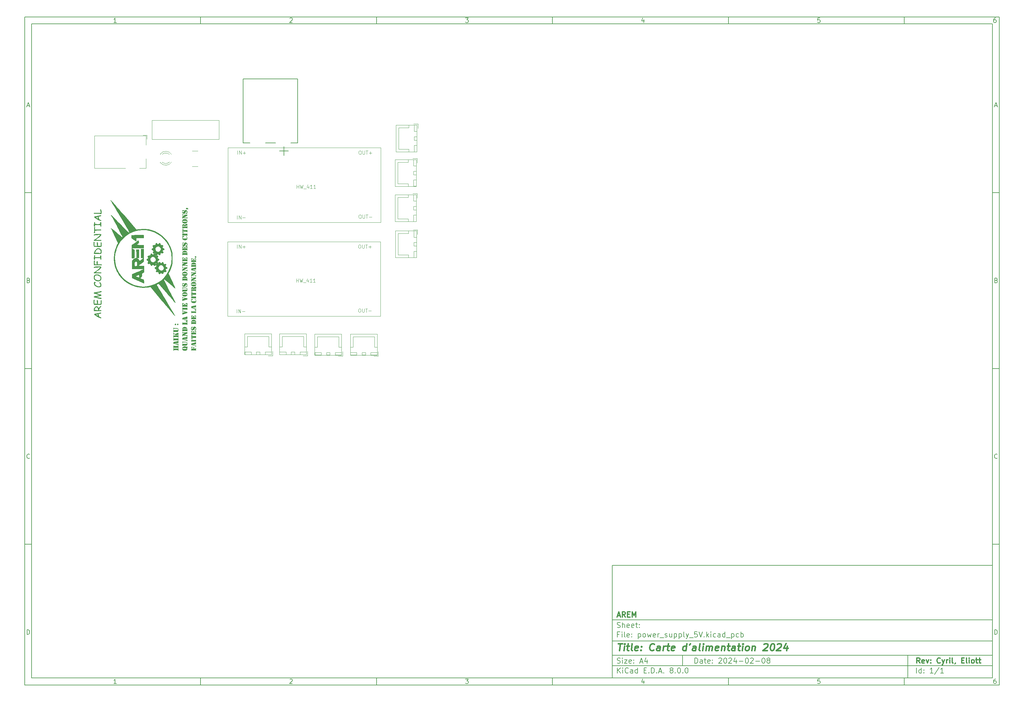
<source format=gbr>
%TF.GenerationSoftware,KiCad,Pcbnew,8.0.0*%
%TF.CreationDate,2024-03-29T20:49:13+01:00*%
%TF.ProjectId,power_supply_5V,706f7765-725f-4737-9570-706c795f3556,Cyril_ Eliott*%
%TF.SameCoordinates,Original*%
%TF.FileFunction,Legend,Top*%
%TF.FilePolarity,Positive*%
%FSLAX46Y46*%
G04 Gerber Fmt 4.6, Leading zero omitted, Abs format (unit mm)*
G04 Created by KiCad (PCBNEW 8.0.0) date 2024-03-29 20:49:13*
%MOMM*%
%LPD*%
G01*
G04 APERTURE LIST*
%ADD10C,0.100000*%
%ADD11C,0.150000*%
%ADD12C,0.300000*%
%ADD13C,0.400000*%
%ADD14C,0.000000*%
%ADD15C,0.120000*%
%ADD16C,0.127000*%
G04 APERTURE END LIST*
D10*
D11*
X177002200Y-166007200D02*
X285002200Y-166007200D01*
X285002200Y-198007200D01*
X177002200Y-198007200D01*
X177002200Y-166007200D01*
D10*
D11*
X10000000Y-10000000D02*
X287002200Y-10000000D01*
X287002200Y-200007200D01*
X10000000Y-200007200D01*
X10000000Y-10000000D01*
D10*
D11*
X12000000Y-12000000D02*
X285002200Y-12000000D01*
X285002200Y-198007200D01*
X12000000Y-198007200D01*
X12000000Y-12000000D01*
D10*
D11*
X60000000Y-12000000D02*
X60000000Y-10000000D01*
D10*
D11*
X110000000Y-12000000D02*
X110000000Y-10000000D01*
D10*
D11*
X160000000Y-12000000D02*
X160000000Y-10000000D01*
D10*
D11*
X210000000Y-12000000D02*
X210000000Y-10000000D01*
D10*
D11*
X260000000Y-12000000D02*
X260000000Y-10000000D01*
D10*
D11*
X36089160Y-11593604D02*
X35346303Y-11593604D01*
X35717731Y-11593604D02*
X35717731Y-10293604D01*
X35717731Y-10293604D02*
X35593922Y-10479319D01*
X35593922Y-10479319D02*
X35470112Y-10603128D01*
X35470112Y-10603128D02*
X35346303Y-10665033D01*
D10*
D11*
X85346303Y-10417414D02*
X85408207Y-10355509D01*
X85408207Y-10355509D02*
X85532017Y-10293604D01*
X85532017Y-10293604D02*
X85841541Y-10293604D01*
X85841541Y-10293604D02*
X85965350Y-10355509D01*
X85965350Y-10355509D02*
X86027255Y-10417414D01*
X86027255Y-10417414D02*
X86089160Y-10541223D01*
X86089160Y-10541223D02*
X86089160Y-10665033D01*
X86089160Y-10665033D02*
X86027255Y-10850747D01*
X86027255Y-10850747D02*
X85284398Y-11593604D01*
X85284398Y-11593604D02*
X86089160Y-11593604D01*
D10*
D11*
X135284398Y-10293604D02*
X136089160Y-10293604D01*
X136089160Y-10293604D02*
X135655826Y-10788842D01*
X135655826Y-10788842D02*
X135841541Y-10788842D01*
X135841541Y-10788842D02*
X135965350Y-10850747D01*
X135965350Y-10850747D02*
X136027255Y-10912652D01*
X136027255Y-10912652D02*
X136089160Y-11036461D01*
X136089160Y-11036461D02*
X136089160Y-11345985D01*
X136089160Y-11345985D02*
X136027255Y-11469795D01*
X136027255Y-11469795D02*
X135965350Y-11531700D01*
X135965350Y-11531700D02*
X135841541Y-11593604D01*
X135841541Y-11593604D02*
X135470112Y-11593604D01*
X135470112Y-11593604D02*
X135346303Y-11531700D01*
X135346303Y-11531700D02*
X135284398Y-11469795D01*
D10*
D11*
X185965350Y-10726938D02*
X185965350Y-11593604D01*
X185655826Y-10231700D02*
X185346303Y-11160271D01*
X185346303Y-11160271D02*
X186151064Y-11160271D01*
D10*
D11*
X236027255Y-10293604D02*
X235408207Y-10293604D01*
X235408207Y-10293604D02*
X235346303Y-10912652D01*
X235346303Y-10912652D02*
X235408207Y-10850747D01*
X235408207Y-10850747D02*
X235532017Y-10788842D01*
X235532017Y-10788842D02*
X235841541Y-10788842D01*
X235841541Y-10788842D02*
X235965350Y-10850747D01*
X235965350Y-10850747D02*
X236027255Y-10912652D01*
X236027255Y-10912652D02*
X236089160Y-11036461D01*
X236089160Y-11036461D02*
X236089160Y-11345985D01*
X236089160Y-11345985D02*
X236027255Y-11469795D01*
X236027255Y-11469795D02*
X235965350Y-11531700D01*
X235965350Y-11531700D02*
X235841541Y-11593604D01*
X235841541Y-11593604D02*
X235532017Y-11593604D01*
X235532017Y-11593604D02*
X235408207Y-11531700D01*
X235408207Y-11531700D02*
X235346303Y-11469795D01*
D10*
D11*
X285965350Y-10293604D02*
X285717731Y-10293604D01*
X285717731Y-10293604D02*
X285593922Y-10355509D01*
X285593922Y-10355509D02*
X285532017Y-10417414D01*
X285532017Y-10417414D02*
X285408207Y-10603128D01*
X285408207Y-10603128D02*
X285346303Y-10850747D01*
X285346303Y-10850747D02*
X285346303Y-11345985D01*
X285346303Y-11345985D02*
X285408207Y-11469795D01*
X285408207Y-11469795D02*
X285470112Y-11531700D01*
X285470112Y-11531700D02*
X285593922Y-11593604D01*
X285593922Y-11593604D02*
X285841541Y-11593604D01*
X285841541Y-11593604D02*
X285965350Y-11531700D01*
X285965350Y-11531700D02*
X286027255Y-11469795D01*
X286027255Y-11469795D02*
X286089160Y-11345985D01*
X286089160Y-11345985D02*
X286089160Y-11036461D01*
X286089160Y-11036461D02*
X286027255Y-10912652D01*
X286027255Y-10912652D02*
X285965350Y-10850747D01*
X285965350Y-10850747D02*
X285841541Y-10788842D01*
X285841541Y-10788842D02*
X285593922Y-10788842D01*
X285593922Y-10788842D02*
X285470112Y-10850747D01*
X285470112Y-10850747D02*
X285408207Y-10912652D01*
X285408207Y-10912652D02*
X285346303Y-11036461D01*
D10*
D11*
X60000000Y-198007200D02*
X60000000Y-200007200D01*
D10*
D11*
X110000000Y-198007200D02*
X110000000Y-200007200D01*
D10*
D11*
X160000000Y-198007200D02*
X160000000Y-200007200D01*
D10*
D11*
X210000000Y-198007200D02*
X210000000Y-200007200D01*
D10*
D11*
X260000000Y-198007200D02*
X260000000Y-200007200D01*
D10*
D11*
X36089160Y-199600804D02*
X35346303Y-199600804D01*
X35717731Y-199600804D02*
X35717731Y-198300804D01*
X35717731Y-198300804D02*
X35593922Y-198486519D01*
X35593922Y-198486519D02*
X35470112Y-198610328D01*
X35470112Y-198610328D02*
X35346303Y-198672233D01*
D10*
D11*
X85346303Y-198424614D02*
X85408207Y-198362709D01*
X85408207Y-198362709D02*
X85532017Y-198300804D01*
X85532017Y-198300804D02*
X85841541Y-198300804D01*
X85841541Y-198300804D02*
X85965350Y-198362709D01*
X85965350Y-198362709D02*
X86027255Y-198424614D01*
X86027255Y-198424614D02*
X86089160Y-198548423D01*
X86089160Y-198548423D02*
X86089160Y-198672233D01*
X86089160Y-198672233D02*
X86027255Y-198857947D01*
X86027255Y-198857947D02*
X85284398Y-199600804D01*
X85284398Y-199600804D02*
X86089160Y-199600804D01*
D10*
D11*
X135284398Y-198300804D02*
X136089160Y-198300804D01*
X136089160Y-198300804D02*
X135655826Y-198796042D01*
X135655826Y-198796042D02*
X135841541Y-198796042D01*
X135841541Y-198796042D02*
X135965350Y-198857947D01*
X135965350Y-198857947D02*
X136027255Y-198919852D01*
X136027255Y-198919852D02*
X136089160Y-199043661D01*
X136089160Y-199043661D02*
X136089160Y-199353185D01*
X136089160Y-199353185D02*
X136027255Y-199476995D01*
X136027255Y-199476995D02*
X135965350Y-199538900D01*
X135965350Y-199538900D02*
X135841541Y-199600804D01*
X135841541Y-199600804D02*
X135470112Y-199600804D01*
X135470112Y-199600804D02*
X135346303Y-199538900D01*
X135346303Y-199538900D02*
X135284398Y-199476995D01*
D10*
D11*
X185965350Y-198734138D02*
X185965350Y-199600804D01*
X185655826Y-198238900D02*
X185346303Y-199167471D01*
X185346303Y-199167471D02*
X186151064Y-199167471D01*
D10*
D11*
X236027255Y-198300804D02*
X235408207Y-198300804D01*
X235408207Y-198300804D02*
X235346303Y-198919852D01*
X235346303Y-198919852D02*
X235408207Y-198857947D01*
X235408207Y-198857947D02*
X235532017Y-198796042D01*
X235532017Y-198796042D02*
X235841541Y-198796042D01*
X235841541Y-198796042D02*
X235965350Y-198857947D01*
X235965350Y-198857947D02*
X236027255Y-198919852D01*
X236027255Y-198919852D02*
X236089160Y-199043661D01*
X236089160Y-199043661D02*
X236089160Y-199353185D01*
X236089160Y-199353185D02*
X236027255Y-199476995D01*
X236027255Y-199476995D02*
X235965350Y-199538900D01*
X235965350Y-199538900D02*
X235841541Y-199600804D01*
X235841541Y-199600804D02*
X235532017Y-199600804D01*
X235532017Y-199600804D02*
X235408207Y-199538900D01*
X235408207Y-199538900D02*
X235346303Y-199476995D01*
D10*
D11*
X285965350Y-198300804D02*
X285717731Y-198300804D01*
X285717731Y-198300804D02*
X285593922Y-198362709D01*
X285593922Y-198362709D02*
X285532017Y-198424614D01*
X285532017Y-198424614D02*
X285408207Y-198610328D01*
X285408207Y-198610328D02*
X285346303Y-198857947D01*
X285346303Y-198857947D02*
X285346303Y-199353185D01*
X285346303Y-199353185D02*
X285408207Y-199476995D01*
X285408207Y-199476995D02*
X285470112Y-199538900D01*
X285470112Y-199538900D02*
X285593922Y-199600804D01*
X285593922Y-199600804D02*
X285841541Y-199600804D01*
X285841541Y-199600804D02*
X285965350Y-199538900D01*
X285965350Y-199538900D02*
X286027255Y-199476995D01*
X286027255Y-199476995D02*
X286089160Y-199353185D01*
X286089160Y-199353185D02*
X286089160Y-199043661D01*
X286089160Y-199043661D02*
X286027255Y-198919852D01*
X286027255Y-198919852D02*
X285965350Y-198857947D01*
X285965350Y-198857947D02*
X285841541Y-198796042D01*
X285841541Y-198796042D02*
X285593922Y-198796042D01*
X285593922Y-198796042D02*
X285470112Y-198857947D01*
X285470112Y-198857947D02*
X285408207Y-198919852D01*
X285408207Y-198919852D02*
X285346303Y-199043661D01*
D10*
D11*
X10000000Y-60000000D02*
X12000000Y-60000000D01*
D10*
D11*
X10000000Y-110000000D02*
X12000000Y-110000000D01*
D10*
D11*
X10000000Y-160000000D02*
X12000000Y-160000000D01*
D10*
D11*
X10690476Y-35222176D02*
X11309523Y-35222176D01*
X10566666Y-35593604D02*
X10999999Y-34293604D01*
X10999999Y-34293604D02*
X11433333Y-35593604D01*
D10*
D11*
X11092857Y-84912652D02*
X11278571Y-84974557D01*
X11278571Y-84974557D02*
X11340476Y-85036461D01*
X11340476Y-85036461D02*
X11402380Y-85160271D01*
X11402380Y-85160271D02*
X11402380Y-85345985D01*
X11402380Y-85345985D02*
X11340476Y-85469795D01*
X11340476Y-85469795D02*
X11278571Y-85531700D01*
X11278571Y-85531700D02*
X11154761Y-85593604D01*
X11154761Y-85593604D02*
X10659523Y-85593604D01*
X10659523Y-85593604D02*
X10659523Y-84293604D01*
X10659523Y-84293604D02*
X11092857Y-84293604D01*
X11092857Y-84293604D02*
X11216666Y-84355509D01*
X11216666Y-84355509D02*
X11278571Y-84417414D01*
X11278571Y-84417414D02*
X11340476Y-84541223D01*
X11340476Y-84541223D02*
X11340476Y-84665033D01*
X11340476Y-84665033D02*
X11278571Y-84788842D01*
X11278571Y-84788842D02*
X11216666Y-84850747D01*
X11216666Y-84850747D02*
X11092857Y-84912652D01*
X11092857Y-84912652D02*
X10659523Y-84912652D01*
D10*
D11*
X11402380Y-135469795D02*
X11340476Y-135531700D01*
X11340476Y-135531700D02*
X11154761Y-135593604D01*
X11154761Y-135593604D02*
X11030952Y-135593604D01*
X11030952Y-135593604D02*
X10845238Y-135531700D01*
X10845238Y-135531700D02*
X10721428Y-135407890D01*
X10721428Y-135407890D02*
X10659523Y-135284080D01*
X10659523Y-135284080D02*
X10597619Y-135036461D01*
X10597619Y-135036461D02*
X10597619Y-134850747D01*
X10597619Y-134850747D02*
X10659523Y-134603128D01*
X10659523Y-134603128D02*
X10721428Y-134479319D01*
X10721428Y-134479319D02*
X10845238Y-134355509D01*
X10845238Y-134355509D02*
X11030952Y-134293604D01*
X11030952Y-134293604D02*
X11154761Y-134293604D01*
X11154761Y-134293604D02*
X11340476Y-134355509D01*
X11340476Y-134355509D02*
X11402380Y-134417414D01*
D10*
D11*
X10659523Y-185593604D02*
X10659523Y-184293604D01*
X10659523Y-184293604D02*
X10969047Y-184293604D01*
X10969047Y-184293604D02*
X11154761Y-184355509D01*
X11154761Y-184355509D02*
X11278571Y-184479319D01*
X11278571Y-184479319D02*
X11340476Y-184603128D01*
X11340476Y-184603128D02*
X11402380Y-184850747D01*
X11402380Y-184850747D02*
X11402380Y-185036461D01*
X11402380Y-185036461D02*
X11340476Y-185284080D01*
X11340476Y-185284080D02*
X11278571Y-185407890D01*
X11278571Y-185407890D02*
X11154761Y-185531700D01*
X11154761Y-185531700D02*
X10969047Y-185593604D01*
X10969047Y-185593604D02*
X10659523Y-185593604D01*
D10*
D11*
X287002200Y-60000000D02*
X285002200Y-60000000D01*
D10*
D11*
X287002200Y-110000000D02*
X285002200Y-110000000D01*
D10*
D11*
X287002200Y-160000000D02*
X285002200Y-160000000D01*
D10*
D11*
X285692676Y-35222176D02*
X286311723Y-35222176D01*
X285568866Y-35593604D02*
X286002199Y-34293604D01*
X286002199Y-34293604D02*
X286435533Y-35593604D01*
D10*
D11*
X286095057Y-84912652D02*
X286280771Y-84974557D01*
X286280771Y-84974557D02*
X286342676Y-85036461D01*
X286342676Y-85036461D02*
X286404580Y-85160271D01*
X286404580Y-85160271D02*
X286404580Y-85345985D01*
X286404580Y-85345985D02*
X286342676Y-85469795D01*
X286342676Y-85469795D02*
X286280771Y-85531700D01*
X286280771Y-85531700D02*
X286156961Y-85593604D01*
X286156961Y-85593604D02*
X285661723Y-85593604D01*
X285661723Y-85593604D02*
X285661723Y-84293604D01*
X285661723Y-84293604D02*
X286095057Y-84293604D01*
X286095057Y-84293604D02*
X286218866Y-84355509D01*
X286218866Y-84355509D02*
X286280771Y-84417414D01*
X286280771Y-84417414D02*
X286342676Y-84541223D01*
X286342676Y-84541223D02*
X286342676Y-84665033D01*
X286342676Y-84665033D02*
X286280771Y-84788842D01*
X286280771Y-84788842D02*
X286218866Y-84850747D01*
X286218866Y-84850747D02*
X286095057Y-84912652D01*
X286095057Y-84912652D02*
X285661723Y-84912652D01*
D10*
D11*
X286404580Y-135469795D02*
X286342676Y-135531700D01*
X286342676Y-135531700D02*
X286156961Y-135593604D01*
X286156961Y-135593604D02*
X286033152Y-135593604D01*
X286033152Y-135593604D02*
X285847438Y-135531700D01*
X285847438Y-135531700D02*
X285723628Y-135407890D01*
X285723628Y-135407890D02*
X285661723Y-135284080D01*
X285661723Y-135284080D02*
X285599819Y-135036461D01*
X285599819Y-135036461D02*
X285599819Y-134850747D01*
X285599819Y-134850747D02*
X285661723Y-134603128D01*
X285661723Y-134603128D02*
X285723628Y-134479319D01*
X285723628Y-134479319D02*
X285847438Y-134355509D01*
X285847438Y-134355509D02*
X286033152Y-134293604D01*
X286033152Y-134293604D02*
X286156961Y-134293604D01*
X286156961Y-134293604D02*
X286342676Y-134355509D01*
X286342676Y-134355509D02*
X286404580Y-134417414D01*
D10*
D11*
X285661723Y-185593604D02*
X285661723Y-184293604D01*
X285661723Y-184293604D02*
X285971247Y-184293604D01*
X285971247Y-184293604D02*
X286156961Y-184355509D01*
X286156961Y-184355509D02*
X286280771Y-184479319D01*
X286280771Y-184479319D02*
X286342676Y-184603128D01*
X286342676Y-184603128D02*
X286404580Y-184850747D01*
X286404580Y-184850747D02*
X286404580Y-185036461D01*
X286404580Y-185036461D02*
X286342676Y-185284080D01*
X286342676Y-185284080D02*
X286280771Y-185407890D01*
X286280771Y-185407890D02*
X286156961Y-185531700D01*
X286156961Y-185531700D02*
X285971247Y-185593604D01*
X285971247Y-185593604D02*
X285661723Y-185593604D01*
D10*
D11*
X200458026Y-193793328D02*
X200458026Y-192293328D01*
X200458026Y-192293328D02*
X200815169Y-192293328D01*
X200815169Y-192293328D02*
X201029455Y-192364757D01*
X201029455Y-192364757D02*
X201172312Y-192507614D01*
X201172312Y-192507614D02*
X201243741Y-192650471D01*
X201243741Y-192650471D02*
X201315169Y-192936185D01*
X201315169Y-192936185D02*
X201315169Y-193150471D01*
X201315169Y-193150471D02*
X201243741Y-193436185D01*
X201243741Y-193436185D02*
X201172312Y-193579042D01*
X201172312Y-193579042D02*
X201029455Y-193721900D01*
X201029455Y-193721900D02*
X200815169Y-193793328D01*
X200815169Y-193793328D02*
X200458026Y-193793328D01*
X202600884Y-193793328D02*
X202600884Y-193007614D01*
X202600884Y-193007614D02*
X202529455Y-192864757D01*
X202529455Y-192864757D02*
X202386598Y-192793328D01*
X202386598Y-192793328D02*
X202100884Y-192793328D01*
X202100884Y-192793328D02*
X201958026Y-192864757D01*
X202600884Y-193721900D02*
X202458026Y-193793328D01*
X202458026Y-193793328D02*
X202100884Y-193793328D01*
X202100884Y-193793328D02*
X201958026Y-193721900D01*
X201958026Y-193721900D02*
X201886598Y-193579042D01*
X201886598Y-193579042D02*
X201886598Y-193436185D01*
X201886598Y-193436185D02*
X201958026Y-193293328D01*
X201958026Y-193293328D02*
X202100884Y-193221900D01*
X202100884Y-193221900D02*
X202458026Y-193221900D01*
X202458026Y-193221900D02*
X202600884Y-193150471D01*
X203100884Y-192793328D02*
X203672312Y-192793328D01*
X203315169Y-192293328D02*
X203315169Y-193579042D01*
X203315169Y-193579042D02*
X203386598Y-193721900D01*
X203386598Y-193721900D02*
X203529455Y-193793328D01*
X203529455Y-193793328D02*
X203672312Y-193793328D01*
X204743741Y-193721900D02*
X204600884Y-193793328D01*
X204600884Y-193793328D02*
X204315170Y-193793328D01*
X204315170Y-193793328D02*
X204172312Y-193721900D01*
X204172312Y-193721900D02*
X204100884Y-193579042D01*
X204100884Y-193579042D02*
X204100884Y-193007614D01*
X204100884Y-193007614D02*
X204172312Y-192864757D01*
X204172312Y-192864757D02*
X204315170Y-192793328D01*
X204315170Y-192793328D02*
X204600884Y-192793328D01*
X204600884Y-192793328D02*
X204743741Y-192864757D01*
X204743741Y-192864757D02*
X204815170Y-193007614D01*
X204815170Y-193007614D02*
X204815170Y-193150471D01*
X204815170Y-193150471D02*
X204100884Y-193293328D01*
X205458026Y-193650471D02*
X205529455Y-193721900D01*
X205529455Y-193721900D02*
X205458026Y-193793328D01*
X205458026Y-193793328D02*
X205386598Y-193721900D01*
X205386598Y-193721900D02*
X205458026Y-193650471D01*
X205458026Y-193650471D02*
X205458026Y-193793328D01*
X205458026Y-192864757D02*
X205529455Y-192936185D01*
X205529455Y-192936185D02*
X205458026Y-193007614D01*
X205458026Y-193007614D02*
X205386598Y-192936185D01*
X205386598Y-192936185D02*
X205458026Y-192864757D01*
X205458026Y-192864757D02*
X205458026Y-193007614D01*
X207243741Y-192436185D02*
X207315169Y-192364757D01*
X207315169Y-192364757D02*
X207458027Y-192293328D01*
X207458027Y-192293328D02*
X207815169Y-192293328D01*
X207815169Y-192293328D02*
X207958027Y-192364757D01*
X207958027Y-192364757D02*
X208029455Y-192436185D01*
X208029455Y-192436185D02*
X208100884Y-192579042D01*
X208100884Y-192579042D02*
X208100884Y-192721900D01*
X208100884Y-192721900D02*
X208029455Y-192936185D01*
X208029455Y-192936185D02*
X207172312Y-193793328D01*
X207172312Y-193793328D02*
X208100884Y-193793328D01*
X209029455Y-192293328D02*
X209172312Y-192293328D01*
X209172312Y-192293328D02*
X209315169Y-192364757D01*
X209315169Y-192364757D02*
X209386598Y-192436185D01*
X209386598Y-192436185D02*
X209458026Y-192579042D01*
X209458026Y-192579042D02*
X209529455Y-192864757D01*
X209529455Y-192864757D02*
X209529455Y-193221900D01*
X209529455Y-193221900D02*
X209458026Y-193507614D01*
X209458026Y-193507614D02*
X209386598Y-193650471D01*
X209386598Y-193650471D02*
X209315169Y-193721900D01*
X209315169Y-193721900D02*
X209172312Y-193793328D01*
X209172312Y-193793328D02*
X209029455Y-193793328D01*
X209029455Y-193793328D02*
X208886598Y-193721900D01*
X208886598Y-193721900D02*
X208815169Y-193650471D01*
X208815169Y-193650471D02*
X208743740Y-193507614D01*
X208743740Y-193507614D02*
X208672312Y-193221900D01*
X208672312Y-193221900D02*
X208672312Y-192864757D01*
X208672312Y-192864757D02*
X208743740Y-192579042D01*
X208743740Y-192579042D02*
X208815169Y-192436185D01*
X208815169Y-192436185D02*
X208886598Y-192364757D01*
X208886598Y-192364757D02*
X209029455Y-192293328D01*
X210100883Y-192436185D02*
X210172311Y-192364757D01*
X210172311Y-192364757D02*
X210315169Y-192293328D01*
X210315169Y-192293328D02*
X210672311Y-192293328D01*
X210672311Y-192293328D02*
X210815169Y-192364757D01*
X210815169Y-192364757D02*
X210886597Y-192436185D01*
X210886597Y-192436185D02*
X210958026Y-192579042D01*
X210958026Y-192579042D02*
X210958026Y-192721900D01*
X210958026Y-192721900D02*
X210886597Y-192936185D01*
X210886597Y-192936185D02*
X210029454Y-193793328D01*
X210029454Y-193793328D02*
X210958026Y-193793328D01*
X212243740Y-192793328D02*
X212243740Y-193793328D01*
X211886597Y-192221900D02*
X211529454Y-193293328D01*
X211529454Y-193293328D02*
X212458025Y-193293328D01*
X213029453Y-193221900D02*
X214172311Y-193221900D01*
X215172311Y-192293328D02*
X215315168Y-192293328D01*
X215315168Y-192293328D02*
X215458025Y-192364757D01*
X215458025Y-192364757D02*
X215529454Y-192436185D01*
X215529454Y-192436185D02*
X215600882Y-192579042D01*
X215600882Y-192579042D02*
X215672311Y-192864757D01*
X215672311Y-192864757D02*
X215672311Y-193221900D01*
X215672311Y-193221900D02*
X215600882Y-193507614D01*
X215600882Y-193507614D02*
X215529454Y-193650471D01*
X215529454Y-193650471D02*
X215458025Y-193721900D01*
X215458025Y-193721900D02*
X215315168Y-193793328D01*
X215315168Y-193793328D02*
X215172311Y-193793328D01*
X215172311Y-193793328D02*
X215029454Y-193721900D01*
X215029454Y-193721900D02*
X214958025Y-193650471D01*
X214958025Y-193650471D02*
X214886596Y-193507614D01*
X214886596Y-193507614D02*
X214815168Y-193221900D01*
X214815168Y-193221900D02*
X214815168Y-192864757D01*
X214815168Y-192864757D02*
X214886596Y-192579042D01*
X214886596Y-192579042D02*
X214958025Y-192436185D01*
X214958025Y-192436185D02*
X215029454Y-192364757D01*
X215029454Y-192364757D02*
X215172311Y-192293328D01*
X216243739Y-192436185D02*
X216315167Y-192364757D01*
X216315167Y-192364757D02*
X216458025Y-192293328D01*
X216458025Y-192293328D02*
X216815167Y-192293328D01*
X216815167Y-192293328D02*
X216958025Y-192364757D01*
X216958025Y-192364757D02*
X217029453Y-192436185D01*
X217029453Y-192436185D02*
X217100882Y-192579042D01*
X217100882Y-192579042D02*
X217100882Y-192721900D01*
X217100882Y-192721900D02*
X217029453Y-192936185D01*
X217029453Y-192936185D02*
X216172310Y-193793328D01*
X216172310Y-193793328D02*
X217100882Y-193793328D01*
X217743738Y-193221900D02*
X218886596Y-193221900D01*
X219886596Y-192293328D02*
X220029453Y-192293328D01*
X220029453Y-192293328D02*
X220172310Y-192364757D01*
X220172310Y-192364757D02*
X220243739Y-192436185D01*
X220243739Y-192436185D02*
X220315167Y-192579042D01*
X220315167Y-192579042D02*
X220386596Y-192864757D01*
X220386596Y-192864757D02*
X220386596Y-193221900D01*
X220386596Y-193221900D02*
X220315167Y-193507614D01*
X220315167Y-193507614D02*
X220243739Y-193650471D01*
X220243739Y-193650471D02*
X220172310Y-193721900D01*
X220172310Y-193721900D02*
X220029453Y-193793328D01*
X220029453Y-193793328D02*
X219886596Y-193793328D01*
X219886596Y-193793328D02*
X219743739Y-193721900D01*
X219743739Y-193721900D02*
X219672310Y-193650471D01*
X219672310Y-193650471D02*
X219600881Y-193507614D01*
X219600881Y-193507614D02*
X219529453Y-193221900D01*
X219529453Y-193221900D02*
X219529453Y-192864757D01*
X219529453Y-192864757D02*
X219600881Y-192579042D01*
X219600881Y-192579042D02*
X219672310Y-192436185D01*
X219672310Y-192436185D02*
X219743739Y-192364757D01*
X219743739Y-192364757D02*
X219886596Y-192293328D01*
X221243738Y-192936185D02*
X221100881Y-192864757D01*
X221100881Y-192864757D02*
X221029452Y-192793328D01*
X221029452Y-192793328D02*
X220958024Y-192650471D01*
X220958024Y-192650471D02*
X220958024Y-192579042D01*
X220958024Y-192579042D02*
X221029452Y-192436185D01*
X221029452Y-192436185D02*
X221100881Y-192364757D01*
X221100881Y-192364757D02*
X221243738Y-192293328D01*
X221243738Y-192293328D02*
X221529452Y-192293328D01*
X221529452Y-192293328D02*
X221672310Y-192364757D01*
X221672310Y-192364757D02*
X221743738Y-192436185D01*
X221743738Y-192436185D02*
X221815167Y-192579042D01*
X221815167Y-192579042D02*
X221815167Y-192650471D01*
X221815167Y-192650471D02*
X221743738Y-192793328D01*
X221743738Y-192793328D02*
X221672310Y-192864757D01*
X221672310Y-192864757D02*
X221529452Y-192936185D01*
X221529452Y-192936185D02*
X221243738Y-192936185D01*
X221243738Y-192936185D02*
X221100881Y-193007614D01*
X221100881Y-193007614D02*
X221029452Y-193079042D01*
X221029452Y-193079042D02*
X220958024Y-193221900D01*
X220958024Y-193221900D02*
X220958024Y-193507614D01*
X220958024Y-193507614D02*
X221029452Y-193650471D01*
X221029452Y-193650471D02*
X221100881Y-193721900D01*
X221100881Y-193721900D02*
X221243738Y-193793328D01*
X221243738Y-193793328D02*
X221529452Y-193793328D01*
X221529452Y-193793328D02*
X221672310Y-193721900D01*
X221672310Y-193721900D02*
X221743738Y-193650471D01*
X221743738Y-193650471D02*
X221815167Y-193507614D01*
X221815167Y-193507614D02*
X221815167Y-193221900D01*
X221815167Y-193221900D02*
X221743738Y-193079042D01*
X221743738Y-193079042D02*
X221672310Y-193007614D01*
X221672310Y-193007614D02*
X221529452Y-192936185D01*
D10*
D11*
X177002200Y-194507200D02*
X285002200Y-194507200D01*
D10*
D11*
X178458026Y-196593328D02*
X178458026Y-195093328D01*
X179315169Y-196593328D02*
X178672312Y-195736185D01*
X179315169Y-195093328D02*
X178458026Y-195950471D01*
X179958026Y-196593328D02*
X179958026Y-195593328D01*
X179958026Y-195093328D02*
X179886598Y-195164757D01*
X179886598Y-195164757D02*
X179958026Y-195236185D01*
X179958026Y-195236185D02*
X180029455Y-195164757D01*
X180029455Y-195164757D02*
X179958026Y-195093328D01*
X179958026Y-195093328D02*
X179958026Y-195236185D01*
X181529455Y-196450471D02*
X181458027Y-196521900D01*
X181458027Y-196521900D02*
X181243741Y-196593328D01*
X181243741Y-196593328D02*
X181100884Y-196593328D01*
X181100884Y-196593328D02*
X180886598Y-196521900D01*
X180886598Y-196521900D02*
X180743741Y-196379042D01*
X180743741Y-196379042D02*
X180672312Y-196236185D01*
X180672312Y-196236185D02*
X180600884Y-195950471D01*
X180600884Y-195950471D02*
X180600884Y-195736185D01*
X180600884Y-195736185D02*
X180672312Y-195450471D01*
X180672312Y-195450471D02*
X180743741Y-195307614D01*
X180743741Y-195307614D02*
X180886598Y-195164757D01*
X180886598Y-195164757D02*
X181100884Y-195093328D01*
X181100884Y-195093328D02*
X181243741Y-195093328D01*
X181243741Y-195093328D02*
X181458027Y-195164757D01*
X181458027Y-195164757D02*
X181529455Y-195236185D01*
X182815170Y-196593328D02*
X182815170Y-195807614D01*
X182815170Y-195807614D02*
X182743741Y-195664757D01*
X182743741Y-195664757D02*
X182600884Y-195593328D01*
X182600884Y-195593328D02*
X182315170Y-195593328D01*
X182315170Y-195593328D02*
X182172312Y-195664757D01*
X182815170Y-196521900D02*
X182672312Y-196593328D01*
X182672312Y-196593328D02*
X182315170Y-196593328D01*
X182315170Y-196593328D02*
X182172312Y-196521900D01*
X182172312Y-196521900D02*
X182100884Y-196379042D01*
X182100884Y-196379042D02*
X182100884Y-196236185D01*
X182100884Y-196236185D02*
X182172312Y-196093328D01*
X182172312Y-196093328D02*
X182315170Y-196021900D01*
X182315170Y-196021900D02*
X182672312Y-196021900D01*
X182672312Y-196021900D02*
X182815170Y-195950471D01*
X184172313Y-196593328D02*
X184172313Y-195093328D01*
X184172313Y-196521900D02*
X184029455Y-196593328D01*
X184029455Y-196593328D02*
X183743741Y-196593328D01*
X183743741Y-196593328D02*
X183600884Y-196521900D01*
X183600884Y-196521900D02*
X183529455Y-196450471D01*
X183529455Y-196450471D02*
X183458027Y-196307614D01*
X183458027Y-196307614D02*
X183458027Y-195879042D01*
X183458027Y-195879042D02*
X183529455Y-195736185D01*
X183529455Y-195736185D02*
X183600884Y-195664757D01*
X183600884Y-195664757D02*
X183743741Y-195593328D01*
X183743741Y-195593328D02*
X184029455Y-195593328D01*
X184029455Y-195593328D02*
X184172313Y-195664757D01*
X186029455Y-195807614D02*
X186529455Y-195807614D01*
X186743741Y-196593328D02*
X186029455Y-196593328D01*
X186029455Y-196593328D02*
X186029455Y-195093328D01*
X186029455Y-195093328D02*
X186743741Y-195093328D01*
X187386598Y-196450471D02*
X187458027Y-196521900D01*
X187458027Y-196521900D02*
X187386598Y-196593328D01*
X187386598Y-196593328D02*
X187315170Y-196521900D01*
X187315170Y-196521900D02*
X187386598Y-196450471D01*
X187386598Y-196450471D02*
X187386598Y-196593328D01*
X188100884Y-196593328D02*
X188100884Y-195093328D01*
X188100884Y-195093328D02*
X188458027Y-195093328D01*
X188458027Y-195093328D02*
X188672313Y-195164757D01*
X188672313Y-195164757D02*
X188815170Y-195307614D01*
X188815170Y-195307614D02*
X188886599Y-195450471D01*
X188886599Y-195450471D02*
X188958027Y-195736185D01*
X188958027Y-195736185D02*
X188958027Y-195950471D01*
X188958027Y-195950471D02*
X188886599Y-196236185D01*
X188886599Y-196236185D02*
X188815170Y-196379042D01*
X188815170Y-196379042D02*
X188672313Y-196521900D01*
X188672313Y-196521900D02*
X188458027Y-196593328D01*
X188458027Y-196593328D02*
X188100884Y-196593328D01*
X189600884Y-196450471D02*
X189672313Y-196521900D01*
X189672313Y-196521900D02*
X189600884Y-196593328D01*
X189600884Y-196593328D02*
X189529456Y-196521900D01*
X189529456Y-196521900D02*
X189600884Y-196450471D01*
X189600884Y-196450471D02*
X189600884Y-196593328D01*
X190243742Y-196164757D02*
X190958028Y-196164757D01*
X190100885Y-196593328D02*
X190600885Y-195093328D01*
X190600885Y-195093328D02*
X191100885Y-196593328D01*
X191600884Y-196450471D02*
X191672313Y-196521900D01*
X191672313Y-196521900D02*
X191600884Y-196593328D01*
X191600884Y-196593328D02*
X191529456Y-196521900D01*
X191529456Y-196521900D02*
X191600884Y-196450471D01*
X191600884Y-196450471D02*
X191600884Y-196593328D01*
X193672313Y-195736185D02*
X193529456Y-195664757D01*
X193529456Y-195664757D02*
X193458027Y-195593328D01*
X193458027Y-195593328D02*
X193386599Y-195450471D01*
X193386599Y-195450471D02*
X193386599Y-195379042D01*
X193386599Y-195379042D02*
X193458027Y-195236185D01*
X193458027Y-195236185D02*
X193529456Y-195164757D01*
X193529456Y-195164757D02*
X193672313Y-195093328D01*
X193672313Y-195093328D02*
X193958027Y-195093328D01*
X193958027Y-195093328D02*
X194100885Y-195164757D01*
X194100885Y-195164757D02*
X194172313Y-195236185D01*
X194172313Y-195236185D02*
X194243742Y-195379042D01*
X194243742Y-195379042D02*
X194243742Y-195450471D01*
X194243742Y-195450471D02*
X194172313Y-195593328D01*
X194172313Y-195593328D02*
X194100885Y-195664757D01*
X194100885Y-195664757D02*
X193958027Y-195736185D01*
X193958027Y-195736185D02*
X193672313Y-195736185D01*
X193672313Y-195736185D02*
X193529456Y-195807614D01*
X193529456Y-195807614D02*
X193458027Y-195879042D01*
X193458027Y-195879042D02*
X193386599Y-196021900D01*
X193386599Y-196021900D02*
X193386599Y-196307614D01*
X193386599Y-196307614D02*
X193458027Y-196450471D01*
X193458027Y-196450471D02*
X193529456Y-196521900D01*
X193529456Y-196521900D02*
X193672313Y-196593328D01*
X193672313Y-196593328D02*
X193958027Y-196593328D01*
X193958027Y-196593328D02*
X194100885Y-196521900D01*
X194100885Y-196521900D02*
X194172313Y-196450471D01*
X194172313Y-196450471D02*
X194243742Y-196307614D01*
X194243742Y-196307614D02*
X194243742Y-196021900D01*
X194243742Y-196021900D02*
X194172313Y-195879042D01*
X194172313Y-195879042D02*
X194100885Y-195807614D01*
X194100885Y-195807614D02*
X193958027Y-195736185D01*
X194886598Y-196450471D02*
X194958027Y-196521900D01*
X194958027Y-196521900D02*
X194886598Y-196593328D01*
X194886598Y-196593328D02*
X194815170Y-196521900D01*
X194815170Y-196521900D02*
X194886598Y-196450471D01*
X194886598Y-196450471D02*
X194886598Y-196593328D01*
X195886599Y-195093328D02*
X196029456Y-195093328D01*
X196029456Y-195093328D02*
X196172313Y-195164757D01*
X196172313Y-195164757D02*
X196243742Y-195236185D01*
X196243742Y-195236185D02*
X196315170Y-195379042D01*
X196315170Y-195379042D02*
X196386599Y-195664757D01*
X196386599Y-195664757D02*
X196386599Y-196021900D01*
X196386599Y-196021900D02*
X196315170Y-196307614D01*
X196315170Y-196307614D02*
X196243742Y-196450471D01*
X196243742Y-196450471D02*
X196172313Y-196521900D01*
X196172313Y-196521900D02*
X196029456Y-196593328D01*
X196029456Y-196593328D02*
X195886599Y-196593328D01*
X195886599Y-196593328D02*
X195743742Y-196521900D01*
X195743742Y-196521900D02*
X195672313Y-196450471D01*
X195672313Y-196450471D02*
X195600884Y-196307614D01*
X195600884Y-196307614D02*
X195529456Y-196021900D01*
X195529456Y-196021900D02*
X195529456Y-195664757D01*
X195529456Y-195664757D02*
X195600884Y-195379042D01*
X195600884Y-195379042D02*
X195672313Y-195236185D01*
X195672313Y-195236185D02*
X195743742Y-195164757D01*
X195743742Y-195164757D02*
X195886599Y-195093328D01*
X197029455Y-196450471D02*
X197100884Y-196521900D01*
X197100884Y-196521900D02*
X197029455Y-196593328D01*
X197029455Y-196593328D02*
X196958027Y-196521900D01*
X196958027Y-196521900D02*
X197029455Y-196450471D01*
X197029455Y-196450471D02*
X197029455Y-196593328D01*
X198029456Y-195093328D02*
X198172313Y-195093328D01*
X198172313Y-195093328D02*
X198315170Y-195164757D01*
X198315170Y-195164757D02*
X198386599Y-195236185D01*
X198386599Y-195236185D02*
X198458027Y-195379042D01*
X198458027Y-195379042D02*
X198529456Y-195664757D01*
X198529456Y-195664757D02*
X198529456Y-196021900D01*
X198529456Y-196021900D02*
X198458027Y-196307614D01*
X198458027Y-196307614D02*
X198386599Y-196450471D01*
X198386599Y-196450471D02*
X198315170Y-196521900D01*
X198315170Y-196521900D02*
X198172313Y-196593328D01*
X198172313Y-196593328D02*
X198029456Y-196593328D01*
X198029456Y-196593328D02*
X197886599Y-196521900D01*
X197886599Y-196521900D02*
X197815170Y-196450471D01*
X197815170Y-196450471D02*
X197743741Y-196307614D01*
X197743741Y-196307614D02*
X197672313Y-196021900D01*
X197672313Y-196021900D02*
X197672313Y-195664757D01*
X197672313Y-195664757D02*
X197743741Y-195379042D01*
X197743741Y-195379042D02*
X197815170Y-195236185D01*
X197815170Y-195236185D02*
X197886599Y-195164757D01*
X197886599Y-195164757D02*
X198029456Y-195093328D01*
D10*
D11*
X177002200Y-191507200D02*
X285002200Y-191507200D01*
D10*
D12*
X264413853Y-193785528D02*
X263913853Y-193071242D01*
X263556710Y-193785528D02*
X263556710Y-192285528D01*
X263556710Y-192285528D02*
X264128139Y-192285528D01*
X264128139Y-192285528D02*
X264270996Y-192356957D01*
X264270996Y-192356957D02*
X264342425Y-192428385D01*
X264342425Y-192428385D02*
X264413853Y-192571242D01*
X264413853Y-192571242D02*
X264413853Y-192785528D01*
X264413853Y-192785528D02*
X264342425Y-192928385D01*
X264342425Y-192928385D02*
X264270996Y-192999814D01*
X264270996Y-192999814D02*
X264128139Y-193071242D01*
X264128139Y-193071242D02*
X263556710Y-193071242D01*
X265628139Y-193714100D02*
X265485282Y-193785528D01*
X265485282Y-193785528D02*
X265199568Y-193785528D01*
X265199568Y-193785528D02*
X265056710Y-193714100D01*
X265056710Y-193714100D02*
X264985282Y-193571242D01*
X264985282Y-193571242D02*
X264985282Y-192999814D01*
X264985282Y-192999814D02*
X265056710Y-192856957D01*
X265056710Y-192856957D02*
X265199568Y-192785528D01*
X265199568Y-192785528D02*
X265485282Y-192785528D01*
X265485282Y-192785528D02*
X265628139Y-192856957D01*
X265628139Y-192856957D02*
X265699568Y-192999814D01*
X265699568Y-192999814D02*
X265699568Y-193142671D01*
X265699568Y-193142671D02*
X264985282Y-193285528D01*
X266199567Y-192785528D02*
X266556710Y-193785528D01*
X266556710Y-193785528D02*
X266913853Y-192785528D01*
X267485281Y-193642671D02*
X267556710Y-193714100D01*
X267556710Y-193714100D02*
X267485281Y-193785528D01*
X267485281Y-193785528D02*
X267413853Y-193714100D01*
X267413853Y-193714100D02*
X267485281Y-193642671D01*
X267485281Y-193642671D02*
X267485281Y-193785528D01*
X267485281Y-192856957D02*
X267556710Y-192928385D01*
X267556710Y-192928385D02*
X267485281Y-192999814D01*
X267485281Y-192999814D02*
X267413853Y-192928385D01*
X267413853Y-192928385D02*
X267485281Y-192856957D01*
X267485281Y-192856957D02*
X267485281Y-192999814D01*
X270199567Y-193642671D02*
X270128139Y-193714100D01*
X270128139Y-193714100D02*
X269913853Y-193785528D01*
X269913853Y-193785528D02*
X269770996Y-193785528D01*
X269770996Y-193785528D02*
X269556710Y-193714100D01*
X269556710Y-193714100D02*
X269413853Y-193571242D01*
X269413853Y-193571242D02*
X269342424Y-193428385D01*
X269342424Y-193428385D02*
X269270996Y-193142671D01*
X269270996Y-193142671D02*
X269270996Y-192928385D01*
X269270996Y-192928385D02*
X269342424Y-192642671D01*
X269342424Y-192642671D02*
X269413853Y-192499814D01*
X269413853Y-192499814D02*
X269556710Y-192356957D01*
X269556710Y-192356957D02*
X269770996Y-192285528D01*
X269770996Y-192285528D02*
X269913853Y-192285528D01*
X269913853Y-192285528D02*
X270128139Y-192356957D01*
X270128139Y-192356957D02*
X270199567Y-192428385D01*
X270699567Y-192785528D02*
X271056710Y-193785528D01*
X271413853Y-192785528D02*
X271056710Y-193785528D01*
X271056710Y-193785528D02*
X270913853Y-194142671D01*
X270913853Y-194142671D02*
X270842424Y-194214100D01*
X270842424Y-194214100D02*
X270699567Y-194285528D01*
X271985281Y-193785528D02*
X271985281Y-192785528D01*
X271985281Y-193071242D02*
X272056710Y-192928385D01*
X272056710Y-192928385D02*
X272128139Y-192856957D01*
X272128139Y-192856957D02*
X272270996Y-192785528D01*
X272270996Y-192785528D02*
X272413853Y-192785528D01*
X272913852Y-193785528D02*
X272913852Y-192785528D01*
X272913852Y-192285528D02*
X272842424Y-192356957D01*
X272842424Y-192356957D02*
X272913852Y-192428385D01*
X272913852Y-192428385D02*
X272985281Y-192356957D01*
X272985281Y-192356957D02*
X272913852Y-192285528D01*
X272913852Y-192285528D02*
X272913852Y-192428385D01*
X273842424Y-193785528D02*
X273699567Y-193714100D01*
X273699567Y-193714100D02*
X273628138Y-193571242D01*
X273628138Y-193571242D02*
X273628138Y-192285528D01*
X274485281Y-193714100D02*
X274485281Y-193785528D01*
X274485281Y-193785528D02*
X274413852Y-193928385D01*
X274413852Y-193928385D02*
X274342424Y-193999814D01*
X276270995Y-192999814D02*
X276770995Y-192999814D01*
X276985281Y-193785528D02*
X276270995Y-193785528D01*
X276270995Y-193785528D02*
X276270995Y-192285528D01*
X276270995Y-192285528D02*
X276985281Y-192285528D01*
X277842424Y-193785528D02*
X277699567Y-193714100D01*
X277699567Y-193714100D02*
X277628138Y-193571242D01*
X277628138Y-193571242D02*
X277628138Y-192285528D01*
X278413852Y-193785528D02*
X278413852Y-192785528D01*
X278413852Y-192285528D02*
X278342424Y-192356957D01*
X278342424Y-192356957D02*
X278413852Y-192428385D01*
X278413852Y-192428385D02*
X278485281Y-192356957D01*
X278485281Y-192356957D02*
X278413852Y-192285528D01*
X278413852Y-192285528D02*
X278413852Y-192428385D01*
X279342424Y-193785528D02*
X279199567Y-193714100D01*
X279199567Y-193714100D02*
X279128138Y-193642671D01*
X279128138Y-193642671D02*
X279056710Y-193499814D01*
X279056710Y-193499814D02*
X279056710Y-193071242D01*
X279056710Y-193071242D02*
X279128138Y-192928385D01*
X279128138Y-192928385D02*
X279199567Y-192856957D01*
X279199567Y-192856957D02*
X279342424Y-192785528D01*
X279342424Y-192785528D02*
X279556710Y-192785528D01*
X279556710Y-192785528D02*
X279699567Y-192856957D01*
X279699567Y-192856957D02*
X279770996Y-192928385D01*
X279770996Y-192928385D02*
X279842424Y-193071242D01*
X279842424Y-193071242D02*
X279842424Y-193499814D01*
X279842424Y-193499814D02*
X279770996Y-193642671D01*
X279770996Y-193642671D02*
X279699567Y-193714100D01*
X279699567Y-193714100D02*
X279556710Y-193785528D01*
X279556710Y-193785528D02*
X279342424Y-193785528D01*
X280270996Y-192785528D02*
X280842424Y-192785528D01*
X280485281Y-192285528D02*
X280485281Y-193571242D01*
X280485281Y-193571242D02*
X280556710Y-193714100D01*
X280556710Y-193714100D02*
X280699567Y-193785528D01*
X280699567Y-193785528D02*
X280842424Y-193785528D01*
X281128139Y-192785528D02*
X281699567Y-192785528D01*
X281342424Y-192285528D02*
X281342424Y-193571242D01*
X281342424Y-193571242D02*
X281413853Y-193714100D01*
X281413853Y-193714100D02*
X281556710Y-193785528D01*
X281556710Y-193785528D02*
X281699567Y-193785528D01*
D10*
D11*
X178386598Y-193721900D02*
X178600884Y-193793328D01*
X178600884Y-193793328D02*
X178958026Y-193793328D01*
X178958026Y-193793328D02*
X179100884Y-193721900D01*
X179100884Y-193721900D02*
X179172312Y-193650471D01*
X179172312Y-193650471D02*
X179243741Y-193507614D01*
X179243741Y-193507614D02*
X179243741Y-193364757D01*
X179243741Y-193364757D02*
X179172312Y-193221900D01*
X179172312Y-193221900D02*
X179100884Y-193150471D01*
X179100884Y-193150471D02*
X178958026Y-193079042D01*
X178958026Y-193079042D02*
X178672312Y-193007614D01*
X178672312Y-193007614D02*
X178529455Y-192936185D01*
X178529455Y-192936185D02*
X178458026Y-192864757D01*
X178458026Y-192864757D02*
X178386598Y-192721900D01*
X178386598Y-192721900D02*
X178386598Y-192579042D01*
X178386598Y-192579042D02*
X178458026Y-192436185D01*
X178458026Y-192436185D02*
X178529455Y-192364757D01*
X178529455Y-192364757D02*
X178672312Y-192293328D01*
X178672312Y-192293328D02*
X179029455Y-192293328D01*
X179029455Y-192293328D02*
X179243741Y-192364757D01*
X179886597Y-193793328D02*
X179886597Y-192793328D01*
X179886597Y-192293328D02*
X179815169Y-192364757D01*
X179815169Y-192364757D02*
X179886597Y-192436185D01*
X179886597Y-192436185D02*
X179958026Y-192364757D01*
X179958026Y-192364757D02*
X179886597Y-192293328D01*
X179886597Y-192293328D02*
X179886597Y-192436185D01*
X180458026Y-192793328D02*
X181243741Y-192793328D01*
X181243741Y-192793328D02*
X180458026Y-193793328D01*
X180458026Y-193793328D02*
X181243741Y-193793328D01*
X182386598Y-193721900D02*
X182243741Y-193793328D01*
X182243741Y-193793328D02*
X181958027Y-193793328D01*
X181958027Y-193793328D02*
X181815169Y-193721900D01*
X181815169Y-193721900D02*
X181743741Y-193579042D01*
X181743741Y-193579042D02*
X181743741Y-193007614D01*
X181743741Y-193007614D02*
X181815169Y-192864757D01*
X181815169Y-192864757D02*
X181958027Y-192793328D01*
X181958027Y-192793328D02*
X182243741Y-192793328D01*
X182243741Y-192793328D02*
X182386598Y-192864757D01*
X182386598Y-192864757D02*
X182458027Y-193007614D01*
X182458027Y-193007614D02*
X182458027Y-193150471D01*
X182458027Y-193150471D02*
X181743741Y-193293328D01*
X183100883Y-193650471D02*
X183172312Y-193721900D01*
X183172312Y-193721900D02*
X183100883Y-193793328D01*
X183100883Y-193793328D02*
X183029455Y-193721900D01*
X183029455Y-193721900D02*
X183100883Y-193650471D01*
X183100883Y-193650471D02*
X183100883Y-193793328D01*
X183100883Y-192864757D02*
X183172312Y-192936185D01*
X183172312Y-192936185D02*
X183100883Y-193007614D01*
X183100883Y-193007614D02*
X183029455Y-192936185D01*
X183029455Y-192936185D02*
X183100883Y-192864757D01*
X183100883Y-192864757D02*
X183100883Y-193007614D01*
X184886598Y-193364757D02*
X185600884Y-193364757D01*
X184743741Y-193793328D02*
X185243741Y-192293328D01*
X185243741Y-192293328D02*
X185743741Y-193793328D01*
X186886598Y-192793328D02*
X186886598Y-193793328D01*
X186529455Y-192221900D02*
X186172312Y-193293328D01*
X186172312Y-193293328D02*
X187100883Y-193293328D01*
D10*
D11*
X263458026Y-196593328D02*
X263458026Y-195093328D01*
X264815170Y-196593328D02*
X264815170Y-195093328D01*
X264815170Y-196521900D02*
X264672312Y-196593328D01*
X264672312Y-196593328D02*
X264386598Y-196593328D01*
X264386598Y-196593328D02*
X264243741Y-196521900D01*
X264243741Y-196521900D02*
X264172312Y-196450471D01*
X264172312Y-196450471D02*
X264100884Y-196307614D01*
X264100884Y-196307614D02*
X264100884Y-195879042D01*
X264100884Y-195879042D02*
X264172312Y-195736185D01*
X264172312Y-195736185D02*
X264243741Y-195664757D01*
X264243741Y-195664757D02*
X264386598Y-195593328D01*
X264386598Y-195593328D02*
X264672312Y-195593328D01*
X264672312Y-195593328D02*
X264815170Y-195664757D01*
X265529455Y-196450471D02*
X265600884Y-196521900D01*
X265600884Y-196521900D02*
X265529455Y-196593328D01*
X265529455Y-196593328D02*
X265458027Y-196521900D01*
X265458027Y-196521900D02*
X265529455Y-196450471D01*
X265529455Y-196450471D02*
X265529455Y-196593328D01*
X265529455Y-195664757D02*
X265600884Y-195736185D01*
X265600884Y-195736185D02*
X265529455Y-195807614D01*
X265529455Y-195807614D02*
X265458027Y-195736185D01*
X265458027Y-195736185D02*
X265529455Y-195664757D01*
X265529455Y-195664757D02*
X265529455Y-195807614D01*
X268172313Y-196593328D02*
X267315170Y-196593328D01*
X267743741Y-196593328D02*
X267743741Y-195093328D01*
X267743741Y-195093328D02*
X267600884Y-195307614D01*
X267600884Y-195307614D02*
X267458027Y-195450471D01*
X267458027Y-195450471D02*
X267315170Y-195521900D01*
X269886598Y-195021900D02*
X268600884Y-196950471D01*
X271172313Y-196593328D02*
X270315170Y-196593328D01*
X270743741Y-196593328D02*
X270743741Y-195093328D01*
X270743741Y-195093328D02*
X270600884Y-195307614D01*
X270600884Y-195307614D02*
X270458027Y-195450471D01*
X270458027Y-195450471D02*
X270315170Y-195521900D01*
D10*
D11*
X177002200Y-187507200D02*
X285002200Y-187507200D01*
D10*
D13*
X178693928Y-188211638D02*
X179836785Y-188211638D01*
X179015357Y-190211638D02*
X179265357Y-188211638D01*
X180253452Y-190211638D02*
X180420119Y-188878304D01*
X180503452Y-188211638D02*
X180396309Y-188306876D01*
X180396309Y-188306876D02*
X180479643Y-188402114D01*
X180479643Y-188402114D02*
X180586786Y-188306876D01*
X180586786Y-188306876D02*
X180503452Y-188211638D01*
X180503452Y-188211638D02*
X180479643Y-188402114D01*
X181086786Y-188878304D02*
X181848690Y-188878304D01*
X181455833Y-188211638D02*
X181241548Y-189925923D01*
X181241548Y-189925923D02*
X181312976Y-190116400D01*
X181312976Y-190116400D02*
X181491548Y-190211638D01*
X181491548Y-190211638D02*
X181682024Y-190211638D01*
X182634405Y-190211638D02*
X182455833Y-190116400D01*
X182455833Y-190116400D02*
X182384405Y-189925923D01*
X182384405Y-189925923D02*
X182598690Y-188211638D01*
X184170119Y-190116400D02*
X183967738Y-190211638D01*
X183967738Y-190211638D02*
X183586785Y-190211638D01*
X183586785Y-190211638D02*
X183408214Y-190116400D01*
X183408214Y-190116400D02*
X183336785Y-189925923D01*
X183336785Y-189925923D02*
X183432024Y-189164019D01*
X183432024Y-189164019D02*
X183551071Y-188973542D01*
X183551071Y-188973542D02*
X183753452Y-188878304D01*
X183753452Y-188878304D02*
X184134404Y-188878304D01*
X184134404Y-188878304D02*
X184312976Y-188973542D01*
X184312976Y-188973542D02*
X184384404Y-189164019D01*
X184384404Y-189164019D02*
X184360595Y-189354495D01*
X184360595Y-189354495D02*
X183384404Y-189544971D01*
X185134405Y-190021161D02*
X185217738Y-190116400D01*
X185217738Y-190116400D02*
X185110595Y-190211638D01*
X185110595Y-190211638D02*
X185027262Y-190116400D01*
X185027262Y-190116400D02*
X185134405Y-190021161D01*
X185134405Y-190021161D02*
X185110595Y-190211638D01*
X185265357Y-188973542D02*
X185348690Y-189068780D01*
X185348690Y-189068780D02*
X185241548Y-189164019D01*
X185241548Y-189164019D02*
X185158214Y-189068780D01*
X185158214Y-189068780D02*
X185265357Y-188973542D01*
X185265357Y-188973542D02*
X185241548Y-189164019D01*
X188753453Y-190021161D02*
X188646310Y-190116400D01*
X188646310Y-190116400D02*
X188348691Y-190211638D01*
X188348691Y-190211638D02*
X188158215Y-190211638D01*
X188158215Y-190211638D02*
X187884405Y-190116400D01*
X187884405Y-190116400D02*
X187717739Y-189925923D01*
X187717739Y-189925923D02*
X187646310Y-189735447D01*
X187646310Y-189735447D02*
X187598691Y-189354495D01*
X187598691Y-189354495D02*
X187634405Y-189068780D01*
X187634405Y-189068780D02*
X187777262Y-188687828D01*
X187777262Y-188687828D02*
X187896310Y-188497352D01*
X187896310Y-188497352D02*
X188110596Y-188306876D01*
X188110596Y-188306876D02*
X188408215Y-188211638D01*
X188408215Y-188211638D02*
X188598691Y-188211638D01*
X188598691Y-188211638D02*
X188872501Y-188306876D01*
X188872501Y-188306876D02*
X188955834Y-188402114D01*
X190443929Y-190211638D02*
X190574881Y-189164019D01*
X190574881Y-189164019D02*
X190503453Y-188973542D01*
X190503453Y-188973542D02*
X190324881Y-188878304D01*
X190324881Y-188878304D02*
X189943929Y-188878304D01*
X189943929Y-188878304D02*
X189741548Y-188973542D01*
X190455834Y-190116400D02*
X190253453Y-190211638D01*
X190253453Y-190211638D02*
X189777262Y-190211638D01*
X189777262Y-190211638D02*
X189598691Y-190116400D01*
X189598691Y-190116400D02*
X189527262Y-189925923D01*
X189527262Y-189925923D02*
X189551072Y-189735447D01*
X189551072Y-189735447D02*
X189670120Y-189544971D01*
X189670120Y-189544971D02*
X189872501Y-189449733D01*
X189872501Y-189449733D02*
X190348691Y-189449733D01*
X190348691Y-189449733D02*
X190551072Y-189354495D01*
X191396310Y-190211638D02*
X191562977Y-188878304D01*
X191515358Y-189259257D02*
X191634405Y-189068780D01*
X191634405Y-189068780D02*
X191741548Y-188973542D01*
X191741548Y-188973542D02*
X191943929Y-188878304D01*
X191943929Y-188878304D02*
X192134405Y-188878304D01*
X192515358Y-188878304D02*
X193277262Y-188878304D01*
X192884405Y-188211638D02*
X192670120Y-189925923D01*
X192670120Y-189925923D02*
X192741548Y-190116400D01*
X192741548Y-190116400D02*
X192920120Y-190211638D01*
X192920120Y-190211638D02*
X193110596Y-190211638D01*
X194551072Y-190116400D02*
X194348691Y-190211638D01*
X194348691Y-190211638D02*
X193967738Y-190211638D01*
X193967738Y-190211638D02*
X193789167Y-190116400D01*
X193789167Y-190116400D02*
X193717738Y-189925923D01*
X193717738Y-189925923D02*
X193812977Y-189164019D01*
X193812977Y-189164019D02*
X193932024Y-188973542D01*
X193932024Y-188973542D02*
X194134405Y-188878304D01*
X194134405Y-188878304D02*
X194515357Y-188878304D01*
X194515357Y-188878304D02*
X194693929Y-188973542D01*
X194693929Y-188973542D02*
X194765357Y-189164019D01*
X194765357Y-189164019D02*
X194741548Y-189354495D01*
X194741548Y-189354495D02*
X193765357Y-189544971D01*
X197872501Y-190211638D02*
X198122501Y-188211638D01*
X197884406Y-190116400D02*
X197682025Y-190211638D01*
X197682025Y-190211638D02*
X197301073Y-190211638D01*
X197301073Y-190211638D02*
X197122501Y-190116400D01*
X197122501Y-190116400D02*
X197039168Y-190021161D01*
X197039168Y-190021161D02*
X196967739Y-189830685D01*
X196967739Y-189830685D02*
X197039168Y-189259257D01*
X197039168Y-189259257D02*
X197158215Y-189068780D01*
X197158215Y-189068780D02*
X197265358Y-188973542D01*
X197265358Y-188973542D02*
X197467739Y-188878304D01*
X197467739Y-188878304D02*
X197848692Y-188878304D01*
X197848692Y-188878304D02*
X198027263Y-188973542D01*
X199170120Y-188211638D02*
X198932025Y-188592590D01*
X200634406Y-190211638D02*
X200765358Y-189164019D01*
X200765358Y-189164019D02*
X200693930Y-188973542D01*
X200693930Y-188973542D02*
X200515358Y-188878304D01*
X200515358Y-188878304D02*
X200134406Y-188878304D01*
X200134406Y-188878304D02*
X199932025Y-188973542D01*
X200646311Y-190116400D02*
X200443930Y-190211638D01*
X200443930Y-190211638D02*
X199967739Y-190211638D01*
X199967739Y-190211638D02*
X199789168Y-190116400D01*
X199789168Y-190116400D02*
X199717739Y-189925923D01*
X199717739Y-189925923D02*
X199741549Y-189735447D01*
X199741549Y-189735447D02*
X199860597Y-189544971D01*
X199860597Y-189544971D02*
X200062978Y-189449733D01*
X200062978Y-189449733D02*
X200539168Y-189449733D01*
X200539168Y-189449733D02*
X200741549Y-189354495D01*
X201872502Y-190211638D02*
X201693930Y-190116400D01*
X201693930Y-190116400D02*
X201622502Y-189925923D01*
X201622502Y-189925923D02*
X201836787Y-188211638D01*
X202634406Y-190211638D02*
X202801073Y-188878304D01*
X202884406Y-188211638D02*
X202777263Y-188306876D01*
X202777263Y-188306876D02*
X202860597Y-188402114D01*
X202860597Y-188402114D02*
X202967740Y-188306876D01*
X202967740Y-188306876D02*
X202884406Y-188211638D01*
X202884406Y-188211638D02*
X202860597Y-188402114D01*
X203586787Y-190211638D02*
X203753454Y-188878304D01*
X203729644Y-189068780D02*
X203836787Y-188973542D01*
X203836787Y-188973542D02*
X204039168Y-188878304D01*
X204039168Y-188878304D02*
X204324882Y-188878304D01*
X204324882Y-188878304D02*
X204503454Y-188973542D01*
X204503454Y-188973542D02*
X204574882Y-189164019D01*
X204574882Y-189164019D02*
X204443930Y-190211638D01*
X204574882Y-189164019D02*
X204693930Y-188973542D01*
X204693930Y-188973542D02*
X204896311Y-188878304D01*
X204896311Y-188878304D02*
X205182025Y-188878304D01*
X205182025Y-188878304D02*
X205360597Y-188973542D01*
X205360597Y-188973542D02*
X205432025Y-189164019D01*
X205432025Y-189164019D02*
X205301073Y-190211638D01*
X207027264Y-190116400D02*
X206824883Y-190211638D01*
X206824883Y-190211638D02*
X206443930Y-190211638D01*
X206443930Y-190211638D02*
X206265359Y-190116400D01*
X206265359Y-190116400D02*
X206193930Y-189925923D01*
X206193930Y-189925923D02*
X206289169Y-189164019D01*
X206289169Y-189164019D02*
X206408216Y-188973542D01*
X206408216Y-188973542D02*
X206610597Y-188878304D01*
X206610597Y-188878304D02*
X206991549Y-188878304D01*
X206991549Y-188878304D02*
X207170121Y-188973542D01*
X207170121Y-188973542D02*
X207241549Y-189164019D01*
X207241549Y-189164019D02*
X207217740Y-189354495D01*
X207217740Y-189354495D02*
X206241549Y-189544971D01*
X208134407Y-188878304D02*
X207967740Y-190211638D01*
X208110597Y-189068780D02*
X208217740Y-188973542D01*
X208217740Y-188973542D02*
X208420121Y-188878304D01*
X208420121Y-188878304D02*
X208705835Y-188878304D01*
X208705835Y-188878304D02*
X208884407Y-188973542D01*
X208884407Y-188973542D02*
X208955835Y-189164019D01*
X208955835Y-189164019D02*
X208824883Y-190211638D01*
X209658217Y-188878304D02*
X210420121Y-188878304D01*
X210027264Y-188211638D02*
X209812979Y-189925923D01*
X209812979Y-189925923D02*
X209884407Y-190116400D01*
X209884407Y-190116400D02*
X210062979Y-190211638D01*
X210062979Y-190211638D02*
X210253455Y-190211638D01*
X211777264Y-190211638D02*
X211908216Y-189164019D01*
X211908216Y-189164019D02*
X211836788Y-188973542D01*
X211836788Y-188973542D02*
X211658216Y-188878304D01*
X211658216Y-188878304D02*
X211277264Y-188878304D01*
X211277264Y-188878304D02*
X211074883Y-188973542D01*
X211789169Y-190116400D02*
X211586788Y-190211638D01*
X211586788Y-190211638D02*
X211110597Y-190211638D01*
X211110597Y-190211638D02*
X210932026Y-190116400D01*
X210932026Y-190116400D02*
X210860597Y-189925923D01*
X210860597Y-189925923D02*
X210884407Y-189735447D01*
X210884407Y-189735447D02*
X211003455Y-189544971D01*
X211003455Y-189544971D02*
X211205836Y-189449733D01*
X211205836Y-189449733D02*
X211682026Y-189449733D01*
X211682026Y-189449733D02*
X211884407Y-189354495D01*
X212610598Y-188878304D02*
X213372502Y-188878304D01*
X212979645Y-188211638D02*
X212765360Y-189925923D01*
X212765360Y-189925923D02*
X212836788Y-190116400D01*
X212836788Y-190116400D02*
X213015360Y-190211638D01*
X213015360Y-190211638D02*
X213205836Y-190211638D01*
X213872502Y-190211638D02*
X214039169Y-188878304D01*
X214122502Y-188211638D02*
X214015359Y-188306876D01*
X214015359Y-188306876D02*
X214098693Y-188402114D01*
X214098693Y-188402114D02*
X214205836Y-188306876D01*
X214205836Y-188306876D02*
X214122502Y-188211638D01*
X214122502Y-188211638D02*
X214098693Y-188402114D01*
X215110598Y-190211638D02*
X214932026Y-190116400D01*
X214932026Y-190116400D02*
X214848693Y-190021161D01*
X214848693Y-190021161D02*
X214777264Y-189830685D01*
X214777264Y-189830685D02*
X214848693Y-189259257D01*
X214848693Y-189259257D02*
X214967740Y-189068780D01*
X214967740Y-189068780D02*
X215074883Y-188973542D01*
X215074883Y-188973542D02*
X215277264Y-188878304D01*
X215277264Y-188878304D02*
X215562978Y-188878304D01*
X215562978Y-188878304D02*
X215741550Y-188973542D01*
X215741550Y-188973542D02*
X215824883Y-189068780D01*
X215824883Y-189068780D02*
X215896312Y-189259257D01*
X215896312Y-189259257D02*
X215824883Y-189830685D01*
X215824883Y-189830685D02*
X215705836Y-190021161D01*
X215705836Y-190021161D02*
X215598693Y-190116400D01*
X215598693Y-190116400D02*
X215396312Y-190211638D01*
X215396312Y-190211638D02*
X215110598Y-190211638D01*
X216801074Y-188878304D02*
X216634407Y-190211638D01*
X216777264Y-189068780D02*
X216884407Y-188973542D01*
X216884407Y-188973542D02*
X217086788Y-188878304D01*
X217086788Y-188878304D02*
X217372502Y-188878304D01*
X217372502Y-188878304D02*
X217551074Y-188973542D01*
X217551074Y-188973542D02*
X217622502Y-189164019D01*
X217622502Y-189164019D02*
X217491550Y-190211638D01*
X220098694Y-188402114D02*
X220205836Y-188306876D01*
X220205836Y-188306876D02*
X220408217Y-188211638D01*
X220408217Y-188211638D02*
X220884408Y-188211638D01*
X220884408Y-188211638D02*
X221062979Y-188306876D01*
X221062979Y-188306876D02*
X221146313Y-188402114D01*
X221146313Y-188402114D02*
X221217741Y-188592590D01*
X221217741Y-188592590D02*
X221193932Y-188783066D01*
X221193932Y-188783066D02*
X221062979Y-189068780D01*
X221062979Y-189068780D02*
X219777265Y-190211638D01*
X219777265Y-190211638D02*
X221015360Y-190211638D01*
X222503456Y-188211638D02*
X222693932Y-188211638D01*
X222693932Y-188211638D02*
X222872503Y-188306876D01*
X222872503Y-188306876D02*
X222955837Y-188402114D01*
X222955837Y-188402114D02*
X223027265Y-188592590D01*
X223027265Y-188592590D02*
X223074884Y-188973542D01*
X223074884Y-188973542D02*
X223015360Y-189449733D01*
X223015360Y-189449733D02*
X222872503Y-189830685D01*
X222872503Y-189830685D02*
X222753456Y-190021161D01*
X222753456Y-190021161D02*
X222646313Y-190116400D01*
X222646313Y-190116400D02*
X222443932Y-190211638D01*
X222443932Y-190211638D02*
X222253456Y-190211638D01*
X222253456Y-190211638D02*
X222074884Y-190116400D01*
X222074884Y-190116400D02*
X221991551Y-190021161D01*
X221991551Y-190021161D02*
X221920122Y-189830685D01*
X221920122Y-189830685D02*
X221872503Y-189449733D01*
X221872503Y-189449733D02*
X221932027Y-188973542D01*
X221932027Y-188973542D02*
X222074884Y-188592590D01*
X222074884Y-188592590D02*
X222193932Y-188402114D01*
X222193932Y-188402114D02*
X222301075Y-188306876D01*
X222301075Y-188306876D02*
X222503456Y-188211638D01*
X223908218Y-188402114D02*
X224015360Y-188306876D01*
X224015360Y-188306876D02*
X224217741Y-188211638D01*
X224217741Y-188211638D02*
X224693932Y-188211638D01*
X224693932Y-188211638D02*
X224872503Y-188306876D01*
X224872503Y-188306876D02*
X224955837Y-188402114D01*
X224955837Y-188402114D02*
X225027265Y-188592590D01*
X225027265Y-188592590D02*
X225003456Y-188783066D01*
X225003456Y-188783066D02*
X224872503Y-189068780D01*
X224872503Y-189068780D02*
X223586789Y-190211638D01*
X223586789Y-190211638D02*
X224824884Y-190211638D01*
X226705837Y-188878304D02*
X226539170Y-190211638D01*
X226324884Y-188116400D02*
X225670122Y-189544971D01*
X225670122Y-189544971D02*
X226908218Y-189544971D01*
D10*
D11*
X178958026Y-185607614D02*
X178458026Y-185607614D01*
X178458026Y-186393328D02*
X178458026Y-184893328D01*
X178458026Y-184893328D02*
X179172312Y-184893328D01*
X179743740Y-186393328D02*
X179743740Y-185393328D01*
X179743740Y-184893328D02*
X179672312Y-184964757D01*
X179672312Y-184964757D02*
X179743740Y-185036185D01*
X179743740Y-185036185D02*
X179815169Y-184964757D01*
X179815169Y-184964757D02*
X179743740Y-184893328D01*
X179743740Y-184893328D02*
X179743740Y-185036185D01*
X180672312Y-186393328D02*
X180529455Y-186321900D01*
X180529455Y-186321900D02*
X180458026Y-186179042D01*
X180458026Y-186179042D02*
X180458026Y-184893328D01*
X181815169Y-186321900D02*
X181672312Y-186393328D01*
X181672312Y-186393328D02*
X181386598Y-186393328D01*
X181386598Y-186393328D02*
X181243740Y-186321900D01*
X181243740Y-186321900D02*
X181172312Y-186179042D01*
X181172312Y-186179042D02*
X181172312Y-185607614D01*
X181172312Y-185607614D02*
X181243740Y-185464757D01*
X181243740Y-185464757D02*
X181386598Y-185393328D01*
X181386598Y-185393328D02*
X181672312Y-185393328D01*
X181672312Y-185393328D02*
X181815169Y-185464757D01*
X181815169Y-185464757D02*
X181886598Y-185607614D01*
X181886598Y-185607614D02*
X181886598Y-185750471D01*
X181886598Y-185750471D02*
X181172312Y-185893328D01*
X182529454Y-186250471D02*
X182600883Y-186321900D01*
X182600883Y-186321900D02*
X182529454Y-186393328D01*
X182529454Y-186393328D02*
X182458026Y-186321900D01*
X182458026Y-186321900D02*
X182529454Y-186250471D01*
X182529454Y-186250471D02*
X182529454Y-186393328D01*
X182529454Y-185464757D02*
X182600883Y-185536185D01*
X182600883Y-185536185D02*
X182529454Y-185607614D01*
X182529454Y-185607614D02*
X182458026Y-185536185D01*
X182458026Y-185536185D02*
X182529454Y-185464757D01*
X182529454Y-185464757D02*
X182529454Y-185607614D01*
X184386597Y-185393328D02*
X184386597Y-186893328D01*
X184386597Y-185464757D02*
X184529455Y-185393328D01*
X184529455Y-185393328D02*
X184815169Y-185393328D01*
X184815169Y-185393328D02*
X184958026Y-185464757D01*
X184958026Y-185464757D02*
X185029455Y-185536185D01*
X185029455Y-185536185D02*
X185100883Y-185679042D01*
X185100883Y-185679042D02*
X185100883Y-186107614D01*
X185100883Y-186107614D02*
X185029455Y-186250471D01*
X185029455Y-186250471D02*
X184958026Y-186321900D01*
X184958026Y-186321900D02*
X184815169Y-186393328D01*
X184815169Y-186393328D02*
X184529455Y-186393328D01*
X184529455Y-186393328D02*
X184386597Y-186321900D01*
X185958026Y-186393328D02*
X185815169Y-186321900D01*
X185815169Y-186321900D02*
X185743740Y-186250471D01*
X185743740Y-186250471D02*
X185672312Y-186107614D01*
X185672312Y-186107614D02*
X185672312Y-185679042D01*
X185672312Y-185679042D02*
X185743740Y-185536185D01*
X185743740Y-185536185D02*
X185815169Y-185464757D01*
X185815169Y-185464757D02*
X185958026Y-185393328D01*
X185958026Y-185393328D02*
X186172312Y-185393328D01*
X186172312Y-185393328D02*
X186315169Y-185464757D01*
X186315169Y-185464757D02*
X186386598Y-185536185D01*
X186386598Y-185536185D02*
X186458026Y-185679042D01*
X186458026Y-185679042D02*
X186458026Y-186107614D01*
X186458026Y-186107614D02*
X186386598Y-186250471D01*
X186386598Y-186250471D02*
X186315169Y-186321900D01*
X186315169Y-186321900D02*
X186172312Y-186393328D01*
X186172312Y-186393328D02*
X185958026Y-186393328D01*
X186958026Y-185393328D02*
X187243741Y-186393328D01*
X187243741Y-186393328D02*
X187529455Y-185679042D01*
X187529455Y-185679042D02*
X187815169Y-186393328D01*
X187815169Y-186393328D02*
X188100883Y-185393328D01*
X189243741Y-186321900D02*
X189100884Y-186393328D01*
X189100884Y-186393328D02*
X188815170Y-186393328D01*
X188815170Y-186393328D02*
X188672312Y-186321900D01*
X188672312Y-186321900D02*
X188600884Y-186179042D01*
X188600884Y-186179042D02*
X188600884Y-185607614D01*
X188600884Y-185607614D02*
X188672312Y-185464757D01*
X188672312Y-185464757D02*
X188815170Y-185393328D01*
X188815170Y-185393328D02*
X189100884Y-185393328D01*
X189100884Y-185393328D02*
X189243741Y-185464757D01*
X189243741Y-185464757D02*
X189315170Y-185607614D01*
X189315170Y-185607614D02*
X189315170Y-185750471D01*
X189315170Y-185750471D02*
X188600884Y-185893328D01*
X189958026Y-186393328D02*
X189958026Y-185393328D01*
X189958026Y-185679042D02*
X190029455Y-185536185D01*
X190029455Y-185536185D02*
X190100884Y-185464757D01*
X190100884Y-185464757D02*
X190243741Y-185393328D01*
X190243741Y-185393328D02*
X190386598Y-185393328D01*
X190529455Y-186536185D02*
X191672312Y-186536185D01*
X191958026Y-186321900D02*
X192100883Y-186393328D01*
X192100883Y-186393328D02*
X192386597Y-186393328D01*
X192386597Y-186393328D02*
X192529454Y-186321900D01*
X192529454Y-186321900D02*
X192600883Y-186179042D01*
X192600883Y-186179042D02*
X192600883Y-186107614D01*
X192600883Y-186107614D02*
X192529454Y-185964757D01*
X192529454Y-185964757D02*
X192386597Y-185893328D01*
X192386597Y-185893328D02*
X192172312Y-185893328D01*
X192172312Y-185893328D02*
X192029454Y-185821900D01*
X192029454Y-185821900D02*
X191958026Y-185679042D01*
X191958026Y-185679042D02*
X191958026Y-185607614D01*
X191958026Y-185607614D02*
X192029454Y-185464757D01*
X192029454Y-185464757D02*
X192172312Y-185393328D01*
X192172312Y-185393328D02*
X192386597Y-185393328D01*
X192386597Y-185393328D02*
X192529454Y-185464757D01*
X193886598Y-185393328D02*
X193886598Y-186393328D01*
X193243740Y-185393328D02*
X193243740Y-186179042D01*
X193243740Y-186179042D02*
X193315169Y-186321900D01*
X193315169Y-186321900D02*
X193458026Y-186393328D01*
X193458026Y-186393328D02*
X193672312Y-186393328D01*
X193672312Y-186393328D02*
X193815169Y-186321900D01*
X193815169Y-186321900D02*
X193886598Y-186250471D01*
X194600883Y-185393328D02*
X194600883Y-186893328D01*
X194600883Y-185464757D02*
X194743741Y-185393328D01*
X194743741Y-185393328D02*
X195029455Y-185393328D01*
X195029455Y-185393328D02*
X195172312Y-185464757D01*
X195172312Y-185464757D02*
X195243741Y-185536185D01*
X195243741Y-185536185D02*
X195315169Y-185679042D01*
X195315169Y-185679042D02*
X195315169Y-186107614D01*
X195315169Y-186107614D02*
X195243741Y-186250471D01*
X195243741Y-186250471D02*
X195172312Y-186321900D01*
X195172312Y-186321900D02*
X195029455Y-186393328D01*
X195029455Y-186393328D02*
X194743741Y-186393328D01*
X194743741Y-186393328D02*
X194600883Y-186321900D01*
X195958026Y-185393328D02*
X195958026Y-186893328D01*
X195958026Y-185464757D02*
X196100884Y-185393328D01*
X196100884Y-185393328D02*
X196386598Y-185393328D01*
X196386598Y-185393328D02*
X196529455Y-185464757D01*
X196529455Y-185464757D02*
X196600884Y-185536185D01*
X196600884Y-185536185D02*
X196672312Y-185679042D01*
X196672312Y-185679042D02*
X196672312Y-186107614D01*
X196672312Y-186107614D02*
X196600884Y-186250471D01*
X196600884Y-186250471D02*
X196529455Y-186321900D01*
X196529455Y-186321900D02*
X196386598Y-186393328D01*
X196386598Y-186393328D02*
X196100884Y-186393328D01*
X196100884Y-186393328D02*
X195958026Y-186321900D01*
X197529455Y-186393328D02*
X197386598Y-186321900D01*
X197386598Y-186321900D02*
X197315169Y-186179042D01*
X197315169Y-186179042D02*
X197315169Y-184893328D01*
X197958026Y-185393328D02*
X198315169Y-186393328D01*
X198672312Y-185393328D02*
X198315169Y-186393328D01*
X198315169Y-186393328D02*
X198172312Y-186750471D01*
X198172312Y-186750471D02*
X198100883Y-186821900D01*
X198100883Y-186821900D02*
X197958026Y-186893328D01*
X198886598Y-186536185D02*
X200029455Y-186536185D01*
X201100883Y-184893328D02*
X200386597Y-184893328D01*
X200386597Y-184893328D02*
X200315169Y-185607614D01*
X200315169Y-185607614D02*
X200386597Y-185536185D01*
X200386597Y-185536185D02*
X200529455Y-185464757D01*
X200529455Y-185464757D02*
X200886597Y-185464757D01*
X200886597Y-185464757D02*
X201029455Y-185536185D01*
X201029455Y-185536185D02*
X201100883Y-185607614D01*
X201100883Y-185607614D02*
X201172312Y-185750471D01*
X201172312Y-185750471D02*
X201172312Y-186107614D01*
X201172312Y-186107614D02*
X201100883Y-186250471D01*
X201100883Y-186250471D02*
X201029455Y-186321900D01*
X201029455Y-186321900D02*
X200886597Y-186393328D01*
X200886597Y-186393328D02*
X200529455Y-186393328D01*
X200529455Y-186393328D02*
X200386597Y-186321900D01*
X200386597Y-186321900D02*
X200315169Y-186250471D01*
X201600883Y-184893328D02*
X202100883Y-186393328D01*
X202100883Y-186393328D02*
X202600883Y-184893328D01*
X203100882Y-186250471D02*
X203172311Y-186321900D01*
X203172311Y-186321900D02*
X203100882Y-186393328D01*
X203100882Y-186393328D02*
X203029454Y-186321900D01*
X203029454Y-186321900D02*
X203100882Y-186250471D01*
X203100882Y-186250471D02*
X203100882Y-186393328D01*
X203815168Y-186393328D02*
X203815168Y-184893328D01*
X203958026Y-185821900D02*
X204386597Y-186393328D01*
X204386597Y-185393328D02*
X203815168Y-185964757D01*
X205029454Y-186393328D02*
X205029454Y-185393328D01*
X205029454Y-184893328D02*
X204958026Y-184964757D01*
X204958026Y-184964757D02*
X205029454Y-185036185D01*
X205029454Y-185036185D02*
X205100883Y-184964757D01*
X205100883Y-184964757D02*
X205029454Y-184893328D01*
X205029454Y-184893328D02*
X205029454Y-185036185D01*
X206386598Y-186321900D02*
X206243740Y-186393328D01*
X206243740Y-186393328D02*
X205958026Y-186393328D01*
X205958026Y-186393328D02*
X205815169Y-186321900D01*
X205815169Y-186321900D02*
X205743740Y-186250471D01*
X205743740Y-186250471D02*
X205672312Y-186107614D01*
X205672312Y-186107614D02*
X205672312Y-185679042D01*
X205672312Y-185679042D02*
X205743740Y-185536185D01*
X205743740Y-185536185D02*
X205815169Y-185464757D01*
X205815169Y-185464757D02*
X205958026Y-185393328D01*
X205958026Y-185393328D02*
X206243740Y-185393328D01*
X206243740Y-185393328D02*
X206386598Y-185464757D01*
X207672312Y-186393328D02*
X207672312Y-185607614D01*
X207672312Y-185607614D02*
X207600883Y-185464757D01*
X207600883Y-185464757D02*
X207458026Y-185393328D01*
X207458026Y-185393328D02*
X207172312Y-185393328D01*
X207172312Y-185393328D02*
X207029454Y-185464757D01*
X207672312Y-186321900D02*
X207529454Y-186393328D01*
X207529454Y-186393328D02*
X207172312Y-186393328D01*
X207172312Y-186393328D02*
X207029454Y-186321900D01*
X207029454Y-186321900D02*
X206958026Y-186179042D01*
X206958026Y-186179042D02*
X206958026Y-186036185D01*
X206958026Y-186036185D02*
X207029454Y-185893328D01*
X207029454Y-185893328D02*
X207172312Y-185821900D01*
X207172312Y-185821900D02*
X207529454Y-185821900D01*
X207529454Y-185821900D02*
X207672312Y-185750471D01*
X209029455Y-186393328D02*
X209029455Y-184893328D01*
X209029455Y-186321900D02*
X208886597Y-186393328D01*
X208886597Y-186393328D02*
X208600883Y-186393328D01*
X208600883Y-186393328D02*
X208458026Y-186321900D01*
X208458026Y-186321900D02*
X208386597Y-186250471D01*
X208386597Y-186250471D02*
X208315169Y-186107614D01*
X208315169Y-186107614D02*
X208315169Y-185679042D01*
X208315169Y-185679042D02*
X208386597Y-185536185D01*
X208386597Y-185536185D02*
X208458026Y-185464757D01*
X208458026Y-185464757D02*
X208600883Y-185393328D01*
X208600883Y-185393328D02*
X208886597Y-185393328D01*
X208886597Y-185393328D02*
X209029455Y-185464757D01*
X209386598Y-186536185D02*
X210529455Y-186536185D01*
X210886597Y-185393328D02*
X210886597Y-186893328D01*
X210886597Y-185464757D02*
X211029455Y-185393328D01*
X211029455Y-185393328D02*
X211315169Y-185393328D01*
X211315169Y-185393328D02*
X211458026Y-185464757D01*
X211458026Y-185464757D02*
X211529455Y-185536185D01*
X211529455Y-185536185D02*
X211600883Y-185679042D01*
X211600883Y-185679042D02*
X211600883Y-186107614D01*
X211600883Y-186107614D02*
X211529455Y-186250471D01*
X211529455Y-186250471D02*
X211458026Y-186321900D01*
X211458026Y-186321900D02*
X211315169Y-186393328D01*
X211315169Y-186393328D02*
X211029455Y-186393328D01*
X211029455Y-186393328D02*
X210886597Y-186321900D01*
X212886598Y-186321900D02*
X212743740Y-186393328D01*
X212743740Y-186393328D02*
X212458026Y-186393328D01*
X212458026Y-186393328D02*
X212315169Y-186321900D01*
X212315169Y-186321900D02*
X212243740Y-186250471D01*
X212243740Y-186250471D02*
X212172312Y-186107614D01*
X212172312Y-186107614D02*
X212172312Y-185679042D01*
X212172312Y-185679042D02*
X212243740Y-185536185D01*
X212243740Y-185536185D02*
X212315169Y-185464757D01*
X212315169Y-185464757D02*
X212458026Y-185393328D01*
X212458026Y-185393328D02*
X212743740Y-185393328D01*
X212743740Y-185393328D02*
X212886598Y-185464757D01*
X213529454Y-186393328D02*
X213529454Y-184893328D01*
X213529454Y-185464757D02*
X213672312Y-185393328D01*
X213672312Y-185393328D02*
X213958026Y-185393328D01*
X213958026Y-185393328D02*
X214100883Y-185464757D01*
X214100883Y-185464757D02*
X214172312Y-185536185D01*
X214172312Y-185536185D02*
X214243740Y-185679042D01*
X214243740Y-185679042D02*
X214243740Y-186107614D01*
X214243740Y-186107614D02*
X214172312Y-186250471D01*
X214172312Y-186250471D02*
X214100883Y-186321900D01*
X214100883Y-186321900D02*
X213958026Y-186393328D01*
X213958026Y-186393328D02*
X213672312Y-186393328D01*
X213672312Y-186393328D02*
X213529454Y-186321900D01*
D10*
D11*
X177002200Y-181507200D02*
X285002200Y-181507200D01*
D10*
D11*
X178386598Y-183621900D02*
X178600884Y-183693328D01*
X178600884Y-183693328D02*
X178958026Y-183693328D01*
X178958026Y-183693328D02*
X179100884Y-183621900D01*
X179100884Y-183621900D02*
X179172312Y-183550471D01*
X179172312Y-183550471D02*
X179243741Y-183407614D01*
X179243741Y-183407614D02*
X179243741Y-183264757D01*
X179243741Y-183264757D02*
X179172312Y-183121900D01*
X179172312Y-183121900D02*
X179100884Y-183050471D01*
X179100884Y-183050471D02*
X178958026Y-182979042D01*
X178958026Y-182979042D02*
X178672312Y-182907614D01*
X178672312Y-182907614D02*
X178529455Y-182836185D01*
X178529455Y-182836185D02*
X178458026Y-182764757D01*
X178458026Y-182764757D02*
X178386598Y-182621900D01*
X178386598Y-182621900D02*
X178386598Y-182479042D01*
X178386598Y-182479042D02*
X178458026Y-182336185D01*
X178458026Y-182336185D02*
X178529455Y-182264757D01*
X178529455Y-182264757D02*
X178672312Y-182193328D01*
X178672312Y-182193328D02*
X179029455Y-182193328D01*
X179029455Y-182193328D02*
X179243741Y-182264757D01*
X179886597Y-183693328D02*
X179886597Y-182193328D01*
X180529455Y-183693328D02*
X180529455Y-182907614D01*
X180529455Y-182907614D02*
X180458026Y-182764757D01*
X180458026Y-182764757D02*
X180315169Y-182693328D01*
X180315169Y-182693328D02*
X180100883Y-182693328D01*
X180100883Y-182693328D02*
X179958026Y-182764757D01*
X179958026Y-182764757D02*
X179886597Y-182836185D01*
X181815169Y-183621900D02*
X181672312Y-183693328D01*
X181672312Y-183693328D02*
X181386598Y-183693328D01*
X181386598Y-183693328D02*
X181243740Y-183621900D01*
X181243740Y-183621900D02*
X181172312Y-183479042D01*
X181172312Y-183479042D02*
X181172312Y-182907614D01*
X181172312Y-182907614D02*
X181243740Y-182764757D01*
X181243740Y-182764757D02*
X181386598Y-182693328D01*
X181386598Y-182693328D02*
X181672312Y-182693328D01*
X181672312Y-182693328D02*
X181815169Y-182764757D01*
X181815169Y-182764757D02*
X181886598Y-182907614D01*
X181886598Y-182907614D02*
X181886598Y-183050471D01*
X181886598Y-183050471D02*
X181172312Y-183193328D01*
X183100883Y-183621900D02*
X182958026Y-183693328D01*
X182958026Y-183693328D02*
X182672312Y-183693328D01*
X182672312Y-183693328D02*
X182529454Y-183621900D01*
X182529454Y-183621900D02*
X182458026Y-183479042D01*
X182458026Y-183479042D02*
X182458026Y-182907614D01*
X182458026Y-182907614D02*
X182529454Y-182764757D01*
X182529454Y-182764757D02*
X182672312Y-182693328D01*
X182672312Y-182693328D02*
X182958026Y-182693328D01*
X182958026Y-182693328D02*
X183100883Y-182764757D01*
X183100883Y-182764757D02*
X183172312Y-182907614D01*
X183172312Y-182907614D02*
X183172312Y-183050471D01*
X183172312Y-183050471D02*
X182458026Y-183193328D01*
X183600883Y-182693328D02*
X184172311Y-182693328D01*
X183815168Y-182193328D02*
X183815168Y-183479042D01*
X183815168Y-183479042D02*
X183886597Y-183621900D01*
X183886597Y-183621900D02*
X184029454Y-183693328D01*
X184029454Y-183693328D02*
X184172311Y-183693328D01*
X184672311Y-183550471D02*
X184743740Y-183621900D01*
X184743740Y-183621900D02*
X184672311Y-183693328D01*
X184672311Y-183693328D02*
X184600883Y-183621900D01*
X184600883Y-183621900D02*
X184672311Y-183550471D01*
X184672311Y-183550471D02*
X184672311Y-183693328D01*
X184672311Y-182764757D02*
X184743740Y-182836185D01*
X184743740Y-182836185D02*
X184672311Y-182907614D01*
X184672311Y-182907614D02*
X184600883Y-182836185D01*
X184600883Y-182836185D02*
X184672311Y-182764757D01*
X184672311Y-182764757D02*
X184672311Y-182907614D01*
D10*
D12*
X178485282Y-180256957D02*
X179199568Y-180256957D01*
X178342425Y-180685528D02*
X178842425Y-179185528D01*
X178842425Y-179185528D02*
X179342425Y-180685528D01*
X180699567Y-180685528D02*
X180199567Y-179971242D01*
X179842424Y-180685528D02*
X179842424Y-179185528D01*
X179842424Y-179185528D02*
X180413853Y-179185528D01*
X180413853Y-179185528D02*
X180556710Y-179256957D01*
X180556710Y-179256957D02*
X180628139Y-179328385D01*
X180628139Y-179328385D02*
X180699567Y-179471242D01*
X180699567Y-179471242D02*
X180699567Y-179685528D01*
X180699567Y-179685528D02*
X180628139Y-179828385D01*
X180628139Y-179828385D02*
X180556710Y-179899814D01*
X180556710Y-179899814D02*
X180413853Y-179971242D01*
X180413853Y-179971242D02*
X179842424Y-179971242D01*
X181342424Y-179899814D02*
X181842424Y-179899814D01*
X182056710Y-180685528D02*
X181342424Y-180685528D01*
X181342424Y-180685528D02*
X181342424Y-179185528D01*
X181342424Y-179185528D02*
X182056710Y-179185528D01*
X182699567Y-180685528D02*
X182699567Y-179185528D01*
X182699567Y-179185528D02*
X183199567Y-180256957D01*
X183199567Y-180256957D02*
X183699567Y-179185528D01*
X183699567Y-179185528D02*
X183699567Y-180685528D01*
D10*
D11*
D10*
D11*
D10*
D11*
D10*
D11*
D10*
D11*
X197002200Y-191507200D02*
X197002200Y-194507200D01*
D10*
D11*
X261002200Y-191507200D02*
X261002200Y-198007200D01*
D12*
G36*
X52907791Y-104243824D02*
G01*
X52907791Y-104075662D01*
X52478778Y-104075662D01*
X52420160Y-104097644D01*
X52409535Y-104130617D01*
X52350955Y-104177463D01*
X52341392Y-104177878D01*
X52279988Y-104133401D01*
X52274713Y-104091782D01*
X52274713Y-104065038D01*
X52274713Y-103606350D01*
X52274713Y-103578506D01*
X52295811Y-103506816D01*
X52341392Y-103489846D01*
X52404864Y-103527433D01*
X52409535Y-103538939D01*
X52423091Y-103576308D01*
X52431517Y-103584002D01*
X52478778Y-103594626D01*
X53498004Y-103594626D01*
X53557355Y-103571545D01*
X53569078Y-103538939D01*
X53625058Y-103490613D01*
X53637588Y-103489846D01*
X53698416Y-103531752D01*
X53705000Y-103578506D01*
X53705000Y-103606350D01*
X53705000Y-104065038D01*
X53705000Y-104093981D01*
X53681234Y-104164032D01*
X53637588Y-104177878D01*
X53573675Y-104141974D01*
X53569078Y-104130983D01*
X53557355Y-104097644D01*
X53498004Y-104075662D01*
X53025027Y-104075662D01*
X53025027Y-104243824D01*
X52907791Y-104243824D01*
G37*
G36*
X53705000Y-104318562D02*
G01*
X53705000Y-104777983D01*
X53705000Y-104804727D01*
X53688513Y-104869574D01*
X53640153Y-104893754D01*
X53577464Y-104853134D01*
X53574207Y-104844295D01*
X53561385Y-104807292D01*
X53552592Y-104798866D01*
X53507529Y-104788607D01*
X52478778Y-104788607D01*
X52431517Y-104798866D01*
X52423091Y-104807658D01*
X52409535Y-104844295D01*
X52353756Y-104892981D01*
X52341392Y-104893754D01*
X52291933Y-104869574D01*
X52274713Y-104804727D01*
X52274713Y-104777983D01*
X52274713Y-104318562D01*
X52274713Y-104291817D01*
X52298220Y-104220849D01*
X52341392Y-104206821D01*
X52406322Y-104245636D01*
X52409535Y-104254082D01*
X52420160Y-104285956D01*
X52478778Y-104307937D01*
X53507529Y-104307937D01*
X53563949Y-104285956D01*
X53573841Y-104254082D01*
X53630792Y-104207236D01*
X53640153Y-104206821D01*
X53699870Y-104250730D01*
X53705000Y-104291817D01*
X53705000Y-104318562D01*
G37*
G36*
X52274713Y-102915753D02*
G01*
X52274713Y-102481978D01*
X53494340Y-102193283D01*
X53549295Y-102175697D01*
X53574940Y-102140526D01*
X53601685Y-102098761D01*
X53639787Y-102085938D01*
X53699841Y-102133443D01*
X53705000Y-102177896D01*
X53705000Y-102692271D01*
X53686681Y-102749424D01*
X53637588Y-102771772D01*
X53599487Y-102761514D01*
X53569811Y-102720115D01*
X53550394Y-102695935D01*
X53525115Y-102689340D01*
X53496538Y-102691905D01*
X53353290Y-102723412D01*
X53353290Y-103015771D01*
X53212606Y-102982431D01*
X53212606Y-102757117D01*
X52390118Y-102944330D01*
X52274713Y-102915753D01*
G37*
G36*
X52508454Y-102976936D02*
G01*
X52769672Y-102912822D01*
X53433157Y-103096004D01*
X53482983Y-103103698D01*
X53549890Y-103073404D01*
X53564316Y-103049842D01*
X53580436Y-103013939D01*
X53642351Y-102972906D01*
X53701084Y-103021953D01*
X53705000Y-103060101D01*
X53705000Y-103321685D01*
X53686315Y-103389829D01*
X53633925Y-103415840D01*
X53575619Y-103366674D01*
X53574207Y-103363450D01*
X53541967Y-103303733D01*
X53504232Y-103267463D01*
X53435832Y-103233853D01*
X53396154Y-103221667D01*
X52508454Y-102976936D01*
G37*
G36*
X53705000Y-101456158D02*
G01*
X53705000Y-101915579D01*
X53705000Y-101942323D01*
X53688513Y-102007170D01*
X53640153Y-102031350D01*
X53577464Y-101990730D01*
X53574207Y-101981891D01*
X53561385Y-101944888D01*
X53552592Y-101936461D01*
X53507529Y-101926203D01*
X52478778Y-101926203D01*
X52431517Y-101936461D01*
X52423091Y-101945254D01*
X52409535Y-101981891D01*
X52353756Y-102030577D01*
X52341392Y-102031350D01*
X52291933Y-102007170D01*
X52274713Y-101942323D01*
X52274713Y-101915579D01*
X52274713Y-101456158D01*
X52274713Y-101429413D01*
X52291933Y-101364567D01*
X52341392Y-101340387D01*
X52404864Y-101378254D01*
X52409535Y-101389846D01*
X52423091Y-101426849D01*
X52431517Y-101435275D01*
X52478778Y-101445533D01*
X53507529Y-101445533D01*
X53552592Y-101435275D01*
X53561385Y-101426849D01*
X53574207Y-101389846D01*
X53631045Y-101340821D01*
X53640153Y-101340387D01*
X53688513Y-101364567D01*
X53705000Y-101429413D01*
X53705000Y-101456158D01*
G37*
G36*
X53705000Y-100602163D02*
G01*
X53705000Y-101061584D01*
X53705000Y-101088328D01*
X53688513Y-101153175D01*
X53640153Y-101177355D01*
X53577464Y-101136734D01*
X53574207Y-101127896D01*
X53561385Y-101090893D01*
X53552592Y-101082466D01*
X53507529Y-101072208D01*
X52478778Y-101072208D01*
X52431517Y-101082466D01*
X52423091Y-101091259D01*
X52409535Y-101127896D01*
X52353756Y-101176582D01*
X52341392Y-101177355D01*
X52291933Y-101153175D01*
X52274713Y-101088328D01*
X52274713Y-101061584D01*
X52274713Y-100602163D01*
X52274713Y-100575418D01*
X52291933Y-100510572D01*
X52341392Y-100486392D01*
X52404864Y-100524259D01*
X52409535Y-100535851D01*
X52423091Y-100572854D01*
X52431517Y-100581280D01*
X52478778Y-100591538D01*
X53507529Y-100591538D01*
X53563949Y-100569556D01*
X53573841Y-100537683D01*
X53630792Y-100490837D01*
X53640153Y-100490422D01*
X53699870Y-100534331D01*
X53705000Y-100575418D01*
X53705000Y-100602163D01*
G37*
G36*
X52705558Y-100180844D02*
G01*
X53506430Y-99871632D01*
X53552226Y-99848185D01*
X53575307Y-99817044D01*
X53592526Y-99785903D01*
X53639054Y-99767951D01*
X53699783Y-99813943D01*
X53705000Y-99856978D01*
X53705000Y-100375383D01*
X53686681Y-100440596D01*
X53633558Y-100464410D01*
X53572668Y-100422463D01*
X53571277Y-100419713D01*
X53555157Y-100391503D01*
X53541235Y-100384909D01*
X53512292Y-100392602D01*
X53118817Y-100524494D01*
X53046230Y-100542375D01*
X53022463Y-100543911D01*
X52951162Y-100520959D01*
X52937100Y-100511671D01*
X52589787Y-100265474D01*
X52522927Y-100235109D01*
X52495631Y-100232501D01*
X52448370Y-100246057D01*
X52417962Y-100281960D01*
X52402575Y-100318963D01*
X52343224Y-100361461D01*
X52288635Y-100335450D01*
X52274713Y-100280495D01*
X52274713Y-99913764D01*
X52294131Y-99850017D01*
X52348719Y-99825837D01*
X52413537Y-99861874D01*
X52422725Y-99880425D01*
X52445073Y-99935013D01*
X52484682Y-100000092D01*
X52499661Y-100018545D01*
X52554703Y-100070201D01*
X52610669Y-100113433D01*
X52705558Y-100180844D01*
G37*
G36*
X53285879Y-99571214D02*
G01*
X52478778Y-99571214D01*
X52431517Y-99581472D01*
X52423091Y-99590265D01*
X52409535Y-99626901D01*
X52354598Y-99675587D01*
X52342491Y-99676360D01*
X52291933Y-99652180D01*
X52274713Y-99587334D01*
X52274713Y-99560589D01*
X52274713Y-99101168D01*
X52274713Y-99073691D01*
X52278743Y-99034856D01*
X52302557Y-98998953D01*
X52342124Y-98985397D01*
X52404876Y-99023264D01*
X52409535Y-99034856D01*
X52422725Y-99071859D01*
X52431517Y-99080286D01*
X52478778Y-99090544D01*
X53339734Y-99090544D01*
X53413099Y-99089445D01*
X53459535Y-99086147D01*
X53518520Y-99068196D01*
X53551859Y-99041817D01*
X53578604Y-98974040D01*
X53733576Y-98974040D01*
X53733576Y-99008478D01*
X53731250Y-99088570D01*
X53723320Y-99166506D01*
X53709762Y-99233792D01*
X53686956Y-99303762D01*
X53654867Y-99373083D01*
X53625865Y-99420272D01*
X53578200Y-99477904D01*
X53517192Y-99525619D01*
X53499836Y-99534944D01*
X53428646Y-99558427D01*
X53351595Y-99568947D01*
X53285879Y-99571214D01*
G37*
G36*
X53735408Y-98902599D02*
G01*
X53576772Y-98902599D01*
X53558757Y-98826796D01*
X53522148Y-98758397D01*
X53495073Y-98727477D01*
X53433745Y-98684717D01*
X53363792Y-98661247D01*
X53289272Y-98652666D01*
X53271224Y-98652372D01*
X52603709Y-98652372D01*
X52525806Y-98662318D01*
X52459039Y-98696235D01*
X52412100Y-98754221D01*
X52379127Y-98800017D01*
X52337362Y-98811741D01*
X52289002Y-98788293D01*
X52274713Y-98716852D01*
X52274713Y-98464427D01*
X52276545Y-98419364D01*
X52286071Y-98394452D01*
X52339193Y-98361845D01*
X52386821Y-98381629D01*
X52417229Y-98428524D01*
X52469742Y-98483621D01*
X52490136Y-98495202D01*
X52561362Y-98516525D01*
X52603709Y-98519382D01*
X53272323Y-98519382D01*
X53346262Y-98523134D01*
X53423422Y-98536609D01*
X53500866Y-98563483D01*
X53561385Y-98597784D01*
X53620066Y-98647655D01*
X53665439Y-98705681D01*
X53696573Y-98761915D01*
X53721303Y-98832575D01*
X53735408Y-98902599D01*
G37*
G36*
X52649870Y-97445935D02*
G01*
X52663475Y-97369664D01*
X52704288Y-97304341D01*
X52711786Y-97296458D01*
X52775306Y-97251754D01*
X52849774Y-97234419D01*
X52860530Y-97234176D01*
X52936983Y-97247861D01*
X53002167Y-97288916D01*
X53010006Y-97296458D01*
X53054448Y-97360321D01*
X53071680Y-97435133D01*
X53071922Y-97445935D01*
X53058318Y-97522732D01*
X53017504Y-97588259D01*
X53010006Y-97596144D01*
X52946326Y-97640848D01*
X52871375Y-97658183D01*
X52860530Y-97658426D01*
X52784602Y-97644741D01*
X52719623Y-97603686D01*
X52711786Y-97596144D01*
X52667345Y-97532120D01*
X52650112Y-97456825D01*
X52649870Y-97445935D01*
G37*
G36*
X53306395Y-97445935D02*
G01*
X53320000Y-97369664D01*
X53360813Y-97304341D01*
X53368311Y-97296458D01*
X53431831Y-97251754D01*
X53506298Y-97234419D01*
X53517055Y-97234176D01*
X53593508Y-97247861D01*
X53658692Y-97288916D01*
X53666531Y-97296458D01*
X53710973Y-97360321D01*
X53728205Y-97435133D01*
X53728447Y-97445935D01*
X53714842Y-97522732D01*
X53674029Y-97588259D01*
X53666531Y-97596144D01*
X53602850Y-97640848D01*
X53527900Y-97658183D01*
X53517055Y-97658426D01*
X53441127Y-97644741D01*
X53376147Y-97603686D01*
X53368311Y-97596144D01*
X53323869Y-97532120D01*
X53306637Y-97456825D01*
X53306395Y-97445935D01*
G37*
G36*
X56097871Y-103899441D02*
G01*
X56130396Y-103831686D01*
X56131210Y-103814445D01*
X56119487Y-103754361D01*
X56107763Y-103713695D01*
X56124616Y-103681821D01*
X56160886Y-103667899D01*
X56223231Y-103706761D01*
X56234891Y-103722487D01*
X56271728Y-103792005D01*
X56291563Y-103863171D01*
X56295341Y-103911531D01*
X56288257Y-103986128D01*
X56264101Y-104055374D01*
X56222801Y-104111200D01*
X56242585Y-104185755D01*
X56253803Y-104262787D01*
X56255774Y-104282658D01*
X56119120Y-104282658D01*
X56107763Y-104243091D01*
X56098970Y-104229902D01*
X56098237Y-104230635D01*
X56052442Y-104273866D01*
X56037055Y-104311601D01*
X56026064Y-104355565D01*
X56009211Y-104374616D01*
X55971475Y-104387072D01*
X55916521Y-104358496D01*
X55896756Y-104286259D01*
X55896737Y-104283391D01*
X55904797Y-104221842D01*
X55919452Y-104185938D01*
X55039811Y-104185938D01*
X54966955Y-104198197D01*
X54957013Y-104203157D01*
X54925872Y-104229535D01*
X54900226Y-104282658D01*
X54766137Y-104282658D01*
X54773271Y-104207196D01*
X54789135Y-104131295D01*
X54813398Y-104062840D01*
X54849479Y-103994129D01*
X54896173Y-103929231D01*
X54933199Y-103888084D01*
X54988182Y-103837938D01*
X55048169Y-103794478D01*
X55113158Y-103757704D01*
X55183151Y-103727616D01*
X55258147Y-103704215D01*
X55338146Y-103687500D01*
X55423148Y-103677470D01*
X55513154Y-103674127D01*
X55605718Y-103677648D01*
X55692718Y-103688209D01*
X55774154Y-103705812D01*
X55850026Y-103730456D01*
X55920333Y-103762140D01*
X55985077Y-103800866D01*
X56044256Y-103846633D01*
X56097871Y-103899441D01*
G37*
G36*
X54900226Y-104343841D02*
G01*
X54936496Y-104408207D01*
X54950785Y-104420411D01*
X55021892Y-104439354D01*
X55039811Y-104439829D01*
X55957920Y-104439829D01*
X56031193Y-104434058D01*
X56078087Y-104416748D01*
X56116695Y-104354007D01*
X56119487Y-104343841D01*
X56254675Y-104343841D01*
X56245051Y-104418411D01*
X56224718Y-104502251D01*
X56194802Y-104579935D01*
X56155303Y-104651461D01*
X56106222Y-104716832D01*
X56078087Y-104747208D01*
X56010550Y-104806102D01*
X55935248Y-104855014D01*
X55852183Y-104893943D01*
X55780141Y-104917900D01*
X55703130Y-104935469D01*
X55621150Y-104946648D01*
X55534202Y-104951440D01*
X55511688Y-104951639D01*
X55433853Y-104949062D01*
X55359348Y-104941331D01*
X55278278Y-104926184D01*
X55201559Y-104904305D01*
X55183060Y-104897784D01*
X55112351Y-104867582D01*
X55047138Y-104830831D01*
X54987421Y-104787531D01*
X54933199Y-104737683D01*
X54883505Y-104680712D01*
X54839464Y-104615006D01*
X54813398Y-104563293D01*
X54787346Y-104488469D01*
X54772245Y-104412005D01*
X54766137Y-104343841D01*
X54900226Y-104343841D01*
G37*
G36*
X55805879Y-103483984D02*
G01*
X54998778Y-103483984D01*
X54951517Y-103494242D01*
X54943091Y-103503035D01*
X54929535Y-103539672D01*
X54874598Y-103588358D01*
X54862491Y-103589131D01*
X54811933Y-103564951D01*
X54794713Y-103500104D01*
X54794713Y-103473360D01*
X54794713Y-103013939D01*
X54794713Y-102986461D01*
X54798743Y-102947627D01*
X54822557Y-102911723D01*
X54862124Y-102898168D01*
X54924876Y-102936035D01*
X54929535Y-102947627D01*
X54942725Y-102984630D01*
X54951517Y-102993056D01*
X54998778Y-103003314D01*
X55859734Y-103003314D01*
X55933099Y-103002215D01*
X55979535Y-102998918D01*
X56038520Y-102980966D01*
X56071859Y-102954588D01*
X56098604Y-102886810D01*
X56253576Y-102886810D01*
X56253576Y-102921249D01*
X56251250Y-103001341D01*
X56243320Y-103079276D01*
X56229762Y-103146563D01*
X56206956Y-103216533D01*
X56174867Y-103285853D01*
X56145865Y-103333042D01*
X56098200Y-103390674D01*
X56037192Y-103438389D01*
X56019836Y-103447714D01*
X55948646Y-103471198D01*
X55871595Y-103481717D01*
X55805879Y-103483984D01*
G37*
G36*
X56255408Y-102815369D02*
G01*
X56096772Y-102815369D01*
X56078757Y-102739566D01*
X56042148Y-102671167D01*
X56015073Y-102640247D01*
X55953745Y-102597487D01*
X55883792Y-102574017D01*
X55809272Y-102565436D01*
X55791224Y-102565143D01*
X55123709Y-102565143D01*
X55045806Y-102575089D01*
X54979039Y-102609005D01*
X54932100Y-102666992D01*
X54899127Y-102712787D01*
X54857362Y-102724511D01*
X54809002Y-102701064D01*
X54794713Y-102629623D01*
X54794713Y-102377198D01*
X54796545Y-102332135D01*
X54806071Y-102307222D01*
X54859193Y-102274616D01*
X54906821Y-102294399D01*
X54937229Y-102341294D01*
X54989742Y-102396392D01*
X55010136Y-102407972D01*
X55081362Y-102429295D01*
X55123709Y-102432152D01*
X55792323Y-102432152D01*
X55866262Y-102435904D01*
X55943422Y-102449379D01*
X56020866Y-102476253D01*
X56081385Y-102510554D01*
X56140066Y-102560426D01*
X56185439Y-102618451D01*
X56216573Y-102674685D01*
X56241303Y-102745345D01*
X56255408Y-102815369D01*
G37*
G36*
X54794713Y-101736060D02*
G01*
X54794713Y-101302285D01*
X56014340Y-101013590D01*
X56069295Y-100996004D01*
X56094940Y-100960833D01*
X56121685Y-100919068D01*
X56159787Y-100906245D01*
X56219841Y-100953750D01*
X56225000Y-100998203D01*
X56225000Y-101512578D01*
X56206681Y-101569731D01*
X56157588Y-101592079D01*
X56119487Y-101581821D01*
X56089811Y-101540422D01*
X56070394Y-101516242D01*
X56045115Y-101509647D01*
X56016538Y-101512212D01*
X55873290Y-101543719D01*
X55873290Y-101836078D01*
X55732606Y-101802739D01*
X55732606Y-101577424D01*
X54910118Y-101764637D01*
X54794713Y-101736060D01*
G37*
G36*
X55028454Y-101797243D02*
G01*
X55289672Y-101733129D01*
X55953157Y-101916311D01*
X56002983Y-101924005D01*
X56069890Y-101893711D01*
X56084316Y-101870150D01*
X56100436Y-101834246D01*
X56162351Y-101793213D01*
X56221084Y-101842260D01*
X56225000Y-101880408D01*
X56225000Y-102141992D01*
X56206315Y-102210136D01*
X56153925Y-102236147D01*
X56095619Y-102186981D01*
X56094207Y-102183757D01*
X56061967Y-102124040D01*
X56024232Y-102087770D01*
X55955832Y-102054160D01*
X55916154Y-102041974D01*
X55028454Y-101797243D01*
G37*
G36*
X54794713Y-100249720D02*
G01*
X55759717Y-99696877D01*
X56225000Y-99696877D01*
X56225000Y-99996563D01*
X55013433Y-100699982D01*
X54961409Y-100734787D01*
X54941259Y-100767393D01*
X54926605Y-100806960D01*
X54903890Y-100837369D01*
X54867254Y-100848726D01*
X54828419Y-100837735D01*
X54802773Y-100807327D01*
X54794910Y-100731428D01*
X54794713Y-100708042D01*
X54794713Y-100249720D01*
G37*
G36*
X55135799Y-100700348D02*
G01*
X55354152Y-100567725D01*
X55904797Y-100567725D01*
X55980560Y-100558852D01*
X56016538Y-100545010D01*
X56072729Y-100495688D01*
X56087613Y-100472470D01*
X56104832Y-100441695D01*
X56161252Y-100409089D01*
X56209246Y-100432903D01*
X56224984Y-100504928D01*
X56225000Y-100508374D01*
X56225000Y-100746144D01*
X56210751Y-100821878D01*
X56160153Y-100851657D01*
X56124249Y-100839933D01*
X56091643Y-100793039D01*
X56041497Y-100736556D01*
X55967445Y-100706142D01*
X55904797Y-100700348D01*
X55135799Y-100700348D01*
G37*
G36*
X55642114Y-99696877D02*
G01*
X55419731Y-99829501D01*
X55132135Y-99829501D01*
X55056847Y-99835454D01*
X55002442Y-99853314D01*
X54947029Y-99903548D01*
X54925505Y-99937944D01*
X54899127Y-99972383D01*
X54861392Y-99982274D01*
X54810833Y-99960293D01*
X54794713Y-99893981D01*
X54794713Y-99636427D01*
X54810141Y-99564739D01*
X54814863Y-99559124D01*
X54863590Y-99538241D01*
X54903890Y-99550331D01*
X54937229Y-99601256D01*
X54984796Y-99657688D01*
X55019661Y-99678558D01*
X55094355Y-99695428D01*
X55132135Y-99696877D01*
X55642114Y-99696877D01*
G37*
G36*
X54794713Y-98856071D02*
G01*
X56225000Y-98856071D01*
X56225000Y-99326116D01*
X56225000Y-99352861D01*
X56208513Y-99417707D01*
X56160153Y-99441887D01*
X56097464Y-99401267D01*
X56094207Y-99392428D01*
X56081385Y-99355425D01*
X56072592Y-99346999D01*
X56027529Y-99336741D01*
X54998778Y-99336741D01*
X54951517Y-99346999D01*
X54943091Y-99355792D01*
X54929535Y-99392428D01*
X54873756Y-99441114D01*
X54861392Y-99441887D01*
X54811933Y-99417707D01*
X54794713Y-99352861D01*
X54794713Y-99326116D01*
X54794713Y-98856071D01*
G37*
G36*
X55919452Y-98671423D02*
G01*
X55105390Y-98671423D01*
X55030098Y-98678656D01*
X54991085Y-98691939D01*
X54952983Y-98721249D01*
X54930268Y-98787561D01*
X54794713Y-98787561D01*
X54796449Y-98711871D01*
X54798743Y-98682048D01*
X54813829Y-98607141D01*
X54842188Y-98533683D01*
X54878538Y-98469604D01*
X54912683Y-98422295D01*
X54964111Y-98364227D01*
X55022775Y-98314218D01*
X55088675Y-98272269D01*
X55161810Y-98238381D01*
X55241197Y-98211453D01*
X55314079Y-98194202D01*
X55390151Y-98182842D01*
X55469414Y-98177372D01*
X55504361Y-98176831D01*
X55582422Y-98179601D01*
X55657238Y-98187908D01*
X55740420Y-98204600D01*
X55819185Y-98228831D01*
X55883182Y-98255600D01*
X55952424Y-98293196D01*
X56014935Y-98337385D01*
X56070714Y-98388165D01*
X56119761Y-98445537D01*
X56144766Y-98481280D01*
X56181865Y-98546163D01*
X56208147Y-98614637D01*
X56220786Y-98688825D01*
X56224851Y-98767178D01*
X56225000Y-98787561D01*
X56093841Y-98787561D01*
X56072592Y-98722348D01*
X56046946Y-98696336D01*
X55999685Y-98676919D01*
X55926033Y-98671445D01*
X55919452Y-98671423D01*
G37*
G36*
X56225000Y-96970027D02*
G01*
X56225000Y-97440073D01*
X56225000Y-97466817D01*
X56208513Y-97531664D01*
X56160153Y-97555844D01*
X56097464Y-97515224D01*
X56094207Y-97506385D01*
X56081385Y-97469382D01*
X56072592Y-97460956D01*
X56027529Y-97450697D01*
X54998778Y-97450697D01*
X54951517Y-97460956D01*
X54943091Y-97469748D01*
X54929535Y-97506385D01*
X54873756Y-97555071D01*
X54861392Y-97555844D01*
X54811933Y-97531664D01*
X54794713Y-97466817D01*
X54794713Y-97440073D01*
X54794713Y-96980652D01*
X54794713Y-96945481D01*
X54809368Y-96874406D01*
X54863590Y-96842166D01*
X54926268Y-96880864D01*
X54932833Y-96900785D01*
X54944556Y-96945481D01*
X54954815Y-96957571D01*
X55006106Y-96970027D01*
X56225000Y-96970027D01*
G37*
G36*
X56225000Y-96909944D02*
G01*
X56086880Y-96909944D01*
X56069930Y-96836787D01*
X56065265Y-96823115D01*
X56033757Y-96769626D01*
X55979436Y-96717649D01*
X55942166Y-96692690D01*
X55875773Y-96659043D01*
X55811008Y-96635537D01*
X55741527Y-96609303D01*
X55730408Y-96602198D01*
X55709159Y-96553105D01*
X55739200Y-96500715D01*
X55790491Y-96493021D01*
X56225000Y-96493021D01*
X56225000Y-96909944D01*
G37*
G36*
X54794713Y-96022243D02*
G01*
X54794713Y-95588468D01*
X56014340Y-95299773D01*
X56069295Y-95282187D01*
X56094940Y-95247016D01*
X56121685Y-95205251D01*
X56159787Y-95192428D01*
X56219841Y-95239933D01*
X56225000Y-95284385D01*
X56225000Y-95798761D01*
X56206681Y-95855914D01*
X56157588Y-95878262D01*
X56119487Y-95868004D01*
X56089811Y-95826605D01*
X56070394Y-95802424D01*
X56045115Y-95795830D01*
X56016538Y-95798394D01*
X55873290Y-95829902D01*
X55873290Y-96122260D01*
X55732606Y-96088921D01*
X55732606Y-95863607D01*
X54910118Y-96050819D01*
X54794713Y-96022243D01*
G37*
G36*
X55028454Y-96083426D02*
G01*
X55289672Y-96019312D01*
X55953157Y-96202494D01*
X56002983Y-96210188D01*
X56069890Y-96179894D01*
X56084316Y-96156332D01*
X56100436Y-96120429D01*
X56162351Y-96079396D01*
X56221084Y-96128443D01*
X56225000Y-96166591D01*
X56225000Y-96428175D01*
X56206315Y-96496318D01*
X56153925Y-96522330D01*
X56095619Y-96473163D01*
X56094207Y-96469940D01*
X56061967Y-96410223D01*
X56024232Y-96373953D01*
X55955832Y-96340343D01*
X55916154Y-96328157D01*
X55028454Y-96083426D01*
G37*
G36*
X55856071Y-93818928D02*
G01*
X56225000Y-93920045D01*
X56225000Y-94208374D01*
X54984856Y-94578035D01*
X54951517Y-94591224D01*
X54937595Y-94609542D01*
X54909752Y-94657536D01*
X54868353Y-94669993D01*
X54810101Y-94636653D01*
X54794728Y-94562620D01*
X54794713Y-94559351D01*
X54794713Y-94100662D01*
X54796912Y-94039113D01*
X54806803Y-94008705D01*
X54832083Y-93987456D01*
X54863224Y-93979030D01*
X54926271Y-94016381D01*
X54928803Y-94021528D01*
X54952250Y-94053768D01*
X54985223Y-94061461D01*
X55011235Y-94058897D01*
X55856071Y-93818928D01*
G37*
G36*
X55753122Y-93791451D02*
G01*
X55517916Y-93858496D01*
X55077180Y-93739427D01*
X55028087Y-93727337D01*
X54982658Y-93736496D01*
X54941259Y-93781193D01*
X54928803Y-93815265D01*
X54870564Y-93863071D01*
X54864689Y-93863258D01*
X54812665Y-93836514D01*
X54794713Y-93765806D01*
X54794713Y-93513381D01*
X54805704Y-93445237D01*
X54860293Y-93415195D01*
X54898028Y-93425087D01*
X54922575Y-93458060D01*
X54947487Y-93510450D01*
X54997757Y-93564299D01*
X55005739Y-93569801D01*
X55072266Y-93603363D01*
X55106856Y-93614497D01*
X55753122Y-93791451D01*
G37*
G36*
X56225000Y-92771859D02*
G01*
X56225000Y-93231280D01*
X56225000Y-93258025D01*
X56208513Y-93322871D01*
X56160153Y-93347051D01*
X56097464Y-93306431D01*
X56094207Y-93297592D01*
X56081385Y-93260589D01*
X56072592Y-93252163D01*
X56027529Y-93241905D01*
X54998778Y-93241905D01*
X54951517Y-93252163D01*
X54943091Y-93260956D01*
X54929535Y-93297592D01*
X54873756Y-93346278D01*
X54861392Y-93347051D01*
X54811933Y-93322871D01*
X54794713Y-93258025D01*
X54794713Y-93231280D01*
X54794713Y-92771859D01*
X54794713Y-92745115D01*
X54811933Y-92680268D01*
X54861392Y-92656088D01*
X54924864Y-92693955D01*
X54929535Y-92705547D01*
X54943091Y-92742550D01*
X54951517Y-92750976D01*
X54998778Y-92761235D01*
X56027529Y-92761235D01*
X56072592Y-92750976D01*
X56081385Y-92742550D01*
X56094207Y-92705547D01*
X56151045Y-92656523D01*
X56160153Y-92656088D01*
X56208513Y-92680268D01*
X56225000Y-92745115D01*
X56225000Y-92771859D01*
G37*
G36*
X54794713Y-91928855D02*
G01*
X56225000Y-91928855D01*
X56225000Y-92398900D01*
X56225000Y-92425645D01*
X56208513Y-92490491D01*
X56160153Y-92514672D01*
X56097464Y-92474051D01*
X56094207Y-92465212D01*
X56081385Y-92428210D01*
X56072592Y-92419783D01*
X56027529Y-92409525D01*
X54998778Y-92409525D01*
X54951517Y-92419783D01*
X54943091Y-92428576D01*
X54929535Y-92465212D01*
X54873756Y-92513899D01*
X54861392Y-92514672D01*
X54811933Y-92490491D01*
X54794713Y-92425645D01*
X54794713Y-92398900D01*
X54794713Y-91928855D01*
G37*
G36*
X54794713Y-91860345D02*
G01*
X54794713Y-91421807D01*
X55180861Y-91421807D01*
X55225558Y-91437561D01*
X55240212Y-91485188D01*
X55228489Y-91525488D01*
X55185624Y-91548569D01*
X55113993Y-91578920D01*
X55050563Y-91621510D01*
X55013066Y-91659944D01*
X54972523Y-91728189D01*
X54950212Y-91800009D01*
X54940893Y-91860345D01*
X54794713Y-91860345D01*
G37*
G36*
X55571772Y-91865474D02*
G01*
X55437316Y-91865474D01*
X55397339Y-91802690D01*
X55369539Y-91774616D01*
X55301418Y-91740752D01*
X55277215Y-91734316D01*
X55212735Y-91709769D01*
X55193318Y-91663241D01*
X55231786Y-91607187D01*
X55305764Y-91599135D01*
X55309455Y-91599127D01*
X55698168Y-91599127D01*
X55771778Y-91609225D01*
X55778401Y-91612316D01*
X55802948Y-91661409D01*
X55784996Y-91706106D01*
X55729309Y-91731385D01*
X55657789Y-91756176D01*
X55622697Y-91778646D01*
X55580313Y-91838890D01*
X55571772Y-91865474D01*
G37*
G36*
X56225000Y-91859612D02*
G01*
X56090544Y-91859612D01*
X56075384Y-91785256D01*
X56060868Y-91742009D01*
X56022675Y-91678056D01*
X56005181Y-91656646D01*
X55949990Y-91604113D01*
X55927878Y-91588503D01*
X55860501Y-91554279D01*
X55821632Y-91539410D01*
X55770708Y-91512299D01*
X55756053Y-91470900D01*
X55777302Y-91421807D01*
X55845080Y-91407519D01*
X56225000Y-91407519D01*
X56225000Y-91859612D01*
G37*
G36*
X55856071Y-89963311D02*
G01*
X56225000Y-90064427D01*
X56225000Y-90352756D01*
X54984856Y-90722418D01*
X54951517Y-90735607D01*
X54937595Y-90753925D01*
X54909752Y-90801919D01*
X54868353Y-90814375D01*
X54810101Y-90781036D01*
X54794728Y-90707003D01*
X54794713Y-90703733D01*
X54794713Y-90245045D01*
X54796912Y-90183496D01*
X54806803Y-90153087D01*
X54832083Y-90131838D01*
X54863224Y-90123412D01*
X54926271Y-90160764D01*
X54928803Y-90165910D01*
X54952250Y-90198150D01*
X54985223Y-90205844D01*
X55011235Y-90203279D01*
X55856071Y-89963311D01*
G37*
G36*
X55753122Y-89935833D02*
G01*
X55517916Y-90002878D01*
X55077180Y-89883810D01*
X55028087Y-89871720D01*
X54982658Y-89880879D01*
X54941259Y-89925575D01*
X54928803Y-89959647D01*
X54870564Y-90007453D01*
X54864689Y-90007641D01*
X54812665Y-89980896D01*
X54794713Y-89910188D01*
X54794713Y-89657763D01*
X54805704Y-89589619D01*
X54860293Y-89559577D01*
X54898028Y-89569469D01*
X54922575Y-89602442D01*
X54947487Y-89654832D01*
X54997757Y-89708681D01*
X55005739Y-89714183D01*
X55072266Y-89747745D01*
X55106856Y-89758879D01*
X55753122Y-89935833D01*
G37*
G36*
X54900226Y-88926133D02*
G01*
X54936496Y-88990499D01*
X54950785Y-89002704D01*
X55021892Y-89021647D01*
X55039811Y-89022121D01*
X55957920Y-89022121D01*
X56031193Y-89016351D01*
X56078087Y-88999040D01*
X56116695Y-88936299D01*
X56119487Y-88926133D01*
X56254675Y-88926133D01*
X56245051Y-89000703D01*
X56224718Y-89084543D01*
X56194802Y-89162227D01*
X56155303Y-89233754D01*
X56106222Y-89299124D01*
X56078087Y-89329501D01*
X56010550Y-89388394D01*
X55935248Y-89437306D01*
X55852183Y-89476236D01*
X55780141Y-89500193D01*
X55703130Y-89517761D01*
X55621150Y-89528941D01*
X55534202Y-89533732D01*
X55511688Y-89533932D01*
X55433853Y-89531355D01*
X55359348Y-89523624D01*
X55278278Y-89508477D01*
X55201559Y-89486598D01*
X55183060Y-89480076D01*
X55112351Y-89449874D01*
X55047138Y-89413123D01*
X54987421Y-89369824D01*
X54933199Y-89319975D01*
X54883505Y-89263004D01*
X54839464Y-89197299D01*
X54813398Y-89145586D01*
X54787346Y-89070762D01*
X54772245Y-88994298D01*
X54766137Y-88926133D01*
X54900226Y-88926133D01*
G37*
G36*
X54900226Y-88864951D02*
G01*
X54766137Y-88864951D01*
X54773271Y-88789488D01*
X54789135Y-88713587D01*
X54813398Y-88645132D01*
X54849479Y-88576422D01*
X54896173Y-88511524D01*
X54933199Y-88470376D01*
X54987919Y-88420230D01*
X55047665Y-88376770D01*
X55112437Y-88339996D01*
X55182235Y-88309909D01*
X55257059Y-88286507D01*
X55336910Y-88269792D01*
X55421786Y-88259763D01*
X55511688Y-88256420D01*
X55599879Y-88259608D01*
X55683101Y-88269174D01*
X55761354Y-88285116D01*
X55834638Y-88307436D01*
X55902954Y-88336132D01*
X55981361Y-88380971D01*
X56052004Y-88435774D01*
X56078087Y-88460484D01*
X56132295Y-88522815D01*
X56176765Y-88591380D01*
X56211498Y-88666178D01*
X56236494Y-88747210D01*
X56249886Y-88819499D01*
X56254675Y-88864951D01*
X56119487Y-88864951D01*
X56103000Y-88818422D01*
X56078087Y-88794242D01*
X56004603Y-88770771D01*
X55957920Y-88768230D01*
X55039811Y-88768230D01*
X54966955Y-88780489D01*
X54957013Y-88785450D01*
X54925872Y-88811828D01*
X54900226Y-88864951D01*
G37*
G36*
X55805879Y-88071772D02*
G01*
X54998778Y-88071772D01*
X54951517Y-88082030D01*
X54943091Y-88090823D01*
X54929535Y-88127459D01*
X54874598Y-88176146D01*
X54862491Y-88176919D01*
X54811933Y-88152739D01*
X54794713Y-88087892D01*
X54794713Y-88061147D01*
X54794713Y-87601727D01*
X54794713Y-87574249D01*
X54798743Y-87535415D01*
X54822557Y-87499511D01*
X54862124Y-87485956D01*
X54924876Y-87523823D01*
X54929535Y-87535415D01*
X54942725Y-87572418D01*
X54951517Y-87580844D01*
X54998778Y-87591102D01*
X55859734Y-87591102D01*
X55933099Y-87590003D01*
X55979535Y-87586706D01*
X56038520Y-87568754D01*
X56071859Y-87542376D01*
X56098604Y-87474598D01*
X56253576Y-87474598D01*
X56253576Y-87509036D01*
X56251250Y-87589129D01*
X56243320Y-87667064D01*
X56229762Y-87734351D01*
X56206956Y-87804321D01*
X56174867Y-87873641D01*
X56145865Y-87920830D01*
X56098200Y-87978462D01*
X56037192Y-88026177D01*
X56019836Y-88035502D01*
X55948646Y-88058985D01*
X55871595Y-88069505D01*
X55805879Y-88071772D01*
G37*
G36*
X56255408Y-87403157D02*
G01*
X56096772Y-87403157D01*
X56078757Y-87327354D01*
X56042148Y-87258955D01*
X56015073Y-87228035D01*
X55953745Y-87185275D01*
X55883792Y-87161805D01*
X55809272Y-87153224D01*
X55791224Y-87152930D01*
X55123709Y-87152930D01*
X55045806Y-87162877D01*
X54979039Y-87196793D01*
X54932100Y-87254780D01*
X54899127Y-87300575D01*
X54857362Y-87312299D01*
X54809002Y-87288852D01*
X54794713Y-87217411D01*
X54794713Y-86964986D01*
X54796545Y-86919923D01*
X54806071Y-86895010D01*
X54859193Y-86862404D01*
X54906821Y-86882187D01*
X54937229Y-86929082D01*
X54989742Y-86984180D01*
X55010136Y-86995760D01*
X55081362Y-87017083D01*
X55123709Y-87019940D01*
X55792323Y-87019940D01*
X55866262Y-87023692D01*
X55943422Y-87037167D01*
X56020866Y-87064041D01*
X56081385Y-87098342D01*
X56140066Y-87148213D01*
X56185439Y-87206239D01*
X56216573Y-87262473D01*
X56241303Y-87333133D01*
X56255408Y-87403157D01*
G37*
G36*
X54766137Y-86241050D02*
G01*
X54907920Y-86241050D01*
X54935709Y-86309714D01*
X54960676Y-86341067D01*
X55028151Y-86371090D01*
X55043108Y-86371842D01*
X55115491Y-86353324D01*
X55127006Y-86345830D01*
X55177482Y-86290836D01*
X55196615Y-86259734D01*
X55230962Y-86189301D01*
X55263498Y-86117652D01*
X55287107Y-86064462D01*
X55318641Y-85995389D01*
X55354133Y-85929134D01*
X55360380Y-85919016D01*
X55405347Y-85859304D01*
X55442812Y-85820830D01*
X55502578Y-85772151D01*
X55567112Y-85735428D01*
X55636415Y-85710662D01*
X55710487Y-85697852D01*
X55754954Y-85695900D01*
X55829613Y-85701261D01*
X55908353Y-85719794D01*
X55982656Y-85751565D01*
X56004082Y-85763677D01*
X56069849Y-85810782D01*
X56126098Y-85867833D01*
X56168586Y-85927683D01*
X56181036Y-85949424D01*
X56212815Y-86019789D01*
X56234159Y-86087543D01*
X56248722Y-86163106D01*
X56253576Y-86239584D01*
X56115090Y-86239584D01*
X56092510Y-86167206D01*
X56056472Y-86107327D01*
X55988397Y-86072980D01*
X55959385Y-86070690D01*
X55888981Y-86091097D01*
X55846912Y-86128576D01*
X55807018Y-86191606D01*
X55773007Y-86261373D01*
X55763747Y-86282083D01*
X55732019Y-86353774D01*
X55699973Y-86423759D01*
X55683879Y-86456838D01*
X55646822Y-86520264D01*
X55627459Y-86548063D01*
X55580853Y-86605268D01*
X55518858Y-86661116D01*
X55450242Y-86703001D01*
X55375005Y-86730925D01*
X55293149Y-86744887D01*
X55249738Y-86746632D01*
X55176422Y-86741802D01*
X55099907Y-86725332D01*
X55027721Y-86697173D01*
X54962123Y-86658243D01*
X54905876Y-86609961D01*
X54862857Y-86557955D01*
X54824389Y-86491986D01*
X54795446Y-86417179D01*
X54777935Y-86344473D01*
X54767717Y-86264999D01*
X54766137Y-86241050D01*
G37*
G36*
X54908286Y-86183164D02*
G01*
X54770900Y-86183164D01*
X54781333Y-86106940D01*
X54793614Y-86060799D01*
X54823171Y-85992243D01*
X54855896Y-85930006D01*
X54865055Y-85901430D01*
X54855896Y-85882379D01*
X54824023Y-85859298D01*
X54794713Y-85809473D01*
X54814863Y-85760013D01*
X54874214Y-85744260D01*
X55221528Y-85744260D01*
X55285275Y-85764410D01*
X55310554Y-85816800D01*
X55293702Y-85862595D01*
X55269155Y-85880547D01*
X55224825Y-85891905D01*
X55153072Y-85914810D01*
X55119312Y-85930373D01*
X55055656Y-85967839D01*
X55021859Y-85993754D01*
X54970422Y-86048533D01*
X54931971Y-86114135D01*
X54908286Y-86183164D01*
G37*
G36*
X56114724Y-86294539D02*
G01*
X56253576Y-86294539D01*
X56246672Y-86369449D01*
X56225961Y-86445802D01*
X56204483Y-86497505D01*
X56182868Y-86548796D01*
X56178105Y-86572976D01*
X56182135Y-86599720D01*
X56205216Y-86629396D01*
X56225000Y-86677023D01*
X56184652Y-86739835D01*
X56139637Y-86746632D01*
X55768143Y-86746632D01*
X55711357Y-86727215D01*
X55685711Y-86677390D01*
X55701831Y-86634159D01*
X55756053Y-86608147D01*
X55829534Y-86583774D01*
X55898666Y-86551687D01*
X55917620Y-86541102D01*
X55978919Y-86499829D01*
X56034791Y-86449382D01*
X56044748Y-86438520D01*
X56086581Y-86377871D01*
X56112476Y-86305148D01*
X56114724Y-86294539D01*
G37*
G36*
X54794713Y-84453558D02*
G01*
X56225000Y-84453558D01*
X56225000Y-84923604D01*
X56225000Y-84950348D01*
X56208513Y-85015195D01*
X56160153Y-85039375D01*
X56097464Y-84998755D01*
X56094207Y-84989916D01*
X56081385Y-84952913D01*
X56072592Y-84944487D01*
X56027529Y-84934228D01*
X54998778Y-84934228D01*
X54951517Y-84944487D01*
X54943091Y-84953279D01*
X54929535Y-84989916D01*
X54873756Y-85038602D01*
X54861392Y-85039375D01*
X54811933Y-85015195D01*
X54794713Y-84950348D01*
X54794713Y-84923604D01*
X54794713Y-84453558D01*
G37*
G36*
X55919452Y-84268911D02*
G01*
X55105390Y-84268911D01*
X55030098Y-84276144D01*
X54991085Y-84289427D01*
X54952983Y-84318736D01*
X54930268Y-84385048D01*
X54794713Y-84385048D01*
X54796449Y-84309359D01*
X54798743Y-84279535D01*
X54813829Y-84204629D01*
X54842188Y-84131171D01*
X54878538Y-84067091D01*
X54912683Y-84019783D01*
X54964111Y-83961714D01*
X55022775Y-83911706D01*
X55088675Y-83869757D01*
X55161810Y-83835868D01*
X55241197Y-83808941D01*
X55314079Y-83791690D01*
X55390151Y-83780330D01*
X55469414Y-83774860D01*
X55504361Y-83774319D01*
X55582422Y-83777088D01*
X55657238Y-83785396D01*
X55740420Y-83802088D01*
X55819185Y-83826319D01*
X55883182Y-83853087D01*
X55952424Y-83890684D01*
X56014935Y-83934873D01*
X56070714Y-83985653D01*
X56119761Y-84043024D01*
X56144766Y-84078768D01*
X56181865Y-84143651D01*
X56208147Y-84212124D01*
X56220786Y-84286313D01*
X56224851Y-84364666D01*
X56225000Y-84385048D01*
X56093841Y-84385048D01*
X56072592Y-84319836D01*
X56046946Y-84293824D01*
X55999685Y-84274406D01*
X55926033Y-84268932D01*
X55919452Y-84268911D01*
G37*
G36*
X54900226Y-83112665D02*
G01*
X54936496Y-83177031D01*
X54950785Y-83189235D01*
X55021892Y-83208179D01*
X55039811Y-83208653D01*
X55957920Y-83208653D01*
X56031193Y-83202882D01*
X56078087Y-83185572D01*
X56116695Y-83122831D01*
X56119487Y-83112665D01*
X56254675Y-83112665D01*
X56245051Y-83187235D01*
X56224718Y-83271075D01*
X56194802Y-83348759D01*
X56155303Y-83420286D01*
X56106222Y-83485656D01*
X56078087Y-83516032D01*
X56010550Y-83574926D01*
X55935248Y-83623838D01*
X55852183Y-83662768D01*
X55780141Y-83686724D01*
X55703130Y-83704293D01*
X55621150Y-83715473D01*
X55534202Y-83720264D01*
X55511688Y-83720464D01*
X55433853Y-83717886D01*
X55359348Y-83710155D01*
X55278278Y-83695008D01*
X55201559Y-83673130D01*
X55183060Y-83666608D01*
X55112351Y-83636406D01*
X55047138Y-83599655D01*
X54987421Y-83556355D01*
X54933199Y-83506507D01*
X54883505Y-83449536D01*
X54839464Y-83383831D01*
X54813398Y-83332117D01*
X54787346Y-83257293D01*
X54772245Y-83180829D01*
X54766137Y-83112665D01*
X54900226Y-83112665D01*
G37*
G36*
X54900226Y-83051482D02*
G01*
X54766137Y-83051482D01*
X54773271Y-82976020D01*
X54789135Y-82900119D01*
X54813398Y-82831664D01*
X54849479Y-82762953D01*
X54896173Y-82698055D01*
X54933199Y-82656908D01*
X54987919Y-82606762D01*
X55047665Y-82563302D01*
X55112437Y-82526528D01*
X55182235Y-82496441D01*
X55257059Y-82473039D01*
X55336910Y-82456324D01*
X55421786Y-82446294D01*
X55511688Y-82442951D01*
X55599879Y-82446140D01*
X55683101Y-82455705D01*
X55761354Y-82471648D01*
X55834638Y-82493968D01*
X55902954Y-82522664D01*
X55981361Y-82567503D01*
X56052004Y-82622305D01*
X56078087Y-82647016D01*
X56132295Y-82709347D01*
X56176765Y-82777911D01*
X56211498Y-82852710D01*
X56236494Y-82933742D01*
X56249886Y-83006031D01*
X56254675Y-83051482D01*
X56119487Y-83051482D01*
X56103000Y-83004954D01*
X56078087Y-82980774D01*
X56004603Y-82957302D01*
X55957920Y-82954762D01*
X55039811Y-82954762D01*
X54966955Y-82967021D01*
X54957013Y-82971981D01*
X54925872Y-82998360D01*
X54900226Y-83051482D01*
G37*
G36*
X54794713Y-81743928D02*
G01*
X55759717Y-81191085D01*
X56225000Y-81191085D01*
X56225000Y-81490771D01*
X55013433Y-82194190D01*
X54961409Y-82228995D01*
X54941259Y-82261601D01*
X54926605Y-82301168D01*
X54903890Y-82331577D01*
X54867254Y-82342934D01*
X54828419Y-82331943D01*
X54802773Y-82301535D01*
X54794910Y-82225636D01*
X54794713Y-82202250D01*
X54794713Y-81743928D01*
G37*
G36*
X55135799Y-82194556D02*
G01*
X55354152Y-82061933D01*
X55904797Y-82061933D01*
X55980560Y-82053060D01*
X56016538Y-82039218D01*
X56072729Y-81989896D01*
X56087613Y-81966678D01*
X56104832Y-81935903D01*
X56161252Y-81903297D01*
X56209246Y-81927110D01*
X56224984Y-81999136D01*
X56225000Y-82002581D01*
X56225000Y-82240352D01*
X56210751Y-82316086D01*
X56160153Y-82345865D01*
X56124249Y-82334141D01*
X56091643Y-82287247D01*
X56041497Y-82230763D01*
X55967445Y-82200350D01*
X55904797Y-82194556D01*
X55135799Y-82194556D01*
G37*
G36*
X55642114Y-81191085D02*
G01*
X55419731Y-81323709D01*
X55132135Y-81323709D01*
X55056847Y-81329662D01*
X55002442Y-81347522D01*
X54947029Y-81397756D01*
X54925505Y-81432152D01*
X54899127Y-81466591D01*
X54861392Y-81476482D01*
X54810833Y-81454501D01*
X54794713Y-81388189D01*
X54794713Y-81130635D01*
X54810141Y-81058947D01*
X54814863Y-81053332D01*
X54863590Y-81032449D01*
X54903890Y-81044539D01*
X54937229Y-81095464D01*
X54984796Y-81151896D01*
X55019661Y-81172766D01*
X55094355Y-81189636D01*
X55132135Y-81191085D01*
X55642114Y-81191085D01*
G37*
G36*
X54794713Y-80334159D02*
G01*
X55759717Y-79781315D01*
X56225000Y-79781315D01*
X56225000Y-80081001D01*
X55013433Y-80784420D01*
X54961409Y-80819225D01*
X54941259Y-80851831D01*
X54926605Y-80891399D01*
X54903890Y-80921807D01*
X54867254Y-80933164D01*
X54828419Y-80922173D01*
X54802773Y-80891765D01*
X54794910Y-80815866D01*
X54794713Y-80792480D01*
X54794713Y-80334159D01*
G37*
G36*
X55135799Y-80784787D02*
G01*
X55354152Y-80652163D01*
X55904797Y-80652163D01*
X55980560Y-80643290D01*
X56016538Y-80629448D01*
X56072729Y-80580126D01*
X56087613Y-80556908D01*
X56104832Y-80526133D01*
X56161252Y-80493527D01*
X56209246Y-80517341D01*
X56224984Y-80589366D01*
X56225000Y-80592812D01*
X56225000Y-80830582D01*
X56210751Y-80906317D01*
X56160153Y-80936095D01*
X56124249Y-80924371D01*
X56091643Y-80877477D01*
X56041497Y-80820994D01*
X55967445Y-80790580D01*
X55904797Y-80784787D01*
X55135799Y-80784787D01*
G37*
G36*
X55642114Y-79781315D02*
G01*
X55419731Y-79913939D01*
X55132135Y-79913939D01*
X55056847Y-79919892D01*
X55002442Y-79937752D01*
X54947029Y-79987986D01*
X54925505Y-80022383D01*
X54899127Y-80056821D01*
X54861392Y-80066713D01*
X54810833Y-80044731D01*
X54794713Y-79978419D01*
X54794713Y-79720865D01*
X54810141Y-79649178D01*
X54814863Y-79643562D01*
X54863590Y-79622679D01*
X54903890Y-79634769D01*
X54937229Y-79685694D01*
X54984796Y-79742126D01*
X55019661Y-79762997D01*
X55094355Y-79779866D01*
X55132135Y-79781315D01*
X55642114Y-79781315D01*
G37*
G36*
X54794713Y-78940509D02*
G01*
X56225000Y-78940509D01*
X56225000Y-79410554D01*
X56225000Y-79437299D01*
X56208513Y-79502145D01*
X56160153Y-79526325D01*
X56097464Y-79485705D01*
X56094207Y-79476866D01*
X56081385Y-79439863D01*
X56072592Y-79431437D01*
X56027529Y-79421179D01*
X54998778Y-79421179D01*
X54951517Y-79431437D01*
X54943091Y-79440230D01*
X54929535Y-79476866D01*
X54873756Y-79525553D01*
X54861392Y-79526325D01*
X54811933Y-79502145D01*
X54794713Y-79437299D01*
X54794713Y-79410554D01*
X54794713Y-78940509D01*
G37*
G36*
X54794713Y-78871999D02*
G01*
X54794713Y-78433461D01*
X55180861Y-78433461D01*
X55225558Y-78449214D01*
X55240212Y-78496842D01*
X55228489Y-78537142D01*
X55185624Y-78560223D01*
X55113993Y-78590574D01*
X55050563Y-78633164D01*
X55013066Y-78671598D01*
X54972523Y-78739843D01*
X54950212Y-78811663D01*
X54940893Y-78871999D01*
X54794713Y-78871999D01*
G37*
G36*
X55571772Y-78877128D02*
G01*
X55437316Y-78877128D01*
X55397339Y-78814344D01*
X55369539Y-78786270D01*
X55301418Y-78752406D01*
X55277215Y-78745969D01*
X55212735Y-78721423D01*
X55193318Y-78674895D01*
X55231786Y-78618841D01*
X55305764Y-78610789D01*
X55309455Y-78610781D01*
X55698168Y-78610781D01*
X55771778Y-78620879D01*
X55778401Y-78623970D01*
X55802948Y-78673063D01*
X55784996Y-78717759D01*
X55729309Y-78743039D01*
X55657789Y-78767830D01*
X55622697Y-78790300D01*
X55580313Y-78850544D01*
X55571772Y-78877128D01*
G37*
G36*
X56225000Y-78871266D02*
G01*
X56090544Y-78871266D01*
X56075384Y-78796910D01*
X56060868Y-78753663D01*
X56022675Y-78689710D01*
X56005181Y-78668300D01*
X55949990Y-78615767D01*
X55927878Y-78600157D01*
X55860501Y-78565933D01*
X55821632Y-78551064D01*
X55770708Y-78523953D01*
X55756053Y-78482554D01*
X55777302Y-78433461D01*
X55845080Y-78419173D01*
X56225000Y-78419173D01*
X56225000Y-78871266D01*
G37*
G36*
X54794713Y-77183426D02*
G01*
X56225000Y-77183426D01*
X56225000Y-77653471D01*
X56225000Y-77680216D01*
X56208513Y-77745062D01*
X56160153Y-77769242D01*
X56097464Y-77728622D01*
X56094207Y-77719783D01*
X56081385Y-77682780D01*
X56072592Y-77674354D01*
X56027529Y-77664096D01*
X54998778Y-77664096D01*
X54951517Y-77674354D01*
X54943091Y-77683147D01*
X54929535Y-77719783D01*
X54873756Y-77768470D01*
X54861392Y-77769242D01*
X54811933Y-77745062D01*
X54794713Y-77680216D01*
X54794713Y-77653471D01*
X54794713Y-77183426D01*
G37*
G36*
X55919452Y-76998778D02*
G01*
X55105390Y-76998778D01*
X55030098Y-77006011D01*
X54991085Y-77019295D01*
X54952983Y-77048604D01*
X54930268Y-77114916D01*
X54794713Y-77114916D01*
X54796449Y-77039226D01*
X54798743Y-77009403D01*
X54813829Y-76934496D01*
X54842188Y-76861038D01*
X54878538Y-76796959D01*
X54912683Y-76749651D01*
X54964111Y-76691582D01*
X55022775Y-76641573D01*
X55088675Y-76599624D01*
X55161810Y-76565736D01*
X55241197Y-76538808D01*
X55314079Y-76521557D01*
X55390151Y-76510197D01*
X55469414Y-76504727D01*
X55504361Y-76504187D01*
X55582422Y-76506956D01*
X55657238Y-76515263D01*
X55740420Y-76531955D01*
X55819185Y-76556186D01*
X55883182Y-76582955D01*
X55952424Y-76620552D01*
X56014935Y-76664740D01*
X56070714Y-76715520D01*
X56119761Y-76772892D01*
X56144766Y-76808635D01*
X56181865Y-76873518D01*
X56208147Y-76941992D01*
X56220786Y-77016181D01*
X56224851Y-77094533D01*
X56225000Y-77114916D01*
X56093841Y-77114916D01*
X56072592Y-77049703D01*
X56046946Y-77023691D01*
X55999685Y-77004274D01*
X55926033Y-76998800D01*
X55919452Y-76998778D01*
G37*
G36*
X54794713Y-75822016D02*
G01*
X56225000Y-75822016D01*
X56225000Y-76292062D01*
X56225000Y-76318806D01*
X56208513Y-76383653D01*
X56160153Y-76407833D01*
X56097464Y-76367212D01*
X56094207Y-76358374D01*
X56081385Y-76321371D01*
X56072592Y-76312944D01*
X56027529Y-76302686D01*
X54998778Y-76302686D01*
X54951517Y-76312944D01*
X54943091Y-76321737D01*
X54929535Y-76358374D01*
X54873756Y-76407060D01*
X54861392Y-76407833D01*
X54811933Y-76383653D01*
X54794713Y-76318806D01*
X54794713Y-76292062D01*
X54794713Y-75822016D01*
G37*
G36*
X54794713Y-75753506D02*
G01*
X54794713Y-75314968D01*
X55180861Y-75314968D01*
X55225558Y-75330722D01*
X55240212Y-75378349D01*
X55228489Y-75418649D01*
X55185624Y-75441730D01*
X55113993Y-75472081D01*
X55050563Y-75514671D01*
X55013066Y-75553105D01*
X54972523Y-75621351D01*
X54950212Y-75693171D01*
X54940893Y-75753506D01*
X54794713Y-75753506D01*
G37*
G36*
X55571772Y-75758635D02*
G01*
X55437316Y-75758635D01*
X55397339Y-75695851D01*
X55369539Y-75667777D01*
X55301418Y-75633913D01*
X55277215Y-75627477D01*
X55212735Y-75602930D01*
X55193318Y-75556402D01*
X55231786Y-75500348D01*
X55305764Y-75492296D01*
X55309455Y-75492288D01*
X55698168Y-75492288D01*
X55771778Y-75502386D01*
X55778401Y-75505478D01*
X55802948Y-75554570D01*
X55784996Y-75599267D01*
X55729309Y-75624546D01*
X55657789Y-75649337D01*
X55622697Y-75671807D01*
X55580313Y-75732051D01*
X55571772Y-75758635D01*
G37*
G36*
X56225000Y-75752773D02*
G01*
X56090544Y-75752773D01*
X56075384Y-75678417D01*
X56060868Y-75635170D01*
X56022675Y-75571217D01*
X56005181Y-75549808D01*
X55949990Y-75497274D01*
X55927878Y-75481664D01*
X55860501Y-75447440D01*
X55821632Y-75432571D01*
X55770708Y-75405460D01*
X55756053Y-75364061D01*
X55777302Y-75314968D01*
X55845080Y-75300680D01*
X56225000Y-75300680D01*
X56225000Y-75752773D01*
G37*
G36*
X54766137Y-74677128D02*
G01*
X54907920Y-74677128D01*
X54935709Y-74745792D01*
X54960676Y-74777145D01*
X55028151Y-74807169D01*
X55043108Y-74807920D01*
X55115491Y-74789402D01*
X55127006Y-74781908D01*
X55177482Y-74726914D01*
X55196615Y-74695812D01*
X55230962Y-74625379D01*
X55263498Y-74553730D01*
X55287107Y-74500540D01*
X55318641Y-74431467D01*
X55354133Y-74365212D01*
X55360380Y-74355094D01*
X55405347Y-74295382D01*
X55442812Y-74256908D01*
X55502578Y-74208229D01*
X55567112Y-74171507D01*
X55636415Y-74146740D01*
X55710487Y-74133930D01*
X55754954Y-74131978D01*
X55829613Y-74137339D01*
X55908353Y-74155872D01*
X55982656Y-74187643D01*
X56004082Y-74199755D01*
X56069849Y-74246860D01*
X56126098Y-74303911D01*
X56168586Y-74363762D01*
X56181036Y-74385502D01*
X56212815Y-74455867D01*
X56234159Y-74523621D01*
X56248722Y-74599184D01*
X56253576Y-74675662D01*
X56115090Y-74675662D01*
X56092510Y-74603284D01*
X56056472Y-74543405D01*
X55988397Y-74509058D01*
X55959385Y-74506769D01*
X55888981Y-74527175D01*
X55846912Y-74564654D01*
X55807018Y-74627684D01*
X55773007Y-74697451D01*
X55763747Y-74718161D01*
X55732019Y-74789852D01*
X55699973Y-74859837D01*
X55683879Y-74892916D01*
X55646822Y-74956342D01*
X55627459Y-74984141D01*
X55580853Y-75041346D01*
X55518858Y-75097194D01*
X55450242Y-75139080D01*
X55375005Y-75167003D01*
X55293149Y-75180965D01*
X55249738Y-75182711D01*
X55176422Y-75177881D01*
X55099907Y-75161410D01*
X55027721Y-75133251D01*
X54962123Y-75094321D01*
X54905876Y-75046040D01*
X54862857Y-74994033D01*
X54824389Y-74928065D01*
X54795446Y-74853258D01*
X54777935Y-74780551D01*
X54767717Y-74701078D01*
X54766137Y-74677128D01*
G37*
G36*
X54908286Y-74619242D02*
G01*
X54770900Y-74619242D01*
X54781333Y-74543019D01*
X54793614Y-74496877D01*
X54823171Y-74428321D01*
X54855896Y-74366085D01*
X54865055Y-74337508D01*
X54855896Y-74318457D01*
X54824023Y-74295376D01*
X54794713Y-74245551D01*
X54814863Y-74196092D01*
X54874214Y-74180338D01*
X55221528Y-74180338D01*
X55285275Y-74200488D01*
X55310554Y-74252878D01*
X55293702Y-74298674D01*
X55269155Y-74316625D01*
X55224825Y-74327983D01*
X55153072Y-74350888D01*
X55119312Y-74366451D01*
X55055656Y-74403917D01*
X55021859Y-74429832D01*
X54970422Y-74484611D01*
X54931971Y-74550213D01*
X54908286Y-74619242D01*
G37*
G36*
X56114724Y-74730617D02*
G01*
X56253576Y-74730617D01*
X56246672Y-74805527D01*
X56225961Y-74881880D01*
X56204483Y-74933583D01*
X56182868Y-74984874D01*
X56178105Y-75009054D01*
X56182135Y-75035799D01*
X56205216Y-75065474D01*
X56225000Y-75113101D01*
X56184652Y-75175913D01*
X56139637Y-75182711D01*
X55768143Y-75182711D01*
X55711357Y-75163293D01*
X55685711Y-75113468D01*
X55701831Y-75070237D01*
X55756053Y-75044225D01*
X55829534Y-75019852D01*
X55898666Y-74987765D01*
X55917620Y-74977180D01*
X55978919Y-74935907D01*
X56034791Y-74885460D01*
X56044748Y-74874598D01*
X56086581Y-74813950D01*
X56112476Y-74741226D01*
X56114724Y-74730617D01*
G37*
G36*
X54764672Y-72885240D02*
G01*
X54915614Y-72885240D01*
X54942804Y-72955062D01*
X54968004Y-72978663D01*
X55039703Y-73002894D01*
X55090736Y-73006140D01*
X55937770Y-73006140D01*
X55981734Y-73006140D01*
X56027163Y-72996981D01*
X56068196Y-72973534D01*
X56094207Y-72942393D01*
X56105565Y-72885240D01*
X56253576Y-72885240D01*
X56249854Y-72963731D01*
X56238687Y-73037636D01*
X56216249Y-73118064D01*
X56183679Y-73192251D01*
X56147697Y-73250872D01*
X56097001Y-73313245D01*
X56038337Y-73367376D01*
X55971704Y-73413263D01*
X55897103Y-73450907D01*
X55825607Y-73477031D01*
X55748640Y-73496738D01*
X55666204Y-73510029D01*
X55591191Y-73516315D01*
X55525610Y-73517951D01*
X55448513Y-73515249D01*
X55374027Y-73507144D01*
X55293350Y-73491565D01*
X55232885Y-73474720D01*
X55159092Y-73447096D01*
X55091038Y-73413270D01*
X55028721Y-73373242D01*
X54996580Y-73348325D01*
X54942626Y-73298495D01*
X54890018Y-73236943D01*
X54849279Y-73175979D01*
X54833182Y-73147191D01*
X54800531Y-73074812D01*
X54779973Y-73004223D01*
X54771327Y-72928640D01*
X54771266Y-72921877D01*
X54764672Y-72885240D01*
G37*
G36*
X54917079Y-72827355D02*
G01*
X54765404Y-72827355D01*
X54782722Y-72755798D01*
X54791416Y-72729902D01*
X54820681Y-72661848D01*
X54842341Y-72615230D01*
X54865055Y-72549651D01*
X54839043Y-72515212D01*
X54808635Y-72501657D01*
X54771266Y-72444504D01*
X54790317Y-72393579D01*
X54844539Y-72375261D01*
X55280879Y-72375261D01*
X55352856Y-72394259D01*
X55355983Y-72396877D01*
X55380896Y-72447801D01*
X55361479Y-72495429D01*
X55301762Y-72522906D01*
X55227115Y-72543972D01*
X55170969Y-72564672D01*
X55101538Y-72599018D01*
X55038297Y-72639948D01*
X55009403Y-72663590D01*
X54958570Y-72718682D01*
X54946388Y-72736863D01*
X54920342Y-72807653D01*
X54917079Y-72827355D01*
G37*
G36*
X56253942Y-72824424D02*
G01*
X56105198Y-72824424D01*
X56091053Y-72747587D01*
X56062347Y-72676993D01*
X56047313Y-72650034D01*
X56000196Y-72591914D01*
X55972941Y-72568702D01*
X55907447Y-72529151D01*
X55869993Y-72514480D01*
X55819434Y-72487002D01*
X55802948Y-72442672D01*
X55824930Y-72393213D01*
X55878053Y-72373429D01*
X55953206Y-72390746D01*
X55993091Y-72410066D01*
X56056930Y-72451831D01*
X56115090Y-72503855D01*
X56164713Y-72560840D01*
X56205305Y-72623832D01*
X56216573Y-72646737D01*
X56239955Y-72716811D01*
X56251871Y-72792555D01*
X56253942Y-72824424D01*
G37*
G36*
X56225000Y-71673674D02*
G01*
X56225000Y-72133094D01*
X56225000Y-72159839D01*
X56208513Y-72224685D01*
X56160153Y-72248866D01*
X56097464Y-72208245D01*
X56094207Y-72199406D01*
X56081385Y-72162404D01*
X56072592Y-72153977D01*
X56027529Y-72143719D01*
X54998778Y-72143719D01*
X54951517Y-72153977D01*
X54943091Y-72162770D01*
X54929535Y-72199406D01*
X54873756Y-72248093D01*
X54861392Y-72248866D01*
X54811933Y-72224685D01*
X54794713Y-72159839D01*
X54794713Y-72133094D01*
X54794713Y-71673674D01*
X54794713Y-71646929D01*
X54811933Y-71582083D01*
X54861392Y-71557903D01*
X54924864Y-71595770D01*
X54929535Y-71607362D01*
X54943091Y-71644364D01*
X54951517Y-71652791D01*
X54998778Y-71663049D01*
X56027529Y-71663049D01*
X56072592Y-71652791D01*
X56081385Y-71644364D01*
X56094207Y-71607362D01*
X56151045Y-71558337D01*
X56160153Y-71557903D01*
X56208513Y-71582083D01*
X56225000Y-71646929D01*
X56225000Y-71673674D01*
G37*
G36*
X54794713Y-70623307D02*
G01*
X56019469Y-70623307D01*
X56068928Y-70610851D01*
X56078820Y-70599127D01*
X56090910Y-70554431D01*
X56139319Y-70497873D01*
X56158321Y-70495812D01*
X56211078Y-70528053D01*
X56225000Y-70600226D01*
X56225000Y-70634298D01*
X56225000Y-71093719D01*
X56225000Y-71127791D01*
X56210832Y-71200112D01*
X56208879Y-71203628D01*
X56158321Y-71231106D01*
X56095937Y-71189374D01*
X56090910Y-71172487D01*
X56078820Y-71127791D01*
X56069295Y-71117166D01*
X56019469Y-71104344D01*
X54794713Y-71104344D01*
X54794713Y-70623307D01*
G37*
G36*
X54794713Y-70266835D02*
G01*
X55234717Y-70266835D01*
X55289305Y-70287351D01*
X55310554Y-70339375D01*
X55290404Y-70389933D01*
X55236549Y-70415945D01*
X55173534Y-70426203D01*
X55101740Y-70443240D01*
X55033619Y-70471731D01*
X55011601Y-70484455D01*
X54956578Y-70537624D01*
X54940893Y-70561392D01*
X54794713Y-70561392D01*
X54794713Y-70266835D01*
G37*
G36*
X54794713Y-71458984D02*
G01*
X54794713Y-71164427D01*
X54941259Y-71164427D01*
X54987258Y-71222988D01*
X55011601Y-71241364D01*
X55081303Y-71275512D01*
X55156236Y-71296489D01*
X55173534Y-71299616D01*
X55236549Y-71309874D01*
X55290404Y-71335886D01*
X55310554Y-71386444D01*
X55289305Y-71438834D01*
X55234717Y-71458984D01*
X54794713Y-71458984D01*
G37*
G36*
X54794713Y-69585031D02*
G01*
X56019469Y-69585031D01*
X56068928Y-69572575D01*
X56078820Y-69560851D01*
X56090910Y-69515788D01*
X56139319Y-69459231D01*
X56158321Y-69457170D01*
X56211078Y-69489410D01*
X56225000Y-69560484D01*
X56225000Y-69595655D01*
X56225000Y-70055076D01*
X56225000Y-70081821D01*
X56208513Y-70146667D01*
X56160153Y-70170847D01*
X56097464Y-70130227D01*
X56094207Y-70121388D01*
X56081385Y-70084385D01*
X56072592Y-70075959D01*
X56027529Y-70065701D01*
X54998778Y-70065701D01*
X54951517Y-70075959D01*
X54943091Y-70084752D01*
X54929535Y-70121388D01*
X54873756Y-70170075D01*
X54861392Y-70170847D01*
X54811933Y-70146667D01*
X54794713Y-70081821D01*
X54794713Y-70055076D01*
X54794713Y-69585031D01*
G37*
G36*
X55526343Y-69226727D02*
G01*
X55543579Y-69152765D01*
X55550889Y-69130373D01*
X55581303Y-69063012D01*
X55599249Y-69035484D01*
X55650994Y-68982890D01*
X55678750Y-68965509D01*
X55748474Y-68942904D01*
X55777302Y-68940963D01*
X55988328Y-68940963D01*
X56013974Y-68931071D01*
X56010676Y-68924110D01*
X55991992Y-68910921D01*
X55944057Y-68854851D01*
X55943632Y-68848639D01*
X55965980Y-68805041D01*
X56011409Y-68784159D01*
X56083778Y-68808562D01*
X56095673Y-68816032D01*
X56154412Y-68864335D01*
X56181402Y-68894801D01*
X56221073Y-68958714D01*
X56232693Y-68990055D01*
X56246585Y-69064948D01*
X56248447Y-69110223D01*
X56242158Y-69184724D01*
X56220420Y-69256151D01*
X56178573Y-69320918D01*
X56168946Y-69331140D01*
X56107059Y-69376403D01*
X56030713Y-69402878D01*
X55957494Y-69410564D01*
X55948761Y-69410642D01*
X55777302Y-69410642D01*
X55712456Y-69411741D01*
X55647609Y-69438119D01*
X55612503Y-69504202D01*
X55609141Y-69526046D01*
X55479082Y-69526046D01*
X55459529Y-69453775D01*
X55451971Y-69442515D01*
X55414602Y-69417602D01*
X55349389Y-69410642D01*
X55068021Y-69410642D01*
X54994931Y-69423625D01*
X54978628Y-69433722D01*
X54938772Y-69498507D01*
X54929535Y-69527145D01*
X54794713Y-69527145D01*
X54794713Y-69488677D01*
X54795709Y-69413614D01*
X54799453Y-69335285D01*
X54803140Y-69292672D01*
X54816084Y-69218541D01*
X54843299Y-69142947D01*
X54884106Y-69073586D01*
X54939565Y-69012358D01*
X55005556Y-68968623D01*
X55082080Y-68942382D01*
X55157679Y-68933772D01*
X55169138Y-68933635D01*
X55249960Y-68941054D01*
X55322204Y-68963311D01*
X55385869Y-69000405D01*
X55417533Y-69027424D01*
X55464761Y-69085202D01*
X55484211Y-69119748D01*
X55513926Y-69189292D01*
X55526343Y-69226727D01*
G37*
G36*
X54900226Y-68137159D02*
G01*
X54936496Y-68201525D01*
X54950785Y-68213729D01*
X55021892Y-68232673D01*
X55039811Y-68233147D01*
X55957920Y-68233147D01*
X56031193Y-68227377D01*
X56078087Y-68210066D01*
X56116695Y-68147325D01*
X56119487Y-68137159D01*
X56254675Y-68137159D01*
X56245051Y-68211729D01*
X56224718Y-68295569D01*
X56194802Y-68373253D01*
X56155303Y-68444780D01*
X56106222Y-68510150D01*
X56078087Y-68540526D01*
X56010550Y-68599420D01*
X55935248Y-68648332D01*
X55852183Y-68687262D01*
X55780141Y-68711218D01*
X55703130Y-68728787D01*
X55621150Y-68739967D01*
X55534202Y-68744758D01*
X55511688Y-68744958D01*
X55433853Y-68742381D01*
X55359348Y-68734649D01*
X55278278Y-68719502D01*
X55201559Y-68697624D01*
X55183060Y-68691102D01*
X55112351Y-68660900D01*
X55047138Y-68624149D01*
X54987421Y-68580849D01*
X54933199Y-68531001D01*
X54883505Y-68474030D01*
X54839464Y-68408325D01*
X54813398Y-68356612D01*
X54787346Y-68281787D01*
X54772245Y-68205323D01*
X54766137Y-68137159D01*
X54900226Y-68137159D01*
G37*
G36*
X54900226Y-68075976D02*
G01*
X54766137Y-68075976D01*
X54773271Y-68000514D01*
X54789135Y-67924613D01*
X54813398Y-67856158D01*
X54849479Y-67787447D01*
X54896173Y-67722549D01*
X54933199Y-67681402D01*
X54987919Y-67631256D01*
X55047665Y-67587796D01*
X55112437Y-67551022D01*
X55182235Y-67520935D01*
X55257059Y-67497533D01*
X55336910Y-67480818D01*
X55421786Y-67470788D01*
X55511688Y-67467445D01*
X55599879Y-67470634D01*
X55683101Y-67480199D01*
X55761354Y-67496142D01*
X55834638Y-67518462D01*
X55902954Y-67547158D01*
X55981361Y-67591997D01*
X56052004Y-67646799D01*
X56078087Y-67671510D01*
X56132295Y-67733841D01*
X56176765Y-67802405D01*
X56211498Y-67877204D01*
X56236494Y-67958236D01*
X56249886Y-68030525D01*
X56254675Y-68075976D01*
X56119487Y-68075976D01*
X56103000Y-68029448D01*
X56078087Y-68005268D01*
X56004603Y-67981797D01*
X55957920Y-67979256D01*
X55039811Y-67979256D01*
X54966955Y-67991515D01*
X54957013Y-67996475D01*
X54925872Y-68022854D01*
X54900226Y-68075976D01*
G37*
G36*
X54794713Y-66768422D02*
G01*
X55759717Y-66215579D01*
X56225000Y-66215579D01*
X56225000Y-66515265D01*
X55013433Y-67218684D01*
X54961409Y-67253489D01*
X54941259Y-67286095D01*
X54926605Y-67325662D01*
X54903890Y-67356071D01*
X54867254Y-67367428D01*
X54828419Y-67356437D01*
X54802773Y-67326029D01*
X54794910Y-67250130D01*
X54794713Y-67226744D01*
X54794713Y-66768422D01*
G37*
G36*
X55135799Y-67219050D02*
G01*
X55354152Y-67086427D01*
X55904797Y-67086427D01*
X55980560Y-67077554D01*
X56016538Y-67063712D01*
X56072729Y-67014390D01*
X56087613Y-66991172D01*
X56104832Y-66960397D01*
X56161252Y-66927791D01*
X56209246Y-66951605D01*
X56224984Y-67023630D01*
X56225000Y-67027076D01*
X56225000Y-67264846D01*
X56210751Y-67340580D01*
X56160153Y-67370359D01*
X56124249Y-67358635D01*
X56091643Y-67311741D01*
X56041497Y-67255258D01*
X55967445Y-67224844D01*
X55904797Y-67219050D01*
X55135799Y-67219050D01*
G37*
G36*
X55642114Y-66215579D02*
G01*
X55419731Y-66348203D01*
X55132135Y-66348203D01*
X55056847Y-66354156D01*
X55002442Y-66372016D01*
X54947029Y-66422250D01*
X54925505Y-66456646D01*
X54899127Y-66491085D01*
X54861392Y-66500976D01*
X54810833Y-66478995D01*
X54794713Y-66412683D01*
X54794713Y-66155129D01*
X54810141Y-66083441D01*
X54814863Y-66077826D01*
X54863590Y-66056943D01*
X54903890Y-66069033D01*
X54937229Y-66119958D01*
X54984796Y-66176390D01*
X55019661Y-66197260D01*
X55094355Y-66214130D01*
X55132135Y-66215579D01*
X55642114Y-66215579D01*
G37*
G36*
X54766137Y-65462334D02*
G01*
X54907920Y-65462334D01*
X54935709Y-65530998D01*
X54960676Y-65562351D01*
X55028151Y-65592374D01*
X55043108Y-65593126D01*
X55115491Y-65574608D01*
X55127006Y-65567114D01*
X55177482Y-65512120D01*
X55196615Y-65481018D01*
X55230962Y-65410585D01*
X55263498Y-65338936D01*
X55287107Y-65285746D01*
X55318641Y-65216673D01*
X55354133Y-65150418D01*
X55360380Y-65140300D01*
X55405347Y-65080588D01*
X55442812Y-65042114D01*
X55502578Y-64993435D01*
X55567112Y-64956712D01*
X55636415Y-64931946D01*
X55710487Y-64919136D01*
X55754954Y-64917184D01*
X55829613Y-64922545D01*
X55908353Y-64941078D01*
X55982656Y-64972849D01*
X56004082Y-64984961D01*
X56069849Y-65032066D01*
X56126098Y-65089117D01*
X56168586Y-65148967D01*
X56181036Y-65170708D01*
X56212815Y-65241073D01*
X56234159Y-65308827D01*
X56248722Y-65384390D01*
X56253576Y-65460868D01*
X56115090Y-65460868D01*
X56092510Y-65388490D01*
X56056472Y-65328611D01*
X55988397Y-65294264D01*
X55959385Y-65291974D01*
X55888981Y-65312381D01*
X55846912Y-65349860D01*
X55807018Y-65412890D01*
X55773007Y-65482657D01*
X55763747Y-65503367D01*
X55732019Y-65575058D01*
X55699973Y-65645043D01*
X55683879Y-65678122D01*
X55646822Y-65741548D01*
X55627459Y-65769347D01*
X55580853Y-65826552D01*
X55518858Y-65882400D01*
X55450242Y-65924285D01*
X55375005Y-65952209D01*
X55293149Y-65966171D01*
X55249738Y-65967916D01*
X55176422Y-65963086D01*
X55099907Y-65946616D01*
X55027721Y-65918457D01*
X54962123Y-65879527D01*
X54905876Y-65831245D01*
X54862857Y-65779239D01*
X54824389Y-65713270D01*
X54795446Y-65638463D01*
X54777935Y-65565757D01*
X54767717Y-65486283D01*
X54766137Y-65462334D01*
G37*
G36*
X54908286Y-65404448D02*
G01*
X54770900Y-65404448D01*
X54781333Y-65328224D01*
X54793614Y-65282083D01*
X54823171Y-65213527D01*
X54855896Y-65151290D01*
X54865055Y-65122714D01*
X54855896Y-65103663D01*
X54824023Y-65080582D01*
X54794713Y-65030757D01*
X54814863Y-64981297D01*
X54874214Y-64965544D01*
X55221528Y-64965544D01*
X55285275Y-64985694D01*
X55310554Y-65038084D01*
X55293702Y-65083879D01*
X55269155Y-65101831D01*
X55224825Y-65113189D01*
X55153072Y-65136094D01*
X55119312Y-65151657D01*
X55055656Y-65189123D01*
X55021859Y-65215038D01*
X54970422Y-65269817D01*
X54931971Y-65335419D01*
X54908286Y-65404448D01*
G37*
G36*
X56114724Y-65515823D02*
G01*
X56253576Y-65515823D01*
X56246672Y-65590733D01*
X56225961Y-65667086D01*
X56204483Y-65718789D01*
X56182868Y-65770080D01*
X56178105Y-65794260D01*
X56182135Y-65821004D01*
X56205216Y-65850680D01*
X56225000Y-65898307D01*
X56184652Y-65961119D01*
X56139637Y-65967916D01*
X55768143Y-65967916D01*
X55711357Y-65948499D01*
X55685711Y-65898674D01*
X55701831Y-65855443D01*
X55756053Y-65829431D01*
X55829534Y-65805058D01*
X55898666Y-65772971D01*
X55917620Y-65762386D01*
X55978919Y-65721113D01*
X56034791Y-65670666D01*
X56044748Y-65659804D01*
X56086581Y-65599155D01*
X56112476Y-65526432D01*
X56114724Y-65515823D01*
G37*
G36*
X55826395Y-64509054D02*
G01*
X55840630Y-64432178D01*
X55883336Y-64365680D01*
X55900767Y-64348586D01*
X55962949Y-64307755D01*
X55983565Y-64299127D01*
X56056861Y-64281954D01*
X56081385Y-64280809D01*
X56159077Y-64290031D01*
X56230657Y-64314687D01*
X56289480Y-64346388D01*
X56351855Y-64391597D01*
X56408004Y-64445249D01*
X56457928Y-64507345D01*
X56467166Y-64520778D01*
X56505343Y-64585710D01*
X56528836Y-64655457D01*
X56529815Y-64669888D01*
X56513695Y-64712020D01*
X56471929Y-64728872D01*
X56410806Y-64686238D01*
X56409281Y-64683443D01*
X56370053Y-64617012D01*
X56322769Y-64557993D01*
X56314026Y-64549720D01*
X56255774Y-64511252D01*
X56243318Y-64532135D01*
X56241120Y-64545324D01*
X56240020Y-64560711D01*
X56213282Y-64632917D01*
X56172609Y-64677215D01*
X56106046Y-64711805D01*
X56036322Y-64721545D01*
X55959752Y-64707898D01*
X55894173Y-64666957D01*
X55847840Y-64606079D01*
X55827454Y-64532438D01*
X55826395Y-64509054D01*
G37*
G36*
X57314713Y-104329553D02*
G01*
X58539469Y-104329553D01*
X58588928Y-104317096D01*
X58598820Y-104305373D01*
X58610910Y-104260310D01*
X58659319Y-104203753D01*
X58678321Y-104201692D01*
X58731078Y-104233932D01*
X58745000Y-104305006D01*
X58745000Y-104340177D01*
X58745000Y-104799598D01*
X58745000Y-104826343D01*
X58728513Y-104891189D01*
X58680153Y-104915369D01*
X58617464Y-104874749D01*
X58614207Y-104865910D01*
X58601385Y-104828907D01*
X58592592Y-104820481D01*
X58547529Y-104810223D01*
X57518778Y-104810223D01*
X57471517Y-104820481D01*
X57463091Y-104829274D01*
X57449535Y-104865910D01*
X57393756Y-104914597D01*
X57381392Y-104915369D01*
X57331933Y-104891189D01*
X57314713Y-104826343D01*
X57314713Y-104799598D01*
X57314713Y-104329553D01*
G37*
G36*
X57314713Y-104262142D02*
G01*
X57314713Y-103823604D01*
X57695366Y-103823604D01*
X57744459Y-103839357D01*
X57760212Y-103887718D01*
X57747023Y-103927651D01*
X57705624Y-103951465D01*
X57635553Y-103980525D01*
X57617697Y-103990666D01*
X57558297Y-104035025D01*
X57549187Y-104044155D01*
X57504620Y-104103881D01*
X57490202Y-104133548D01*
X57469136Y-104206620D01*
X57460893Y-104262142D01*
X57314713Y-104262142D01*
G37*
G36*
X58091772Y-104267271D02*
G01*
X57956950Y-104267271D01*
X57917536Y-104203827D01*
X57890272Y-104176046D01*
X57821829Y-104142531D01*
X57797215Y-104136113D01*
X57732735Y-104111566D01*
X57713318Y-104065038D01*
X57751786Y-104008984D01*
X57825764Y-104000932D01*
X57829455Y-104000924D01*
X58218168Y-104000924D01*
X58291778Y-104011022D01*
X58298401Y-104014113D01*
X58322948Y-104063206D01*
X58304996Y-104107903D01*
X58249675Y-104133182D01*
X58177721Y-104158456D01*
X58142330Y-104180809D01*
X58098950Y-104243849D01*
X58091772Y-104267271D01*
G37*
G36*
X57314713Y-103311427D02*
G01*
X57314713Y-102877651D01*
X58534340Y-102588956D01*
X58589295Y-102571371D01*
X58614940Y-102536200D01*
X58641685Y-102494434D01*
X58679787Y-102481612D01*
X58739841Y-102529117D01*
X58745000Y-102573569D01*
X58745000Y-103087944D01*
X58726681Y-103145097D01*
X58677588Y-103167445D01*
X58639487Y-103157187D01*
X58609811Y-103115788D01*
X58590394Y-103091608D01*
X58565115Y-103085013D01*
X58536538Y-103087578D01*
X58393290Y-103119085D01*
X58393290Y-103411444D01*
X58252606Y-103378105D01*
X58252606Y-103152791D01*
X57430118Y-103340003D01*
X57314713Y-103311427D01*
G37*
G36*
X57548454Y-103372609D02*
G01*
X57809672Y-103308496D01*
X58473157Y-103491678D01*
X58522983Y-103499371D01*
X58589890Y-103469078D01*
X58604316Y-103445516D01*
X58620436Y-103409612D01*
X58682351Y-103368579D01*
X58741084Y-103417626D01*
X58745000Y-103455774D01*
X58745000Y-103717358D01*
X58726315Y-103785502D01*
X58673925Y-103811514D01*
X58615619Y-103762347D01*
X58614207Y-103759124D01*
X58581967Y-103699406D01*
X58544232Y-103663136D01*
X58475832Y-103629527D01*
X58436154Y-103617341D01*
X57548454Y-103372609D01*
G37*
G36*
X58745000Y-101851831D02*
G01*
X58745000Y-102311252D01*
X58745000Y-102337997D01*
X58728513Y-102402843D01*
X58680153Y-102427023D01*
X58617464Y-102386403D01*
X58614207Y-102377564D01*
X58601385Y-102340561D01*
X58592592Y-102332135D01*
X58547529Y-102321877D01*
X57518778Y-102321877D01*
X57471517Y-102332135D01*
X57463091Y-102340928D01*
X57449535Y-102377564D01*
X57393756Y-102426250D01*
X57381392Y-102427023D01*
X57331933Y-102402843D01*
X57314713Y-102337997D01*
X57314713Y-102311252D01*
X57314713Y-101851831D01*
X57314713Y-101825087D01*
X57331933Y-101760240D01*
X57381392Y-101736060D01*
X57444864Y-101773927D01*
X57449535Y-101785519D01*
X57463091Y-101822522D01*
X57471517Y-101830949D01*
X57518778Y-101841207D01*
X58547529Y-101841207D01*
X58592592Y-101830949D01*
X58601385Y-101822522D01*
X58614207Y-101785519D01*
X58671045Y-101736495D01*
X58680153Y-101736060D01*
X58728513Y-101760240D01*
X58745000Y-101825087D01*
X58745000Y-101851831D01*
G37*
G36*
X57314713Y-100801465D02*
G01*
X58539469Y-100801465D01*
X58588928Y-100789009D01*
X58598820Y-100777285D01*
X58610910Y-100732588D01*
X58659319Y-100676031D01*
X58678321Y-100673970D01*
X58731078Y-100706210D01*
X58745000Y-100778384D01*
X58745000Y-100812456D01*
X58745000Y-101271877D01*
X58745000Y-101305949D01*
X58730832Y-101378270D01*
X58728879Y-101381786D01*
X58678321Y-101409263D01*
X58615937Y-101367532D01*
X58610910Y-101350645D01*
X58598820Y-101305949D01*
X58589295Y-101295324D01*
X58539469Y-101282501D01*
X57314713Y-101282501D01*
X57314713Y-100801465D01*
G37*
G36*
X57314713Y-100444993D02*
G01*
X57754717Y-100444993D01*
X57809305Y-100465509D01*
X57830554Y-100517533D01*
X57810404Y-100568091D01*
X57756549Y-100594103D01*
X57693534Y-100604361D01*
X57621740Y-100621398D01*
X57553619Y-100649889D01*
X57531601Y-100662613D01*
X57476578Y-100715782D01*
X57460893Y-100739549D01*
X57314713Y-100739549D01*
X57314713Y-100444993D01*
G37*
G36*
X57314713Y-101637142D02*
G01*
X57314713Y-101342585D01*
X57461259Y-101342585D01*
X57507258Y-101401146D01*
X57531601Y-101419521D01*
X57601303Y-101453670D01*
X57676236Y-101474647D01*
X57693534Y-101477773D01*
X57756549Y-101488032D01*
X57810404Y-101514043D01*
X57830554Y-101564602D01*
X57809305Y-101616992D01*
X57754717Y-101637142D01*
X57314713Y-101637142D01*
G37*
G36*
X57314713Y-99763189D02*
G01*
X58745000Y-99763189D01*
X58745000Y-100233234D01*
X58745000Y-100259979D01*
X58728513Y-100324825D01*
X58680153Y-100349005D01*
X58617464Y-100308385D01*
X58614207Y-100299546D01*
X58601385Y-100262543D01*
X58592592Y-100254117D01*
X58547529Y-100243859D01*
X57518778Y-100243859D01*
X57471517Y-100254117D01*
X57463091Y-100262909D01*
X57449535Y-100299546D01*
X57393756Y-100348232D01*
X57381392Y-100349005D01*
X57331933Y-100324825D01*
X57314713Y-100259979D01*
X57314713Y-100233234D01*
X57314713Y-99763189D01*
G37*
G36*
X57314713Y-99694678D02*
G01*
X57314713Y-99256140D01*
X57700861Y-99256140D01*
X57745558Y-99271894D01*
X57760212Y-99319521D01*
X57748489Y-99359822D01*
X57705624Y-99382903D01*
X57633993Y-99413253D01*
X57570563Y-99455843D01*
X57533066Y-99494277D01*
X57492523Y-99562523D01*
X57470212Y-99634343D01*
X57460893Y-99694678D01*
X57314713Y-99694678D01*
G37*
G36*
X58091772Y-99699808D02*
G01*
X57957316Y-99699808D01*
X57917339Y-99637023D01*
X57889539Y-99608949D01*
X57821418Y-99575086D01*
X57797215Y-99568649D01*
X57732735Y-99544103D01*
X57713318Y-99497575D01*
X57751786Y-99441521D01*
X57825764Y-99433469D01*
X57829455Y-99433461D01*
X58218168Y-99433461D01*
X58291778Y-99443559D01*
X58298401Y-99446650D01*
X58322948Y-99495743D01*
X58304996Y-99540439D01*
X58249309Y-99565718D01*
X58177789Y-99590510D01*
X58142697Y-99612979D01*
X58100313Y-99673223D01*
X58091772Y-99699808D01*
G37*
G36*
X58745000Y-99693946D02*
G01*
X58610544Y-99693946D01*
X58595384Y-99619590D01*
X58580868Y-99576343D01*
X58542675Y-99512389D01*
X58525181Y-99490980D01*
X58469990Y-99438447D01*
X58447878Y-99422836D01*
X58380501Y-99388613D01*
X58341632Y-99373743D01*
X58290708Y-99346632D01*
X58276053Y-99305233D01*
X58297302Y-99256140D01*
X58365080Y-99241852D01*
X58745000Y-99241852D01*
X58745000Y-99693946D01*
G37*
G36*
X57286137Y-98618300D02*
G01*
X57427920Y-98618300D01*
X57455709Y-98686965D01*
X57480676Y-98718318D01*
X57548151Y-98748341D01*
X57563108Y-98749092D01*
X57635491Y-98730574D01*
X57647006Y-98723080D01*
X57697482Y-98668087D01*
X57716615Y-98636985D01*
X57750962Y-98566551D01*
X57783498Y-98494903D01*
X57807107Y-98441713D01*
X57838641Y-98372639D01*
X57874133Y-98306384D01*
X57880380Y-98296266D01*
X57925347Y-98236554D01*
X57962812Y-98198080D01*
X58022578Y-98149402D01*
X58087112Y-98112679D01*
X58156415Y-98087912D01*
X58230487Y-98075102D01*
X58274954Y-98073150D01*
X58349613Y-98078512D01*
X58428353Y-98097044D01*
X58502656Y-98128815D01*
X58524082Y-98140928D01*
X58589849Y-98188033D01*
X58646098Y-98245084D01*
X58688586Y-98304934D01*
X58701036Y-98326674D01*
X58732815Y-98397040D01*
X58754159Y-98464794D01*
X58768722Y-98540356D01*
X58773576Y-98616835D01*
X58635090Y-98616835D01*
X58612510Y-98544456D01*
X58576472Y-98484577D01*
X58508397Y-98450231D01*
X58479385Y-98447941D01*
X58408981Y-98468348D01*
X58366912Y-98505826D01*
X58327018Y-98568856D01*
X58293007Y-98638623D01*
X58283747Y-98659333D01*
X58252019Y-98731025D01*
X58219973Y-98801010D01*
X58203879Y-98834089D01*
X58166822Y-98897514D01*
X58147459Y-98925314D01*
X58100853Y-98982519D01*
X58038858Y-99038366D01*
X57970242Y-99080252D01*
X57895005Y-99108176D01*
X57813149Y-99122138D01*
X57769738Y-99123883D01*
X57696422Y-99119053D01*
X57619907Y-99102583D01*
X57547721Y-99074424D01*
X57482123Y-99035493D01*
X57425876Y-98987212D01*
X57382857Y-98935205D01*
X57344389Y-98869237D01*
X57315446Y-98794430D01*
X57297935Y-98721723D01*
X57287717Y-98642250D01*
X57286137Y-98618300D01*
G37*
G36*
X57428286Y-98560415D02*
G01*
X57290900Y-98560415D01*
X57301333Y-98484191D01*
X57313614Y-98438049D01*
X57343171Y-98369493D01*
X57375896Y-98307257D01*
X57385055Y-98278681D01*
X57375896Y-98259630D01*
X57344023Y-98236549D01*
X57314713Y-98186723D01*
X57334863Y-98137264D01*
X57394214Y-98121510D01*
X57741528Y-98121510D01*
X57805275Y-98141660D01*
X57830554Y-98194050D01*
X57813702Y-98239846D01*
X57789155Y-98257798D01*
X57744825Y-98269155D01*
X57673072Y-98292060D01*
X57639312Y-98307623D01*
X57575656Y-98345090D01*
X57541859Y-98371004D01*
X57490422Y-98425783D01*
X57451971Y-98491385D01*
X57428286Y-98560415D01*
G37*
G36*
X58634724Y-98671789D02*
G01*
X58773576Y-98671789D01*
X58766672Y-98746699D01*
X58745961Y-98823052D01*
X58724483Y-98874755D01*
X58702868Y-98926046D01*
X58698105Y-98950226D01*
X58702135Y-98976971D01*
X58725216Y-99006646D01*
X58745000Y-99054274D01*
X58704652Y-99117085D01*
X58659637Y-99123883D01*
X58288143Y-99123883D01*
X58231357Y-99104466D01*
X58205711Y-99054640D01*
X58221831Y-99011409D01*
X58276053Y-98985397D01*
X58349534Y-98961024D01*
X58418666Y-98928937D01*
X58437620Y-98918353D01*
X58498919Y-98877079D01*
X58554791Y-98826633D01*
X58564748Y-98815771D01*
X58606581Y-98755122D01*
X58632476Y-98682398D01*
X58634724Y-98671789D01*
G37*
G36*
X57314713Y-96830809D02*
G01*
X58745000Y-96830809D01*
X58745000Y-97300854D01*
X58745000Y-97327599D01*
X58728513Y-97392445D01*
X58680153Y-97416625D01*
X58617464Y-97376005D01*
X58614207Y-97367166D01*
X58601385Y-97330163D01*
X58592592Y-97321737D01*
X58547529Y-97311479D01*
X57518778Y-97311479D01*
X57471517Y-97321737D01*
X57463091Y-97330530D01*
X57449535Y-97367166D01*
X57393756Y-97415853D01*
X57381392Y-97416625D01*
X57331933Y-97392445D01*
X57314713Y-97327599D01*
X57314713Y-97300854D01*
X57314713Y-96830809D01*
G37*
G36*
X58439452Y-96646161D02*
G01*
X57625390Y-96646161D01*
X57550098Y-96653394D01*
X57511085Y-96666678D01*
X57472983Y-96695987D01*
X57450268Y-96762299D01*
X57314713Y-96762299D01*
X57316449Y-96686610D01*
X57318743Y-96656786D01*
X57333829Y-96581879D01*
X57362188Y-96508421D01*
X57398538Y-96444342D01*
X57432683Y-96397034D01*
X57484111Y-96338965D01*
X57542775Y-96288956D01*
X57608675Y-96247008D01*
X57681810Y-96213119D01*
X57761197Y-96186191D01*
X57834079Y-96168940D01*
X57910151Y-96157580D01*
X57989414Y-96152111D01*
X58024361Y-96151570D01*
X58102422Y-96154339D01*
X58177238Y-96162646D01*
X58260420Y-96179339D01*
X58339185Y-96203569D01*
X58403182Y-96230338D01*
X58472424Y-96267935D01*
X58534935Y-96312123D01*
X58590714Y-96362903D01*
X58639761Y-96420275D01*
X58664766Y-96456018D01*
X58701865Y-96520901D01*
X58728147Y-96589375D01*
X58740786Y-96663564D01*
X58744851Y-96741916D01*
X58745000Y-96762299D01*
X58613841Y-96762299D01*
X58592592Y-96697086D01*
X58566946Y-96671074D01*
X58519685Y-96651657D01*
X58446033Y-96646183D01*
X58439452Y-96646161D01*
G37*
G36*
X57314713Y-95469399D02*
G01*
X58745000Y-95469399D01*
X58745000Y-95939445D01*
X58745000Y-95966189D01*
X58728513Y-96031036D01*
X58680153Y-96055216D01*
X58617464Y-96014596D01*
X58614207Y-96005757D01*
X58601385Y-95968754D01*
X58592592Y-95960327D01*
X58547529Y-95950069D01*
X57518778Y-95950069D01*
X57471517Y-95960327D01*
X57463091Y-95969120D01*
X57449535Y-96005757D01*
X57393756Y-96054443D01*
X57381392Y-96055216D01*
X57331933Y-96031036D01*
X57314713Y-95966189D01*
X57314713Y-95939445D01*
X57314713Y-95469399D01*
G37*
G36*
X57314713Y-95400889D02*
G01*
X57314713Y-94962351D01*
X57700861Y-94962351D01*
X57745558Y-94978105D01*
X57760212Y-95025732D01*
X57748489Y-95066032D01*
X57705624Y-95089113D01*
X57633993Y-95119464D01*
X57570563Y-95162054D01*
X57533066Y-95200488D01*
X57492523Y-95268734D01*
X57470212Y-95340554D01*
X57460893Y-95400889D01*
X57314713Y-95400889D01*
G37*
G36*
X58091772Y-95406018D02*
G01*
X57957316Y-95406018D01*
X57917339Y-95343234D01*
X57889539Y-95315160D01*
X57821418Y-95281296D01*
X57797215Y-95274860D01*
X57732735Y-95250314D01*
X57713318Y-95203785D01*
X57751786Y-95147732D01*
X57825764Y-95139679D01*
X57829455Y-95139672D01*
X58218168Y-95139672D01*
X58291778Y-95149769D01*
X58298401Y-95152861D01*
X58322948Y-95201953D01*
X58304996Y-95246650D01*
X58249309Y-95271929D01*
X58177789Y-95296721D01*
X58142697Y-95319190D01*
X58100313Y-95379434D01*
X58091772Y-95406018D01*
G37*
G36*
X58745000Y-95400157D02*
G01*
X58610544Y-95400157D01*
X58595384Y-95325800D01*
X58580868Y-95282554D01*
X58542675Y-95218600D01*
X58525181Y-95197191D01*
X58469990Y-95144658D01*
X58447878Y-95129047D01*
X58380501Y-95094823D01*
X58341632Y-95079954D01*
X58290708Y-95052843D01*
X58276053Y-95011444D01*
X58297302Y-94962351D01*
X58365080Y-94948063D01*
X58745000Y-94948063D01*
X58745000Y-95400157D01*
G37*
G36*
X58745000Y-93712316D02*
G01*
X58745000Y-94182362D01*
X58745000Y-94209106D01*
X58728513Y-94273953D01*
X58680153Y-94298133D01*
X58617464Y-94257513D01*
X58614207Y-94248674D01*
X58601385Y-94211671D01*
X58592592Y-94203244D01*
X58547529Y-94192986D01*
X57518778Y-94192986D01*
X57471517Y-94203244D01*
X57463091Y-94212037D01*
X57449535Y-94248674D01*
X57393756Y-94297360D01*
X57381392Y-94298133D01*
X57331933Y-94273953D01*
X57314713Y-94209106D01*
X57314713Y-94182362D01*
X57314713Y-93722941D01*
X57314713Y-93687770D01*
X57329368Y-93616695D01*
X57383590Y-93584455D01*
X57446268Y-93623152D01*
X57452833Y-93643073D01*
X57464556Y-93687770D01*
X57474815Y-93699860D01*
X57526106Y-93712316D01*
X58745000Y-93712316D01*
G37*
G36*
X58745000Y-93652233D02*
G01*
X58606880Y-93652233D01*
X58589930Y-93579076D01*
X58585265Y-93565404D01*
X58553757Y-93511915D01*
X58499436Y-93459938D01*
X58462166Y-93434979D01*
X58395773Y-93401332D01*
X58331008Y-93377826D01*
X58261527Y-93351592D01*
X58250408Y-93344487D01*
X58229159Y-93295394D01*
X58259200Y-93243004D01*
X58310491Y-93235310D01*
X58745000Y-93235310D01*
X58745000Y-93652233D01*
G37*
G36*
X57314713Y-92764532D02*
G01*
X57314713Y-92330757D01*
X58534340Y-92042062D01*
X58589295Y-92024476D01*
X58614940Y-91989305D01*
X58641685Y-91947540D01*
X58679787Y-91934717D01*
X58739841Y-91982222D01*
X58745000Y-92026674D01*
X58745000Y-92541050D01*
X58726681Y-92598203D01*
X58677588Y-92620551D01*
X58639487Y-92610293D01*
X58609811Y-92568893D01*
X58590394Y-92544713D01*
X58565115Y-92538119D01*
X58536538Y-92540683D01*
X58393290Y-92572191D01*
X58393290Y-92864549D01*
X58252606Y-92831210D01*
X58252606Y-92605896D01*
X57430118Y-92793108D01*
X57314713Y-92764532D01*
G37*
G36*
X57548454Y-92825715D02*
G01*
X57809672Y-92761601D01*
X58473157Y-92944783D01*
X58522983Y-92952477D01*
X58589890Y-92922183D01*
X58604316Y-92898621D01*
X58620436Y-92862718D01*
X58682351Y-92821685D01*
X58741084Y-92870732D01*
X58745000Y-92908879D01*
X58745000Y-93170464D01*
X58726315Y-93238607D01*
X58673925Y-93264619D01*
X58615619Y-93215452D01*
X58614207Y-93212229D01*
X58581967Y-93152512D01*
X58544232Y-93116242D01*
X58475832Y-93082632D01*
X58436154Y-93070446D01*
X57548454Y-92825715D01*
G37*
G36*
X57284672Y-90765282D02*
G01*
X57435614Y-90765282D01*
X57462804Y-90835103D01*
X57488004Y-90858705D01*
X57559703Y-90882936D01*
X57610736Y-90886182D01*
X58457770Y-90886182D01*
X58501734Y-90886182D01*
X58547163Y-90877023D01*
X58588196Y-90853576D01*
X58614207Y-90822435D01*
X58625565Y-90765282D01*
X58773576Y-90765282D01*
X58769854Y-90843773D01*
X58758687Y-90917678D01*
X58736249Y-90998106D01*
X58703679Y-91072293D01*
X58667697Y-91130914D01*
X58617001Y-91193287D01*
X58558337Y-91247418D01*
X58491704Y-91293305D01*
X58417103Y-91330949D01*
X58345607Y-91357072D01*
X58268640Y-91376780D01*
X58186204Y-91390071D01*
X58111191Y-91396356D01*
X58045610Y-91397993D01*
X57968513Y-91395291D01*
X57894027Y-91387185D01*
X57813350Y-91371607D01*
X57752885Y-91354762D01*
X57679092Y-91327138D01*
X57611038Y-91293312D01*
X57548721Y-91253284D01*
X57516580Y-91228367D01*
X57462626Y-91178537D01*
X57410018Y-91116985D01*
X57369279Y-91056021D01*
X57353182Y-91027233D01*
X57320531Y-90954854D01*
X57299973Y-90884265D01*
X57291327Y-90808682D01*
X57291266Y-90801919D01*
X57284672Y-90765282D01*
G37*
G36*
X57437079Y-90707397D02*
G01*
X57285404Y-90707397D01*
X57302722Y-90635840D01*
X57311416Y-90609944D01*
X57340681Y-90541890D01*
X57362341Y-90495272D01*
X57385055Y-90429692D01*
X57359043Y-90395254D01*
X57328635Y-90381699D01*
X57291266Y-90324546D01*
X57310317Y-90273621D01*
X57364539Y-90255303D01*
X57800879Y-90255303D01*
X57872856Y-90274301D01*
X57875983Y-90276919D01*
X57900896Y-90327843D01*
X57881479Y-90375471D01*
X57821762Y-90402948D01*
X57747115Y-90424014D01*
X57690969Y-90444713D01*
X57621538Y-90479060D01*
X57558297Y-90519990D01*
X57529403Y-90543632D01*
X57478570Y-90598724D01*
X57466388Y-90616905D01*
X57440342Y-90687694D01*
X57437079Y-90707397D01*
G37*
G36*
X58773942Y-90704466D02*
G01*
X58625198Y-90704466D01*
X58611053Y-90627629D01*
X58582347Y-90557035D01*
X58567313Y-90530076D01*
X58520196Y-90471956D01*
X58492941Y-90448743D01*
X58427447Y-90409193D01*
X58389993Y-90394521D01*
X58339434Y-90367044D01*
X58322948Y-90322714D01*
X58344930Y-90273255D01*
X58398053Y-90253471D01*
X58473206Y-90270788D01*
X58513091Y-90290108D01*
X58576930Y-90331873D01*
X58635090Y-90383897D01*
X58684713Y-90440882D01*
X58725305Y-90503874D01*
X58736573Y-90526779D01*
X58759955Y-90596853D01*
X58771871Y-90672597D01*
X58773942Y-90704466D01*
G37*
G36*
X58745000Y-89553715D02*
G01*
X58745000Y-90013136D01*
X58745000Y-90039881D01*
X58728513Y-90104727D01*
X58680153Y-90128907D01*
X58617464Y-90088287D01*
X58614207Y-90079448D01*
X58601385Y-90042445D01*
X58592592Y-90034019D01*
X58547529Y-90023761D01*
X57518778Y-90023761D01*
X57471517Y-90034019D01*
X57463091Y-90042812D01*
X57449535Y-90079448D01*
X57393756Y-90128135D01*
X57381392Y-90128907D01*
X57331933Y-90104727D01*
X57314713Y-90039881D01*
X57314713Y-90013136D01*
X57314713Y-89553715D01*
X57314713Y-89526971D01*
X57331933Y-89462124D01*
X57381392Y-89437944D01*
X57444864Y-89475812D01*
X57449535Y-89487404D01*
X57463091Y-89524406D01*
X57471517Y-89532833D01*
X57518778Y-89543091D01*
X58547529Y-89543091D01*
X58592592Y-89532833D01*
X58601385Y-89524406D01*
X58614207Y-89487404D01*
X58671045Y-89438379D01*
X58680153Y-89437944D01*
X58728513Y-89462124D01*
X58745000Y-89526971D01*
X58745000Y-89553715D01*
G37*
G36*
X57314713Y-88503349D02*
G01*
X58539469Y-88503349D01*
X58588928Y-88490893D01*
X58598820Y-88479169D01*
X58610910Y-88434473D01*
X58659319Y-88377915D01*
X58678321Y-88375854D01*
X58731078Y-88408094D01*
X58745000Y-88480268D01*
X58745000Y-88514340D01*
X58745000Y-88973761D01*
X58745000Y-89007833D01*
X58730832Y-89080154D01*
X58728879Y-89083670D01*
X58678321Y-89111147D01*
X58615937Y-89069416D01*
X58610910Y-89052529D01*
X58598820Y-89007833D01*
X58589295Y-88997208D01*
X58539469Y-88984385D01*
X57314713Y-88984385D01*
X57314713Y-88503349D01*
G37*
G36*
X57314713Y-88146877D02*
G01*
X57754717Y-88146877D01*
X57809305Y-88167393D01*
X57830554Y-88219417D01*
X57810404Y-88269975D01*
X57756549Y-88295987D01*
X57693534Y-88306245D01*
X57621740Y-88323282D01*
X57553619Y-88351773D01*
X57531601Y-88364497D01*
X57476578Y-88417666D01*
X57460893Y-88441434D01*
X57314713Y-88441434D01*
X57314713Y-88146877D01*
G37*
G36*
X57314713Y-89339026D02*
G01*
X57314713Y-89044469D01*
X57461259Y-89044469D01*
X57507258Y-89103030D01*
X57531601Y-89121406D01*
X57601303Y-89155554D01*
X57676236Y-89176531D01*
X57693534Y-89179658D01*
X57756549Y-89189916D01*
X57810404Y-89215928D01*
X57830554Y-89266486D01*
X57809305Y-89318876D01*
X57754717Y-89339026D01*
X57314713Y-89339026D01*
G37*
G36*
X57314713Y-87465073D02*
G01*
X58539469Y-87465073D01*
X58588928Y-87452616D01*
X58598820Y-87440893D01*
X58610910Y-87395830D01*
X58659319Y-87339272D01*
X58678321Y-87337212D01*
X58731078Y-87369452D01*
X58745000Y-87440526D01*
X58745000Y-87475697D01*
X58745000Y-87935118D01*
X58745000Y-87961863D01*
X58728513Y-88026709D01*
X58680153Y-88050889D01*
X58617464Y-88010269D01*
X58614207Y-88001430D01*
X58601385Y-87964427D01*
X58592592Y-87956001D01*
X58547529Y-87945743D01*
X57518778Y-87945743D01*
X57471517Y-87956001D01*
X57463091Y-87964794D01*
X57449535Y-88001430D01*
X57393756Y-88050116D01*
X57381392Y-88050889D01*
X57331933Y-88026709D01*
X57314713Y-87961863D01*
X57314713Y-87935118D01*
X57314713Y-87465073D01*
G37*
G36*
X58046343Y-87106769D02*
G01*
X58063579Y-87032807D01*
X58070889Y-87010415D01*
X58101303Y-86943054D01*
X58119249Y-86915526D01*
X58170994Y-86862932D01*
X58198750Y-86845551D01*
X58268474Y-86822946D01*
X58297302Y-86821004D01*
X58508328Y-86821004D01*
X58533974Y-86811113D01*
X58530676Y-86804152D01*
X58511992Y-86790963D01*
X58464057Y-86734893D01*
X58463632Y-86728681D01*
X58485980Y-86685083D01*
X58531409Y-86664200D01*
X58603778Y-86688604D01*
X58615673Y-86696074D01*
X58674412Y-86744377D01*
X58701402Y-86774842D01*
X58741073Y-86838756D01*
X58752693Y-86870097D01*
X58766585Y-86944990D01*
X58768447Y-86990265D01*
X58762158Y-87064766D01*
X58740420Y-87136193D01*
X58698573Y-87200960D01*
X58688946Y-87211182D01*
X58627059Y-87256445D01*
X58550713Y-87282920D01*
X58477494Y-87290606D01*
X58468761Y-87290683D01*
X58297302Y-87290683D01*
X58232456Y-87291782D01*
X58167609Y-87318161D01*
X58132503Y-87384244D01*
X58129141Y-87406088D01*
X57999082Y-87406088D01*
X57979529Y-87333817D01*
X57971971Y-87322557D01*
X57934602Y-87297644D01*
X57869389Y-87290683D01*
X57588021Y-87290683D01*
X57514931Y-87303666D01*
X57498628Y-87313764D01*
X57458772Y-87378549D01*
X57449535Y-87407187D01*
X57314713Y-87407187D01*
X57314713Y-87368719D01*
X57315709Y-87293656D01*
X57319453Y-87215327D01*
X57323140Y-87172714D01*
X57336084Y-87098583D01*
X57363299Y-87022988D01*
X57404106Y-86953628D01*
X57459565Y-86892400D01*
X57525556Y-86848665D01*
X57602080Y-86822424D01*
X57677679Y-86813814D01*
X57689138Y-86813677D01*
X57769960Y-86821096D01*
X57842204Y-86843353D01*
X57905869Y-86880447D01*
X57937533Y-86907466D01*
X57984761Y-86965244D01*
X58004211Y-86999790D01*
X58033926Y-87069334D01*
X58046343Y-87106769D01*
G37*
G36*
X57420226Y-86017201D02*
G01*
X57456496Y-86081567D01*
X57470785Y-86093771D01*
X57541892Y-86112715D01*
X57559811Y-86113189D01*
X58477920Y-86113189D01*
X58551193Y-86107418D01*
X58598087Y-86090108D01*
X58636695Y-86027367D01*
X58639487Y-86017201D01*
X58774675Y-86017201D01*
X58765051Y-86091771D01*
X58744718Y-86175611D01*
X58714802Y-86253295D01*
X58675303Y-86324822D01*
X58626222Y-86390192D01*
X58598087Y-86420568D01*
X58530550Y-86479462D01*
X58455248Y-86528374D01*
X58372183Y-86567304D01*
X58300141Y-86591260D01*
X58223130Y-86608829D01*
X58141150Y-86620009D01*
X58054202Y-86624800D01*
X58031688Y-86625000D01*
X57953853Y-86622422D01*
X57879348Y-86614691D01*
X57798278Y-86599544D01*
X57721559Y-86577666D01*
X57703060Y-86571144D01*
X57632351Y-86540942D01*
X57567138Y-86504191D01*
X57507421Y-86460891D01*
X57453199Y-86411043D01*
X57403505Y-86354072D01*
X57359464Y-86288367D01*
X57333398Y-86236653D01*
X57307346Y-86161829D01*
X57292245Y-86085365D01*
X57286137Y-86017201D01*
X57420226Y-86017201D01*
G37*
G36*
X57420226Y-85956018D02*
G01*
X57286137Y-85956018D01*
X57293271Y-85880556D01*
X57309135Y-85804655D01*
X57333398Y-85736200D01*
X57369479Y-85667489D01*
X57416173Y-85602591D01*
X57453199Y-85561444D01*
X57507919Y-85511298D01*
X57567665Y-85467838D01*
X57632437Y-85431064D01*
X57702235Y-85400976D01*
X57777059Y-85377575D01*
X57856910Y-85360860D01*
X57941786Y-85350830D01*
X58031688Y-85347487D01*
X58119879Y-85350676D01*
X58203101Y-85360241D01*
X58281354Y-85376184D01*
X58354638Y-85398504D01*
X58422954Y-85427200D01*
X58501361Y-85472039D01*
X58572004Y-85526841D01*
X58598087Y-85551552D01*
X58652295Y-85613883D01*
X58696765Y-85682447D01*
X58731498Y-85757246D01*
X58756494Y-85838278D01*
X58769886Y-85910567D01*
X58774675Y-85956018D01*
X58639487Y-85956018D01*
X58623000Y-85909490D01*
X58598087Y-85885310D01*
X58524603Y-85861838D01*
X58477920Y-85859298D01*
X57559811Y-85859298D01*
X57486955Y-85871557D01*
X57477013Y-85876517D01*
X57445872Y-85902896D01*
X57420226Y-85956018D01*
G37*
G36*
X57314713Y-84648464D02*
G01*
X58279717Y-84095621D01*
X58745000Y-84095621D01*
X58745000Y-84395307D01*
X57533433Y-85098726D01*
X57481409Y-85133531D01*
X57461259Y-85166137D01*
X57446605Y-85205704D01*
X57423890Y-85236113D01*
X57387254Y-85247470D01*
X57348419Y-85236479D01*
X57322773Y-85206071D01*
X57314910Y-85130172D01*
X57314713Y-85106786D01*
X57314713Y-84648464D01*
G37*
G36*
X57655799Y-85099092D02*
G01*
X57874152Y-84966468D01*
X58424797Y-84966468D01*
X58500560Y-84957596D01*
X58536538Y-84943754D01*
X58592729Y-84894432D01*
X58607613Y-84871214D01*
X58624832Y-84840439D01*
X58681252Y-84807833D01*
X58729246Y-84831646D01*
X58744984Y-84903672D01*
X58745000Y-84907117D01*
X58745000Y-85144888D01*
X58730751Y-85220622D01*
X58680153Y-85250401D01*
X58644249Y-85238677D01*
X58611643Y-85191782D01*
X58561497Y-85135299D01*
X58487445Y-85104885D01*
X58424797Y-85099092D01*
X57655799Y-85099092D01*
G37*
G36*
X58162114Y-84095621D02*
G01*
X57939731Y-84228244D01*
X57652135Y-84228244D01*
X57576847Y-84234198D01*
X57522442Y-84252058D01*
X57467029Y-84302292D01*
X57445505Y-84336688D01*
X57419127Y-84371127D01*
X57381392Y-84381018D01*
X57330833Y-84359036D01*
X57314713Y-84292725D01*
X57314713Y-84035170D01*
X57330141Y-83963483D01*
X57334863Y-83957868D01*
X57383590Y-83936985D01*
X57423890Y-83949075D01*
X57457229Y-84000000D01*
X57504796Y-84056432D01*
X57539661Y-84077302D01*
X57614355Y-84094172D01*
X57652135Y-84095621D01*
X58162114Y-84095621D01*
G37*
G36*
X57314713Y-83238695D02*
G01*
X58279717Y-82685851D01*
X58745000Y-82685851D01*
X58745000Y-82985537D01*
X57533433Y-83688956D01*
X57481409Y-83723761D01*
X57461259Y-83756367D01*
X57446605Y-83795935D01*
X57423890Y-83826343D01*
X57387254Y-83837700D01*
X57348419Y-83826709D01*
X57322773Y-83796301D01*
X57314910Y-83720402D01*
X57314713Y-83697016D01*
X57314713Y-83238695D01*
G37*
G36*
X57655799Y-83689323D02*
G01*
X57874152Y-83556699D01*
X58424797Y-83556699D01*
X58500560Y-83547826D01*
X58536538Y-83533984D01*
X58592729Y-83484662D01*
X58607613Y-83461444D01*
X58624832Y-83430669D01*
X58681252Y-83398063D01*
X58729246Y-83421877D01*
X58744984Y-83493902D01*
X58745000Y-83497348D01*
X58745000Y-83735118D01*
X58730751Y-83810852D01*
X58680153Y-83840631D01*
X58644249Y-83828907D01*
X58611643Y-83782013D01*
X58561497Y-83725530D01*
X58487445Y-83695116D01*
X58424797Y-83689323D01*
X57655799Y-83689323D01*
G37*
G36*
X58162114Y-82685851D02*
G01*
X57939731Y-82818475D01*
X57652135Y-82818475D01*
X57576847Y-82824428D01*
X57522442Y-82842288D01*
X57467029Y-82892522D01*
X57445505Y-82926919D01*
X57419127Y-82961357D01*
X57381392Y-82971249D01*
X57330833Y-82949267D01*
X57314713Y-82882955D01*
X57314713Y-82625401D01*
X57330141Y-82553714D01*
X57334863Y-82548098D01*
X57383590Y-82527215D01*
X57423890Y-82539305D01*
X57457229Y-82590230D01*
X57504796Y-82646662D01*
X57539661Y-82667533D01*
X57614355Y-82684402D01*
X57652135Y-82685851D01*
X58162114Y-82685851D01*
G37*
G36*
X57314713Y-82015404D02*
G01*
X57314713Y-81581629D01*
X58534340Y-81292934D01*
X58589295Y-81275348D01*
X58614940Y-81240177D01*
X58641685Y-81198412D01*
X58679787Y-81185589D01*
X58739841Y-81233095D01*
X58745000Y-81277547D01*
X58745000Y-81791922D01*
X58726681Y-81849075D01*
X58677588Y-81871423D01*
X58639487Y-81861165D01*
X58609811Y-81819766D01*
X58590394Y-81795586D01*
X58565115Y-81788991D01*
X58536538Y-81791556D01*
X58393290Y-81823063D01*
X58393290Y-82115422D01*
X58252606Y-82082083D01*
X58252606Y-81856769D01*
X57430118Y-82043981D01*
X57314713Y-82015404D01*
G37*
G36*
X57548454Y-82076587D02*
G01*
X57809672Y-82012473D01*
X58473157Y-82195655D01*
X58522983Y-82203349D01*
X58589890Y-82173055D01*
X58604316Y-82149494D01*
X58620436Y-82113590D01*
X58682351Y-82072557D01*
X58741084Y-82121604D01*
X58745000Y-82159752D01*
X58745000Y-82421336D01*
X58726315Y-82489480D01*
X58673925Y-82515491D01*
X58615619Y-82466325D01*
X58614207Y-82463101D01*
X58581967Y-82403384D01*
X58544232Y-82367114D01*
X58475832Y-82333504D01*
X58436154Y-82321318D01*
X57548454Y-82076587D01*
G37*
G36*
X57314713Y-80545184D02*
G01*
X58745000Y-80545184D01*
X58745000Y-81015230D01*
X58745000Y-81041974D01*
X58728513Y-81106821D01*
X58680153Y-81131001D01*
X58617464Y-81090381D01*
X58614207Y-81081542D01*
X58601385Y-81044539D01*
X58592592Y-81036113D01*
X58547529Y-81025854D01*
X57518778Y-81025854D01*
X57471517Y-81036113D01*
X57463091Y-81044905D01*
X57449535Y-81081542D01*
X57393756Y-81130228D01*
X57381392Y-81131001D01*
X57331933Y-81106821D01*
X57314713Y-81041974D01*
X57314713Y-81015230D01*
X57314713Y-80545184D01*
G37*
G36*
X58439452Y-80360537D02*
G01*
X57625390Y-80360537D01*
X57550098Y-80367770D01*
X57511085Y-80381053D01*
X57472983Y-80410362D01*
X57450268Y-80476674D01*
X57314713Y-80476674D01*
X57316449Y-80400985D01*
X57318743Y-80371161D01*
X57333829Y-80296255D01*
X57362188Y-80222797D01*
X57398538Y-80158717D01*
X57432683Y-80111409D01*
X57484111Y-80053340D01*
X57542775Y-80003332D01*
X57608675Y-79961383D01*
X57681810Y-79927494D01*
X57761197Y-79900566D01*
X57834079Y-79883316D01*
X57910151Y-79871956D01*
X57989414Y-79866486D01*
X58024361Y-79865945D01*
X58102422Y-79868714D01*
X58177238Y-79877022D01*
X58260420Y-79893714D01*
X58339185Y-79917944D01*
X58403182Y-79944713D01*
X58472424Y-79982310D01*
X58534935Y-80026498D01*
X58590714Y-80077279D01*
X58639761Y-80134650D01*
X58664766Y-80170394D01*
X58701865Y-80235277D01*
X58728147Y-80303750D01*
X58740786Y-80377939D01*
X58744851Y-80456292D01*
X58745000Y-80476674D01*
X58613841Y-80476674D01*
X58592592Y-80411461D01*
X58566946Y-80385450D01*
X58519685Y-80366032D01*
X58446033Y-80360558D01*
X58439452Y-80360537D01*
G37*
G36*
X57314713Y-79183775D02*
G01*
X58745000Y-79183775D01*
X58745000Y-79653820D01*
X58745000Y-79680565D01*
X58728513Y-79745411D01*
X58680153Y-79769591D01*
X58617464Y-79728971D01*
X58614207Y-79720132D01*
X58601385Y-79683129D01*
X58592592Y-79674703D01*
X58547529Y-79664445D01*
X57518778Y-79664445D01*
X57471517Y-79674703D01*
X57463091Y-79683496D01*
X57449535Y-79720132D01*
X57393756Y-79768818D01*
X57381392Y-79769591D01*
X57331933Y-79745411D01*
X57314713Y-79680565D01*
X57314713Y-79653820D01*
X57314713Y-79183775D01*
G37*
G36*
X57314713Y-79115265D02*
G01*
X57314713Y-78676727D01*
X57700861Y-78676727D01*
X57745558Y-78692480D01*
X57760212Y-78740108D01*
X57748489Y-78780408D01*
X57705624Y-78803489D01*
X57633993Y-78833840D01*
X57570563Y-78876430D01*
X57533066Y-78914863D01*
X57492523Y-78983109D01*
X57470212Y-79054929D01*
X57460893Y-79115265D01*
X57314713Y-79115265D01*
G37*
G36*
X58091772Y-79120394D02*
G01*
X57957316Y-79120394D01*
X57917339Y-79057610D01*
X57889539Y-79029535D01*
X57821418Y-78995672D01*
X57797215Y-78989235D01*
X57732735Y-78964689D01*
X57713318Y-78918161D01*
X57751786Y-78862107D01*
X57825764Y-78854055D01*
X57829455Y-78854047D01*
X58218168Y-78854047D01*
X58291778Y-78864145D01*
X58298401Y-78867236D01*
X58322948Y-78916329D01*
X58304996Y-78961025D01*
X58249309Y-78986304D01*
X58177789Y-79011096D01*
X58142697Y-79033565D01*
X58100313Y-79093809D01*
X58091772Y-79120394D01*
G37*
G36*
X58745000Y-79114532D02*
G01*
X58610544Y-79114532D01*
X58595384Y-79040176D01*
X58580868Y-78996929D01*
X58542675Y-78932976D01*
X58525181Y-78911566D01*
X58469990Y-78859033D01*
X58447878Y-78843422D01*
X58380501Y-78809199D01*
X58341632Y-78794330D01*
X58290708Y-78767219D01*
X58276053Y-78725819D01*
X58297302Y-78676727D01*
X58365080Y-78662438D01*
X58745000Y-78662438D01*
X58745000Y-79114532D01*
G37*
G36*
X58346395Y-78268963D02*
G01*
X58360000Y-78192692D01*
X58400813Y-78127369D01*
X58408311Y-78119487D01*
X58471831Y-78074782D01*
X58546298Y-78057448D01*
X58557055Y-78057205D01*
X58633508Y-78070890D01*
X58698692Y-78111945D01*
X58706531Y-78119487D01*
X58750973Y-78183350D01*
X58768205Y-78258161D01*
X58768447Y-78268963D01*
X58754842Y-78345760D01*
X58714029Y-78411287D01*
X58706531Y-78419173D01*
X58642850Y-78463877D01*
X58567900Y-78481211D01*
X58557055Y-78481454D01*
X58481127Y-78467769D01*
X58416147Y-78426715D01*
X58408311Y-78419173D01*
X58363869Y-78355148D01*
X58346637Y-78279854D01*
X58346395Y-78268963D01*
G37*
D11*
G36*
X31716513Y-94079640D02*
G01*
X31721409Y-94084787D01*
X31759849Y-94175634D01*
X31760000Y-94182484D01*
X31716379Y-94272701D01*
X31626412Y-94334233D01*
X31522511Y-94378458D01*
X31449811Y-94402302D01*
X31352887Y-94426355D01*
X31248763Y-94448138D01*
X31138270Y-94469052D01*
X31029162Y-94488355D01*
X31009685Y-94491695D01*
X31027936Y-94598296D01*
X31048535Y-94700714D01*
X31071128Y-94803235D01*
X31083935Y-94858548D01*
X31165512Y-95223935D01*
X31264431Y-95264449D01*
X31367814Y-95309866D01*
X31468931Y-95356200D01*
X31562010Y-95400032D01*
X31663104Y-95448612D01*
X31684284Y-95458897D01*
X31751053Y-95530274D01*
X31760000Y-95578576D01*
X31725224Y-95671770D01*
X31720432Y-95677250D01*
X31632185Y-95719859D01*
X31621270Y-95720237D01*
X31519810Y-95691042D01*
X31412596Y-95647047D01*
X31314348Y-95603458D01*
X31222749Y-95561288D01*
X31119595Y-95512630D01*
X31037529Y-95536078D01*
X30941665Y-95498027D01*
X30896465Y-95409550D01*
X30894403Y-95401256D01*
X30802709Y-95350251D01*
X30706842Y-95295239D01*
X30606800Y-95236220D01*
X30502584Y-95173194D01*
X30416206Y-95119888D01*
X30327156Y-95064017D01*
X30235436Y-95005582D01*
X30144733Y-94946742D01*
X30062952Y-94892221D01*
X29967789Y-94826245D01*
X29888487Y-94767947D01*
X29811662Y-94705873D01*
X29774881Y-94667550D01*
X30216873Y-94667550D01*
X30834319Y-95060781D01*
X30809572Y-94953521D01*
X30788401Y-94851343D01*
X30768915Y-94750701D01*
X30748193Y-94638004D01*
X30733691Y-94556175D01*
X30216873Y-94667550D01*
X29774881Y-94667550D01*
X29740290Y-94631509D01*
X29727899Y-94600628D01*
X29764780Y-94509281D01*
X29857558Y-94457402D01*
X29875422Y-94452128D01*
X30330690Y-94365666D01*
X31272491Y-94160502D01*
X31482540Y-94082344D01*
X31576457Y-94051090D01*
X31625666Y-94042288D01*
X31716513Y-94079640D01*
G37*
G36*
X31709308Y-92199540D02*
G01*
X31717501Y-92207048D01*
X31759833Y-92298267D01*
X31760000Y-92305233D01*
X31720930Y-92397225D01*
X31715547Y-92402930D01*
X31632891Y-92489095D01*
X31555463Y-92577045D01*
X31483265Y-92666781D01*
X31416296Y-92758304D01*
X31354557Y-92851612D01*
X31298047Y-92946707D01*
X31246766Y-93043587D01*
X31200714Y-93142254D01*
X31159891Y-93242706D01*
X31124298Y-93344945D01*
X31103475Y-93414096D01*
X31375073Y-93402861D01*
X31648625Y-93396022D01*
X31742849Y-93428117D01*
X31750718Y-93435101D01*
X31791104Y-93525976D01*
X31791263Y-93533286D01*
X31755628Y-93626995D01*
X31750718Y-93631960D01*
X31660783Y-93670696D01*
X31649602Y-93671039D01*
X31543997Y-93672732D01*
X31438953Y-93676339D01*
X31340012Y-93680666D01*
X31326713Y-93681297D01*
X31225901Y-93685785D01*
X31118606Y-93689592D01*
X31017307Y-93691516D01*
X31003335Y-93691556D01*
X30901808Y-93688323D01*
X30797103Y-93680870D01*
X30687682Y-93670612D01*
X30627201Y-93664200D01*
X30523764Y-93653351D01*
X30420205Y-93644215D01*
X30322386Y-93638097D01*
X30252044Y-93636357D01*
X30152130Y-93640530D01*
X30053439Y-93648734D01*
X30044926Y-93649546D01*
X29944208Y-93658085D01*
X29846317Y-93662683D01*
X29837320Y-93662735D01*
X29738858Y-93641955D01*
X29700055Y-93618771D01*
X29640178Y-93537980D01*
X29634110Y-93474668D01*
X29641213Y-93383810D01*
X29915478Y-93383810D01*
X30086448Y-93370132D01*
X30186764Y-93362509D01*
X30257418Y-93360362D01*
X30358210Y-93363345D01*
X30457727Y-93370529D01*
X30538297Y-93378436D01*
X30819176Y-93407257D01*
X30820642Y-93347662D01*
X30822107Y-93286113D01*
X30819758Y-93180955D01*
X30810736Y-93066099D01*
X30794948Y-92963609D01*
X30767977Y-92859665D01*
X30725875Y-92761479D01*
X30668310Y-92678205D01*
X30611570Y-92618353D01*
X30530271Y-92559500D01*
X30477725Y-92545568D01*
X30369391Y-92562724D01*
X30276663Y-92606780D01*
X30198280Y-92667568D01*
X30122469Y-92749112D01*
X30111849Y-92762456D01*
X30050176Y-92850586D01*
X30001079Y-92940585D01*
X29964557Y-93032455D01*
X29938217Y-93139739D01*
X29932575Y-93180600D01*
X29915478Y-93383810D01*
X29641213Y-93383810D01*
X29660000Y-93143475D01*
X29676743Y-93042126D01*
X29703687Y-92940575D01*
X29743462Y-92842312D01*
X29751835Y-92825959D01*
X29808298Y-92726527D01*
X29867045Y-92636875D01*
X29928076Y-92557003D01*
X30013004Y-92465721D01*
X30101992Y-92391826D01*
X30195041Y-92335319D01*
X30292151Y-92296198D01*
X30393321Y-92274464D01*
X30471863Y-92269574D01*
X30573162Y-92281420D01*
X30668478Y-92316957D01*
X30757810Y-92376186D01*
X30831067Y-92447446D01*
X30841158Y-92459106D01*
X30901577Y-92540042D01*
X30954364Y-92630443D01*
X30999519Y-92730307D01*
X31032768Y-92825453D01*
X31037041Y-92839637D01*
X31095064Y-92736154D01*
X31153850Y-92639419D01*
X31213399Y-92549430D01*
X31273712Y-92466189D01*
X31334788Y-92389696D01*
X31412206Y-92303567D01*
X31490817Y-92227980D01*
X31522595Y-92200697D01*
X31616385Y-92165038D01*
X31709308Y-92199540D01*
G37*
G36*
X29884214Y-90561828D02*
G01*
X29878353Y-90604326D01*
X29856273Y-90705068D01*
X29839617Y-90804267D01*
X29828384Y-90901924D01*
X29822186Y-91011643D01*
X29821688Y-91052267D01*
X29824680Y-91154596D01*
X29832817Y-91256815D01*
X29837320Y-91297976D01*
X29851013Y-91400878D01*
X29867668Y-91500275D01*
X29884214Y-91585205D01*
X29984885Y-91575009D01*
X30038087Y-91572993D01*
X30150531Y-91574459D01*
X30264697Y-91578145D01*
X30374274Y-91583091D01*
X30473853Y-91588472D01*
X30580945Y-91594998D01*
X30603265Y-91596441D01*
X30539762Y-90994626D01*
X30527961Y-90888374D01*
X30518024Y-90790929D01*
X30510216Y-90692732D01*
X30509476Y-90668806D01*
X30541170Y-90575551D01*
X30548066Y-90567690D01*
X30638790Y-90526533D01*
X30650648Y-90526168D01*
X30748224Y-90557798D01*
X30790844Y-90652686D01*
X30822107Y-90979483D01*
X30884633Y-91614026D01*
X30987604Y-91619848D01*
X31063419Y-91623307D01*
X31164474Y-91626246D01*
X31220711Y-91626727D01*
X31322469Y-91625181D01*
X31431646Y-91618312D01*
X31532312Y-91599893D01*
X31566559Y-91582763D01*
X31598463Y-91482852D01*
X31603648Y-91378125D01*
X31603684Y-91366852D01*
X31603684Y-91268277D01*
X31603684Y-91162215D01*
X31603684Y-91110886D01*
X31603684Y-91012235D01*
X31603684Y-90908521D01*
X31603684Y-90852965D01*
X31588053Y-90772365D01*
X31572421Y-90692254D01*
X31600190Y-90592744D01*
X31691574Y-90547964D01*
X31717501Y-90546685D01*
X31811413Y-90575872D01*
X31858674Y-90663433D01*
X31872584Y-90773466D01*
X31879256Y-90885515D01*
X31882476Y-90983210D01*
X31884408Y-91095621D01*
X31885026Y-91196146D01*
X31885052Y-91222749D01*
X31883327Y-91324468D01*
X31876319Y-91438201D01*
X31863921Y-91537027D01*
X31841928Y-91635939D01*
X31800529Y-91734430D01*
X31774654Y-91769364D01*
X31695031Y-91827067D01*
X31593304Y-91864032D01*
X31482295Y-91885671D01*
X31372997Y-91896619D01*
X31274567Y-91900740D01*
X31221688Y-91901256D01*
X31119318Y-91900019D01*
X31032644Y-91897348D01*
X30932932Y-91892689D01*
X30833475Y-91887373D01*
X30811360Y-91886113D01*
X30745415Y-91901256D01*
X30663349Y-91875366D01*
X30546506Y-91867485D01*
X30439609Y-91860940D01*
X30324462Y-91854849D01*
X30223638Y-91850682D01*
X30124111Y-91848251D01*
X30087424Y-91848011D01*
X29986583Y-91855704D01*
X29941367Y-91861688D01*
X29843044Y-91873109D01*
X29794822Y-91875366D01*
X29696888Y-91856063D01*
X29638033Y-91777645D01*
X29634110Y-91738101D01*
X29662016Y-91644192D01*
X29665861Y-91638939D01*
X29629578Y-91537817D01*
X29599496Y-91440224D01*
X29573569Y-91336950D01*
X29571584Y-91327773D01*
X29553784Y-91229101D01*
X29542793Y-91126199D01*
X29540321Y-91052267D01*
X29542205Y-90951145D01*
X29549440Y-90838488D01*
X29562103Y-90735311D01*
X29583735Y-90626919D01*
X29612753Y-90531429D01*
X29617501Y-90518841D01*
X29679651Y-90442162D01*
X29744996Y-90427006D01*
X29839274Y-90462665D01*
X29883819Y-90550913D01*
X29884214Y-90561828D01*
G37*
G36*
X31885052Y-88112561D02*
G01*
X31846947Y-88205668D01*
X31811290Y-88234682D01*
X31720625Y-88276317D01*
X31619293Y-88304806D01*
X31601242Y-88308932D01*
X31356999Y-88358269D01*
X31252568Y-88381819D01*
X31136130Y-88404960D01*
X31023729Y-88425774D01*
X30894215Y-88448634D01*
X30785850Y-88467121D01*
X30667859Y-88486759D01*
X30540243Y-88507547D01*
X30403001Y-88529486D01*
X30355115Y-88537055D01*
X31210942Y-88811584D01*
X31480586Y-88892672D01*
X31575049Y-88923937D01*
X31673417Y-88962589D01*
X31742903Y-88995743D01*
X31807285Y-89073263D01*
X31822526Y-89151081D01*
X31792972Y-89245975D01*
X31760000Y-89278576D01*
X31667686Y-89316012D01*
X31608080Y-89333775D01*
X31450788Y-89373342D01*
X31356193Y-89399066D01*
X31260353Y-89424215D01*
X31163268Y-89448789D01*
X31064938Y-89472787D01*
X30965363Y-89496210D01*
X30864542Y-89519058D01*
X30762477Y-89541330D01*
X30659166Y-89563027D01*
X30554611Y-89584149D01*
X30448810Y-89604695D01*
X30377585Y-89618073D01*
X30629644Y-89667411D01*
X31372630Y-89844731D01*
X31477689Y-89857939D01*
X31585541Y-89876902D01*
X31683051Y-89896727D01*
X31760000Y-89913607D01*
X31835837Y-89976771D01*
X31853789Y-90049406D01*
X31819708Y-90143688D01*
X31805917Y-90156873D01*
X31712237Y-90190934D01*
X31704801Y-90191067D01*
X31600232Y-90186532D01*
X31502676Y-90175427D01*
X31397804Y-90157658D01*
X31285616Y-90133226D01*
X31186538Y-90107777D01*
X31145484Y-90096301D01*
X30573468Y-89944870D01*
X30126503Y-89865247D01*
X30016525Y-89842309D01*
X29907492Y-89814984D01*
X29808299Y-89783011D01*
X29716175Y-89737752D01*
X29647654Y-89663249D01*
X29634110Y-89601953D01*
X29675135Y-89507958D01*
X29739134Y-89468597D01*
X29843825Y-89434250D01*
X29947592Y-89409299D01*
X30056517Y-89387317D01*
X30161377Y-89368579D01*
X30254487Y-89353314D01*
X30372318Y-89333737D01*
X30492562Y-89311640D01*
X30615218Y-89287025D01*
X30740286Y-89259891D01*
X30835669Y-89237888D01*
X30932409Y-89214468D01*
X31030506Y-89189631D01*
X31129960Y-89163377D01*
X31230770Y-89135707D01*
X31264675Y-89126168D01*
X31161790Y-89088547D01*
X31058114Y-89051888D01*
X30953649Y-89016190D01*
X30848394Y-88981454D01*
X30742348Y-88947680D01*
X30635513Y-88914868D01*
X30527888Y-88883017D01*
X30419473Y-88852128D01*
X30310267Y-88822201D01*
X30200272Y-88793235D01*
X30126503Y-88774459D01*
X29919385Y-88733426D01*
X29819221Y-88709063D01*
X29727416Y-88673892D01*
X29717641Y-88668946D01*
X29650098Y-88595976D01*
X29634110Y-88521912D01*
X29675156Y-88429227D01*
X29764997Y-88371490D01*
X29848555Y-88341660D01*
X29952606Y-88320556D01*
X30054453Y-88305014D01*
X30152580Y-88291858D01*
X30183656Y-88287927D01*
X30302267Y-88272375D01*
X30417580Y-88256128D01*
X30529596Y-88239185D01*
X30638314Y-88221546D01*
X30743736Y-88203212D01*
X30845860Y-88184183D01*
X30944686Y-88164458D01*
X31071326Y-88137076D01*
X31192104Y-88108458D01*
X31278841Y-88086182D01*
X31523084Y-88018771D01*
X31624397Y-87991466D01*
X31719913Y-87970228D01*
X31750230Y-87966992D01*
X31841077Y-88006490D01*
X31845973Y-88011933D01*
X31884708Y-88102131D01*
X31885052Y-88112561D01*
G37*
G36*
X30196845Y-85520167D02*
G01*
X30157728Y-85612903D01*
X30096706Y-85652058D01*
X30010795Y-85702349D01*
X29992658Y-85723377D01*
X29978705Y-85820585D01*
X29978004Y-85866503D01*
X29997635Y-85968688D01*
X30047019Y-86062658D01*
X30113274Y-86146590D01*
X30185356Y-86218921D01*
X30272776Y-86293422D01*
X30292100Y-86308583D01*
X30370757Y-86367509D01*
X30474430Y-86437061D01*
X30576730Y-86496309D01*
X30677655Y-86545253D01*
X30777207Y-86583893D01*
X30875385Y-86612229D01*
X30972189Y-86630261D01*
X31091263Y-86638311D01*
X31189971Y-86629308D01*
X31290129Y-86598186D01*
X31380270Y-86544834D01*
X31405359Y-86524494D01*
X31476972Y-86446803D01*
X31522061Y-86359668D01*
X31540627Y-86263087D01*
X31541158Y-86242637D01*
X31531335Y-86136483D01*
X31505072Y-86038693D01*
X31471304Y-85958339D01*
X31422004Y-85872400D01*
X31362671Y-85782050D01*
X31315478Y-85714096D01*
X31266370Y-85627923D01*
X31259790Y-85595882D01*
X31295897Y-85504799D01*
X31303754Y-85497208D01*
X31394286Y-85457309D01*
X31400963Y-85457152D01*
X31492745Y-85494363D01*
X31507452Y-85509420D01*
X31581298Y-85600172D01*
X31645297Y-85691198D01*
X31699450Y-85782499D01*
X31743757Y-85874075D01*
X31778218Y-85965925D01*
X31807449Y-86081125D01*
X31821295Y-86196754D01*
X31822526Y-86243126D01*
X31814677Y-86346647D01*
X31791133Y-86443985D01*
X31751892Y-86535141D01*
X31696954Y-86620115D01*
X31626320Y-86698906D01*
X31599288Y-86723796D01*
X31515556Y-86788207D01*
X31426295Y-86839292D01*
X31331504Y-86877050D01*
X31231183Y-86901482D01*
X31125333Y-86912588D01*
X31088820Y-86913328D01*
X30969500Y-86907230D01*
X30849432Y-86888934D01*
X30728615Y-86858442D01*
X30607051Y-86815753D01*
X30515387Y-86775732D01*
X30423302Y-86728850D01*
X30330797Y-86675108D01*
X30237870Y-86614505D01*
X30144523Y-86547041D01*
X30113314Y-86523028D01*
X30015655Y-86441604D01*
X29931017Y-86359996D01*
X29859401Y-86278205D01*
X29800806Y-86196231D01*
X29745872Y-86093506D01*
X29711285Y-85990495D01*
X29697043Y-85887197D01*
X29696636Y-85866503D01*
X29700828Y-85766312D01*
X29702986Y-85745847D01*
X29722526Y-85651081D01*
X29669894Y-85566927D01*
X29665373Y-85526029D01*
X29712504Y-85434858D01*
X29786029Y-85406350D01*
X29889412Y-85391323D01*
X29992910Y-85385141D01*
X30049811Y-85384368D01*
X30145066Y-85414654D01*
X30195581Y-85499559D01*
X30196845Y-85520167D01*
G37*
G36*
X30633048Y-83227833D02*
G01*
X30748773Y-83239946D01*
X30861537Y-83260134D01*
X30971339Y-83288398D01*
X31078180Y-83324737D01*
X31182060Y-83369151D01*
X31282978Y-83421640D01*
X31380935Y-83482205D01*
X31484433Y-83559042D01*
X31574131Y-83641298D01*
X31650029Y-83728974D01*
X31712128Y-83822069D01*
X31760427Y-83920582D01*
X31794926Y-84024515D01*
X31815626Y-84133867D01*
X31822526Y-84248639D01*
X31816801Y-84366946D01*
X31799628Y-84479458D01*
X31771006Y-84586173D01*
X31730935Y-84687093D01*
X31679415Y-84782216D01*
X31616446Y-84871544D01*
X31588053Y-84905652D01*
X31506377Y-84987977D01*
X31417665Y-85056348D01*
X31321916Y-85110766D01*
X31219131Y-85151231D01*
X31109310Y-85177742D01*
X30992453Y-85190300D01*
X30943740Y-85191416D01*
X30824946Y-85187012D01*
X30708900Y-85173800D01*
X30595602Y-85151780D01*
X30485052Y-85120952D01*
X30377249Y-85081316D01*
X30272194Y-85032872D01*
X30169887Y-84975620D01*
X30070327Y-84909560D01*
X29992371Y-84849210D01*
X29900356Y-84764496D01*
X29821973Y-84674927D01*
X29757222Y-84580505D01*
X29706103Y-84481228D01*
X29668615Y-84377096D01*
X29644760Y-84268110D01*
X29634536Y-84154270D01*
X29634110Y-84125052D01*
X29915478Y-84125052D01*
X29923778Y-84227713D01*
X29948679Y-84325341D01*
X29990181Y-84417936D01*
X30048285Y-84505498D01*
X30122989Y-84588028D01*
X30214293Y-84665525D01*
X30255464Y-84695115D01*
X30354711Y-84757315D01*
X30457059Y-84808974D01*
X30562508Y-84850090D01*
X30671058Y-84880663D01*
X30782708Y-84900694D01*
X30897460Y-84910182D01*
X30944228Y-84911025D01*
X31057192Y-84901629D01*
X31160572Y-84873439D01*
X31254369Y-84826455D01*
X31338581Y-84760679D01*
X31382400Y-84714654D01*
X31444260Y-84627907D01*
X31490926Y-84532651D01*
X31522398Y-84428887D01*
X31538677Y-84316615D01*
X31541158Y-84248639D01*
X31532822Y-84147228D01*
X31507813Y-84051518D01*
X31466132Y-83961508D01*
X31407778Y-83877199D01*
X31332752Y-83798590D01*
X31241054Y-83725682D01*
X31199706Y-83698115D01*
X31102451Y-83642247D01*
X31001498Y-83595848D01*
X30896848Y-83558918D01*
X30788501Y-83531458D01*
X30676457Y-83513466D01*
X30560716Y-83504944D01*
X30513384Y-83504187D01*
X30414105Y-83507776D01*
X30307722Y-83521561D01*
X30201190Y-83550709D01*
X30102623Y-83601252D01*
X30044926Y-83651221D01*
X29988292Y-83733408D01*
X29952011Y-83825158D01*
X29928119Y-83935420D01*
X29917500Y-84044665D01*
X29915478Y-84125052D01*
X29634110Y-84125052D01*
X29637323Y-84015715D01*
X29646963Y-83913629D01*
X29668050Y-83796218D01*
X29699179Y-83690137D01*
X29740350Y-83595386D01*
X29791562Y-83511964D01*
X29839762Y-83453384D01*
X29912518Y-83387243D01*
X29997366Y-83332312D01*
X30094307Y-83288592D01*
X30203341Y-83256082D01*
X30324467Y-83234782D01*
X30430076Y-83225814D01*
X30514361Y-83223796D01*
X30633048Y-83227833D01*
G37*
G36*
X31459581Y-80998255D02*
G01*
X31562604Y-81005210D01*
X31662713Y-81017575D01*
X31681842Y-81020237D01*
X31778012Y-81059199D01*
X31821976Y-81152042D01*
X31822526Y-81167271D01*
X31791150Y-81261175D01*
X31729464Y-81340529D01*
X31723363Y-81347034D01*
X31655280Y-81417591D01*
X31583534Y-81489435D01*
X31508124Y-81562565D01*
X31429050Y-81636980D01*
X31346313Y-81712682D01*
X31259912Y-81789670D01*
X31169848Y-81867945D01*
X31076120Y-81947505D01*
X30978728Y-82028351D01*
X30877672Y-82110483D01*
X30772953Y-82193902D01*
X30664570Y-82278606D01*
X30552524Y-82364597D01*
X30436814Y-82451874D01*
X30317440Y-82540437D01*
X30194403Y-82630286D01*
X30496775Y-82637124D01*
X30800125Y-82641521D01*
X30898517Y-82640834D01*
X31004333Y-82639212D01*
X31104580Y-82637227D01*
X31131807Y-82636636D01*
X31235396Y-82634499D01*
X31335659Y-82632824D01*
X31434798Y-82631827D01*
X31464466Y-82631751D01*
X31567618Y-82635245D01*
X31668322Y-82648663D01*
X31763432Y-82682209D01*
X31822176Y-82766072D01*
X31822526Y-82774877D01*
X31796147Y-82870132D01*
X31775631Y-82894068D01*
X31683181Y-82933967D01*
X31675980Y-82934124D01*
X31577425Y-82930337D01*
X31505987Y-82925331D01*
X31406092Y-82918370D01*
X31335017Y-82916050D01*
X31231336Y-82914706D01*
X31126487Y-82911936D01*
X31086378Y-82910676D01*
X30982007Y-82907617D01*
X30883961Y-82905639D01*
X30837250Y-82905303D01*
X30734045Y-82906269D01*
X30633122Y-82908205D01*
X30569071Y-82909699D01*
X30465898Y-82911760D01*
X30365514Y-82913226D01*
X30301381Y-82913607D01*
X30196235Y-82917759D01*
X30090287Y-82926323D01*
X30049811Y-82930216D01*
X29944433Y-82939394D01*
X29845197Y-82945328D01*
X29797752Y-82946336D01*
X29704830Y-82910541D01*
X29685401Y-82892114D01*
X29637315Y-82802813D01*
X29634110Y-82769504D01*
X29679191Y-82682139D01*
X29756407Y-82615471D01*
X29793845Y-82589253D01*
X29888583Y-82525740D01*
X29980272Y-82463430D01*
X30068914Y-82402321D01*
X30154507Y-82342415D01*
X30237052Y-82283711D01*
X30316549Y-82226209D01*
X30417803Y-82151409D01*
X30513638Y-82078747D01*
X30604053Y-82008222D01*
X30647229Y-81973761D01*
X30747537Y-81891321D01*
X30846714Y-81806912D01*
X30920357Y-81742314D01*
X30993363Y-81676607D01*
X31065734Y-81609793D01*
X31137470Y-81541871D01*
X31208571Y-81472841D01*
X31279036Y-81402704D01*
X31348865Y-81331459D01*
X31418060Y-81259106D01*
X31314586Y-81257343D01*
X31240739Y-81259106D01*
X31065373Y-81263503D01*
X30952716Y-81263915D01*
X30844455Y-81265151D01*
X30740591Y-81267212D01*
X30641123Y-81270097D01*
X30515338Y-81275226D01*
X30397369Y-81281821D01*
X30287215Y-81289881D01*
X30184877Y-81299406D01*
X30090355Y-81310397D01*
X29994185Y-81333295D01*
X29943810Y-81347522D01*
X29845913Y-81370363D01*
X29795799Y-81374877D01*
X29697269Y-81354407D01*
X29638057Y-81271245D01*
X29634110Y-81229309D01*
X29677306Y-81136043D01*
X29761055Y-81083450D01*
X29859790Y-81049790D01*
X29986735Y-81023610D01*
X30100457Y-81008884D01*
X30230047Y-80998366D01*
X30375505Y-80992054D01*
X30481293Y-80990184D01*
X30536831Y-80989951D01*
X30635951Y-80990298D01*
X30744235Y-80991191D01*
X30854561Y-80992424D01*
X30960698Y-80993815D01*
X30998450Y-80994347D01*
X31108131Y-80995675D01*
X31207095Y-80996728D01*
X31309009Y-80997610D01*
X31407622Y-80998160D01*
X31459581Y-80998255D01*
G37*
G36*
X29978004Y-79364759D02*
G01*
X29968722Y-79417027D01*
X29942984Y-79521380D01*
X29927177Y-79628801D01*
X29918805Y-79734115D01*
X29915686Y-79832793D01*
X29915478Y-79867411D01*
X29919263Y-79965963D01*
X29928787Y-80064818D01*
X29930621Y-80079902D01*
X29945746Y-80183566D01*
X29964717Y-80287842D01*
X29978004Y-80352477D01*
X30509476Y-80354919D01*
X30485113Y-80245185D01*
X30466734Y-80148072D01*
X30451896Y-80041761D01*
X30446950Y-79956315D01*
X30448904Y-79849611D01*
X30454766Y-79741015D01*
X30464535Y-79630525D01*
X30476290Y-79532295D01*
X30478213Y-79518143D01*
X30515615Y-79425579D01*
X30609694Y-79389309D01*
X30617431Y-79389183D01*
X30711738Y-79422080D01*
X30719525Y-79429239D01*
X30759424Y-79520601D01*
X30759581Y-79527913D01*
X30754635Y-79630867D01*
X30744911Y-79733483D01*
X30743949Y-79742358D01*
X30733828Y-79846481D01*
X30728379Y-79947121D01*
X30728318Y-79956315D01*
X30741507Y-80057088D01*
X30764954Y-80158082D01*
X30795088Y-80268642D01*
X30822107Y-80360293D01*
X31775143Y-80372993D01*
X31870140Y-80406911D01*
X31875282Y-80411584D01*
X31916155Y-80501486D01*
X31916315Y-80508792D01*
X31881110Y-80602015D01*
X31876259Y-80606978D01*
X31784840Y-80645904D01*
X31777585Y-80646057D01*
X31667573Y-80645696D01*
X31561465Y-80644845D01*
X31442240Y-80643492D01*
X31337414Y-80642050D01*
X31224192Y-80640286D01*
X31102574Y-80638203D01*
X30972561Y-80635799D01*
X30874263Y-80633965D01*
X30750547Y-80631801D01*
X30635226Y-80629958D01*
X30528301Y-80628435D01*
X30429772Y-80627233D01*
X30318417Y-80626181D01*
X30220181Y-80625630D01*
X30167536Y-80625540D01*
X30068961Y-80626494D01*
X29987285Y-80627983D01*
X29887587Y-80629385D01*
X29807034Y-80629937D01*
X29714179Y-80599045D01*
X29706406Y-80592323D01*
X29665533Y-80501562D01*
X29665373Y-80494138D01*
X29690286Y-80413049D01*
X29673284Y-80309885D01*
X29658329Y-80204229D01*
X29647299Y-80106769D01*
X29639262Y-80009224D01*
X29634573Y-79907230D01*
X29634110Y-79867411D01*
X29638403Y-79764313D01*
X29649609Y-79663858D01*
X29667769Y-79556138D01*
X29678073Y-79505931D01*
X29706564Y-79398390D01*
X29743475Y-79307830D01*
X29813353Y-79234249D01*
X29837320Y-79229937D01*
X29931598Y-79265596D01*
X29977596Y-79353844D01*
X29978004Y-79364759D01*
G37*
G36*
X30024898Y-77871458D02*
G01*
X30020380Y-77970621D01*
X30009013Y-78075821D01*
X30006824Y-78092254D01*
X29978004Y-78313538D01*
X30079166Y-78320979D01*
X30179199Y-78327429D01*
X30278102Y-78332886D01*
X30375875Y-78337351D01*
X30496504Y-78341537D01*
X30615367Y-78344173D01*
X30732465Y-78345258D01*
X30755673Y-78345289D01*
X30857461Y-78344108D01*
X30962173Y-78341175D01*
X30997473Y-78339916D01*
X31099025Y-78336641D01*
X31201006Y-78334731D01*
X31239274Y-78334542D01*
X31342404Y-78336074D01*
X31444452Y-78341150D01*
X31478632Y-78343824D01*
X31473258Y-77911025D01*
X31509752Y-77819263D01*
X31514780Y-77814305D01*
X31604798Y-77775570D01*
X31615896Y-77775226D01*
X31711005Y-77807321D01*
X31718967Y-77814305D01*
X31759839Y-77903893D01*
X31760000Y-77911025D01*
X31760000Y-78014674D01*
X31760000Y-78113902D01*
X31760000Y-78142079D01*
X31760000Y-78246630D01*
X31760000Y-78346794D01*
X31760000Y-78372644D01*
X31763434Y-78477573D01*
X31770319Y-78579625D01*
X31775631Y-78644242D01*
X31783874Y-78748313D01*
X31789736Y-78850528D01*
X31791263Y-78916817D01*
X31755628Y-79008580D01*
X31750718Y-79013538D01*
X31657467Y-79052464D01*
X31650090Y-79052616D01*
X31556918Y-79020521D01*
X31548974Y-79013538D01*
X31507615Y-78923521D01*
X31507452Y-78916329D01*
X31501936Y-78816098D01*
X31491241Y-78717027D01*
X31478632Y-78621284D01*
X31375622Y-78611934D01*
X31277803Y-78608087D01*
X31225596Y-78607606D01*
X31120938Y-78609804D01*
X31020617Y-78614827D01*
X30995519Y-78616399D01*
X30892197Y-78622092D01*
X30790409Y-78625054D01*
X30766420Y-78625191D01*
X30663966Y-78624261D01*
X30553833Y-78621471D01*
X30436019Y-78616819D01*
X30336238Y-78611759D01*
X30231542Y-78605508D01*
X30121930Y-78598066D01*
X30007403Y-78589434D01*
X29978004Y-78587090D01*
X29983866Y-78765387D01*
X29987773Y-78944173D01*
X29952997Y-79038254D01*
X29948206Y-79043335D01*
X29858354Y-79082555D01*
X29847090Y-79082903D01*
X29753137Y-79054567D01*
X29708288Y-78961876D01*
X29707383Y-78953942D01*
X29701264Y-78854514D01*
X29698410Y-78753490D01*
X29697014Y-78645257D01*
X29696636Y-78537752D01*
X29698628Y-78430293D01*
X29704604Y-78313080D01*
X29712628Y-78207950D01*
X29723419Y-78096047D01*
X29736976Y-77977370D01*
X29749814Y-77877551D01*
X29753300Y-77851919D01*
X29797020Y-77760327D01*
X29893984Y-77729797D01*
X29985884Y-77768311D01*
X29993147Y-77776692D01*
X30024898Y-77871458D01*
G37*
G36*
X31052860Y-75770902D02*
G01*
X31151852Y-75786820D01*
X31249021Y-75813351D01*
X31344367Y-75850493D01*
X31398032Y-75876482D01*
X31487403Y-75928638D01*
X31568734Y-75988508D01*
X31642024Y-76056091D01*
X31707274Y-76131388D01*
X31740949Y-76177878D01*
X31789921Y-76264254D01*
X31828761Y-76363648D01*
X31857470Y-76476059D01*
X31873653Y-76579678D01*
X31882800Y-76692337D01*
X31885052Y-76788974D01*
X31878183Y-76889295D01*
X31861116Y-76986658D01*
X31853789Y-77018562D01*
X31826004Y-77116237D01*
X31786469Y-77208155D01*
X31758534Y-77252058D01*
X31758534Y-77265736D01*
X31722899Y-77359817D01*
X31717990Y-77364898D01*
X31625597Y-77404311D01*
X31618339Y-77404466D01*
X31515308Y-77403225D01*
X31412894Y-77400447D01*
X31308706Y-77396714D01*
X31208574Y-77392546D01*
X31190914Y-77391765D01*
X31088950Y-77387283D01*
X30982668Y-77383226D01*
X30877918Y-77380134D01*
X30772054Y-77378589D01*
X30763000Y-77378576D01*
X30661021Y-77379078D01*
X30549547Y-77380368D01*
X30435928Y-77382148D01*
X30326597Y-77384157D01*
X30287704Y-77384926D01*
X30174697Y-77386918D01*
X30072716Y-77388498D01*
X29967673Y-77389821D01*
X29866000Y-77390645D01*
X29812407Y-77390788D01*
X29718368Y-77352736D01*
X29695659Y-77333147D01*
X29638978Y-77250287D01*
X29634110Y-77217864D01*
X29666313Y-77124345D01*
X29671404Y-77113328D01*
X29978004Y-77113328D01*
X30370258Y-77106489D01*
X30761535Y-77102581D01*
X31505498Y-77124563D01*
X31523084Y-77095743D01*
X31568972Y-77005010D01*
X31594160Y-76909602D01*
X31603605Y-76801888D01*
X31603684Y-76790439D01*
X31600335Y-76678996D01*
X31590289Y-76579505D01*
X31570103Y-76478539D01*
X31535871Y-76383071D01*
X31508429Y-76334193D01*
X31446195Y-76256398D01*
X31371844Y-76189098D01*
X31285376Y-76132292D01*
X31266629Y-76122191D01*
X31170392Y-76080460D01*
X31071578Y-76054184D01*
X30970189Y-76043365D01*
X30949602Y-76043056D01*
X30832172Y-76053384D01*
X30720157Y-76084367D01*
X30613556Y-76136007D01*
X30532173Y-76192190D01*
X30454256Y-76261593D01*
X30379804Y-76344216D01*
X30308817Y-76440058D01*
X30291612Y-76466085D01*
X30237756Y-76559111D01*
X30186625Y-76658974D01*
X30136985Y-76761897D01*
X30092670Y-76857132D01*
X30044264Y-76963832D01*
X29991767Y-77081996D01*
X29978004Y-77113328D01*
X29671404Y-77113328D01*
X29709132Y-77031685D01*
X29725457Y-76998046D01*
X29770611Y-76903432D01*
X29814254Y-76809729D01*
X29838297Y-76753314D01*
X29873475Y-76657548D01*
X29913066Y-76565400D01*
X29957067Y-76476869D01*
X30005481Y-76391957D01*
X30072202Y-76290904D01*
X30145816Y-76195504D01*
X30226323Y-76105756D01*
X30243251Y-76088485D01*
X30324851Y-76012808D01*
X30408451Y-75947221D01*
X30494051Y-75891725D01*
X30581650Y-75846318D01*
X30693961Y-75803750D01*
X30809397Y-75776948D01*
X30927957Y-75765911D01*
X30952044Y-75765596D01*
X31052860Y-75770902D01*
G37*
G36*
X29884214Y-74103768D02*
G01*
X29878353Y-74146266D01*
X29856273Y-74247008D01*
X29839617Y-74346207D01*
X29828384Y-74443864D01*
X29822186Y-74553583D01*
X29821688Y-74594207D01*
X29824680Y-74696536D01*
X29832817Y-74798755D01*
X29837320Y-74839916D01*
X29851013Y-74942818D01*
X29867668Y-75042215D01*
X29884214Y-75127145D01*
X29984885Y-75116949D01*
X30038087Y-75114933D01*
X30150531Y-75116399D01*
X30264697Y-75120085D01*
X30374274Y-75125031D01*
X30473853Y-75130412D01*
X30580945Y-75136938D01*
X30603265Y-75138381D01*
X30539762Y-74536566D01*
X30527961Y-74430314D01*
X30518024Y-74332869D01*
X30510216Y-74234672D01*
X30509476Y-74210746D01*
X30541170Y-74117491D01*
X30548066Y-74109630D01*
X30638790Y-74068473D01*
X30650648Y-74068108D01*
X30748224Y-74099738D01*
X30790844Y-74194626D01*
X30822107Y-74521423D01*
X30884633Y-75155966D01*
X30987604Y-75161788D01*
X31063419Y-75165247D01*
X31164474Y-75168186D01*
X31220711Y-75168667D01*
X31322469Y-75167121D01*
X31431646Y-75160252D01*
X31532312Y-75141833D01*
X31566559Y-75124703D01*
X31598463Y-75024792D01*
X31603648Y-74920065D01*
X31603684Y-74908792D01*
X31603684Y-74810217D01*
X31603684Y-74704155D01*
X31603684Y-74652826D01*
X31603684Y-74554175D01*
X31603684Y-74450461D01*
X31603684Y-74394905D01*
X31588053Y-74314305D01*
X31572421Y-74234193D01*
X31600190Y-74134684D01*
X31691574Y-74089904D01*
X31717501Y-74088625D01*
X31811413Y-74117812D01*
X31858674Y-74205373D01*
X31872584Y-74315406D01*
X31879256Y-74427455D01*
X31882476Y-74525150D01*
X31884408Y-74637561D01*
X31885026Y-74738086D01*
X31885052Y-74764689D01*
X31883327Y-74866408D01*
X31876319Y-74980141D01*
X31863921Y-75078967D01*
X31841928Y-75177879D01*
X31800529Y-75276370D01*
X31774654Y-75311304D01*
X31695031Y-75369007D01*
X31593304Y-75405972D01*
X31482295Y-75427611D01*
X31372997Y-75438559D01*
X31274567Y-75442680D01*
X31221688Y-75443196D01*
X31119318Y-75441959D01*
X31032644Y-75439288D01*
X30932932Y-75434629D01*
X30833475Y-75429313D01*
X30811360Y-75428053D01*
X30745415Y-75443196D01*
X30663349Y-75417306D01*
X30546506Y-75409425D01*
X30439609Y-75402880D01*
X30324462Y-75396789D01*
X30223638Y-75392622D01*
X30124111Y-75390191D01*
X30087424Y-75389951D01*
X29986583Y-75397644D01*
X29941367Y-75403628D01*
X29843044Y-75415049D01*
X29794822Y-75417306D01*
X29696888Y-75398003D01*
X29638033Y-75319585D01*
X29634110Y-75280041D01*
X29662016Y-75186132D01*
X29665861Y-75180879D01*
X29629578Y-75079757D01*
X29599496Y-74982164D01*
X29573569Y-74878890D01*
X29571584Y-74869713D01*
X29553784Y-74771041D01*
X29542793Y-74668139D01*
X29540321Y-74594207D01*
X29542205Y-74493085D01*
X29549440Y-74380428D01*
X29562103Y-74277251D01*
X29583735Y-74168859D01*
X29612753Y-74073369D01*
X29617501Y-74060781D01*
X29679651Y-73984102D01*
X29744996Y-73968946D01*
X29839274Y-74004605D01*
X29883819Y-74092853D01*
X29884214Y-74103768D01*
G37*
G36*
X31459581Y-71769783D02*
G01*
X31562604Y-71776738D01*
X31662713Y-71789103D01*
X31681842Y-71791765D01*
X31778012Y-71830727D01*
X31821976Y-71923570D01*
X31822526Y-71938799D01*
X31791150Y-72032703D01*
X31729464Y-72112057D01*
X31723363Y-72118562D01*
X31655280Y-72189120D01*
X31583534Y-72260963D01*
X31508124Y-72334093D01*
X31429050Y-72408509D01*
X31346313Y-72484211D01*
X31259912Y-72561199D01*
X31169848Y-72639473D01*
X31076120Y-72719033D01*
X30978728Y-72799879D01*
X30877672Y-72882012D01*
X30772953Y-72965430D01*
X30664570Y-73050135D01*
X30552524Y-73136125D01*
X30436814Y-73223402D01*
X30317440Y-73311965D01*
X30194403Y-73401814D01*
X30496775Y-73408653D01*
X30800125Y-73413049D01*
X30898517Y-73412362D01*
X31004333Y-73410740D01*
X31104580Y-73408756D01*
X31131807Y-73408164D01*
X31235396Y-73406027D01*
X31335659Y-73404353D01*
X31434798Y-73403356D01*
X31464466Y-73403279D01*
X31567618Y-73406774D01*
X31668322Y-73420192D01*
X31763432Y-73453737D01*
X31822176Y-73537600D01*
X31822526Y-73546406D01*
X31796147Y-73641660D01*
X31775631Y-73665596D01*
X31683181Y-73705496D01*
X31675980Y-73705652D01*
X31577425Y-73701865D01*
X31505987Y-73696859D01*
X31406092Y-73689898D01*
X31335017Y-73687578D01*
X31231336Y-73686235D01*
X31126487Y-73683464D01*
X31086378Y-73682205D01*
X30982007Y-73679145D01*
X30883961Y-73677167D01*
X30837250Y-73676831D01*
X30734045Y-73677797D01*
X30633122Y-73679734D01*
X30569071Y-73681228D01*
X30465898Y-73683288D01*
X30365514Y-73684754D01*
X30301381Y-73685136D01*
X30196235Y-73689288D01*
X30090287Y-73697851D01*
X30049811Y-73701744D01*
X29944433Y-73710922D01*
X29845197Y-73716857D01*
X29797752Y-73717864D01*
X29704830Y-73682069D01*
X29685401Y-73663642D01*
X29637315Y-73574341D01*
X29634110Y-73541032D01*
X29679191Y-73453667D01*
X29756407Y-73386999D01*
X29793845Y-73360781D01*
X29888583Y-73297268D01*
X29980272Y-73234958D01*
X30068914Y-73173849D01*
X30154507Y-73113943D01*
X30237052Y-73055239D01*
X30316549Y-72997737D01*
X30417803Y-72922938D01*
X30513638Y-72850275D01*
X30604053Y-72779750D01*
X30647229Y-72745289D01*
X30747537Y-72662850D01*
X30846714Y-72578441D01*
X30920357Y-72513842D01*
X30993363Y-72448135D01*
X31065734Y-72381321D01*
X31137470Y-72313399D01*
X31208571Y-72244369D01*
X31279036Y-72174232D01*
X31348865Y-72102987D01*
X31418060Y-72030635D01*
X31314586Y-72028871D01*
X31240739Y-72030635D01*
X31065373Y-72035031D01*
X30952716Y-72035443D01*
X30844455Y-72036680D01*
X30740591Y-72038740D01*
X30641123Y-72041625D01*
X30515338Y-72046755D01*
X30397369Y-72053349D01*
X30287215Y-72061409D01*
X30184877Y-72070935D01*
X30090355Y-72081926D01*
X29994185Y-72104823D01*
X29943810Y-72119050D01*
X29845913Y-72141891D01*
X29795799Y-72146406D01*
X29697269Y-72125935D01*
X29638057Y-72042773D01*
X29634110Y-72000837D01*
X29677306Y-71907571D01*
X29761055Y-71854978D01*
X29859790Y-71821318D01*
X29986735Y-71795139D01*
X30100457Y-71780413D01*
X30230047Y-71769894D01*
X30375505Y-71763583D01*
X30481293Y-71761713D01*
X30536831Y-71761479D01*
X30635951Y-71761827D01*
X30744235Y-71762720D01*
X30854561Y-71763952D01*
X30960698Y-71765343D01*
X30998450Y-71765875D01*
X31108131Y-71767203D01*
X31207095Y-71768257D01*
X31309009Y-71769138D01*
X31407622Y-71769688D01*
X31459581Y-71769783D01*
G37*
G36*
X30039553Y-69784089D02*
G01*
X30036812Y-69884863D01*
X30030973Y-69987178D01*
X30022944Y-70097697D01*
X30015740Y-70205807D01*
X30010817Y-70307530D01*
X30009267Y-70410816D01*
X30009267Y-70508513D01*
X30117344Y-70504727D01*
X30217476Y-70499484D01*
X30333957Y-70492179D01*
X30443513Y-70484518D01*
X30564423Y-70475426D01*
X30615966Y-70471388D01*
X30733971Y-70462663D01*
X30843436Y-70455417D01*
X30944363Y-70449650D01*
X31054204Y-70444681D01*
X31166810Y-70441575D01*
X31223642Y-70441102D01*
X31322194Y-70435607D01*
X31367257Y-70431332D01*
X31464828Y-70423175D01*
X31512337Y-70421563D01*
X31612437Y-70432240D01*
X31670607Y-70451849D01*
X31747429Y-70516688D01*
X31760000Y-70571528D01*
X31726512Y-70664664D01*
X31721898Y-70670202D01*
X31631566Y-70713994D01*
X31624200Y-70714166D01*
X31563140Y-70707327D01*
X31502079Y-70700488D01*
X31399360Y-70703588D01*
X31302288Y-70709281D01*
X31198371Y-70715291D01*
X31101032Y-70718073D01*
X30994207Y-70720058D01*
X30884555Y-70725050D01*
X30778550Y-70731748D01*
X30661451Y-70740678D01*
X30555394Y-70749825D01*
X30441725Y-70759490D01*
X30338552Y-70767723D01*
X30228597Y-70775715D01*
X30119416Y-70782433D01*
X30019826Y-70786677D01*
X30009267Y-70786950D01*
X30010732Y-70912002D01*
X30009221Y-71020309D01*
X30004687Y-71119548D01*
X29995578Y-71223866D01*
X29980129Y-71327975D01*
X29967745Y-71384856D01*
X29915998Y-71471759D01*
X29834389Y-71496231D01*
X29739819Y-71462766D01*
X29737180Y-71460572D01*
X29693529Y-71370332D01*
X29693705Y-71354570D01*
X29703902Y-71253981D01*
X29715944Y-71155760D01*
X29718618Y-71134752D01*
X29729055Y-71031851D01*
X29734596Y-70928887D01*
X29734738Y-70912491D01*
X29733883Y-70808688D01*
X29732120Y-70702946D01*
X29731318Y-70662386D01*
X29729372Y-70557018D01*
X29728113Y-70458688D01*
X29727899Y-70412281D01*
X29730398Y-70309306D01*
X29735722Y-70207163D01*
X29743042Y-70098185D01*
X29749667Y-70000519D01*
X29755287Y-69896381D01*
X29758126Y-69797738D01*
X29758185Y-69784089D01*
X29793820Y-69690437D01*
X29798729Y-69685415D01*
X29888264Y-69645711D01*
X29899357Y-69645359D01*
X29993868Y-69680564D01*
X29999009Y-69685415D01*
X30039395Y-69776777D01*
X30039553Y-69784089D01*
G37*
G36*
X30024898Y-68437822D02*
G01*
X30020380Y-68536985D01*
X30009013Y-68642185D01*
X30006824Y-68658618D01*
X29978004Y-68879902D01*
X30079166Y-68887344D01*
X30179199Y-68893793D01*
X30278102Y-68899250D01*
X30375875Y-68903715D01*
X30496504Y-68907901D01*
X30615367Y-68910537D01*
X30732465Y-68911622D01*
X30755673Y-68911653D01*
X30857461Y-68910473D01*
X30962173Y-68907539D01*
X30997473Y-68906280D01*
X31099025Y-68903006D01*
X31201006Y-68901096D01*
X31239274Y-68900907D01*
X31342404Y-68902438D01*
X31444452Y-68907514D01*
X31478632Y-68910188D01*
X31473258Y-68477390D01*
X31509752Y-68385627D01*
X31514780Y-68380669D01*
X31604798Y-68341934D01*
X31615896Y-68341591D01*
X31711005Y-68373686D01*
X31718967Y-68380669D01*
X31759839Y-68470257D01*
X31760000Y-68477390D01*
X31760000Y-68581039D01*
X31760000Y-68680266D01*
X31760000Y-68708443D01*
X31760000Y-68812995D01*
X31760000Y-68913158D01*
X31760000Y-68939009D01*
X31763434Y-69043938D01*
X31770319Y-69145989D01*
X31775631Y-69210607D01*
X31783874Y-69314677D01*
X31789736Y-69416893D01*
X31791263Y-69483182D01*
X31755628Y-69574944D01*
X31750718Y-69579902D01*
X31657467Y-69618828D01*
X31650090Y-69618981D01*
X31556918Y-69586886D01*
X31548974Y-69579902D01*
X31507615Y-69489885D01*
X31507452Y-69482693D01*
X31501936Y-69382462D01*
X31491241Y-69283391D01*
X31478632Y-69187648D01*
X31375622Y-69178298D01*
X31277803Y-69174451D01*
X31225596Y-69173970D01*
X311209
... [44827 chars truncated]
</source>
